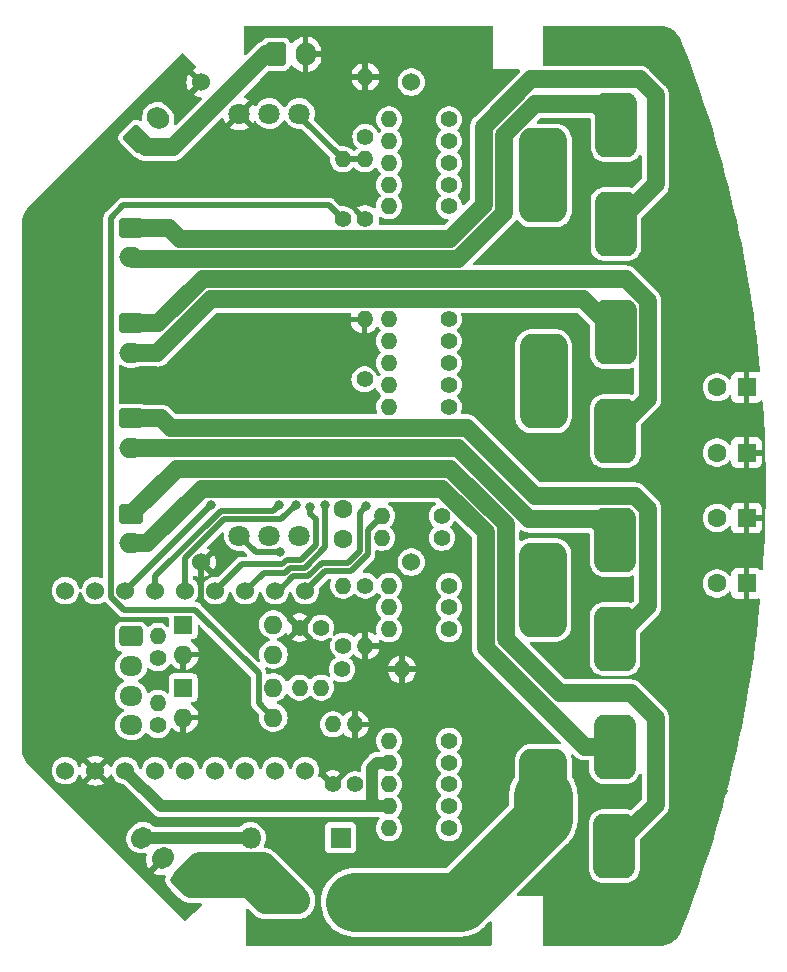
<source format=gbr>
%TF.GenerationSoftware,KiCad,Pcbnew,7.0.9*%
%TF.CreationDate,2024-06-22T14:47:38+09:00*%
%TF.ProjectId,Drive,44726976-652e-46b6-9963-61645f706362,rev?*%
%TF.SameCoordinates,Original*%
%TF.FileFunction,Copper,L2,Bot*%
%TF.FilePolarity,Positive*%
%FSLAX46Y46*%
G04 Gerber Fmt 4.6, Leading zero omitted, Abs format (unit mm)*
G04 Created by KiCad (PCBNEW 7.0.9) date 2024-06-22 14:47:38*
%MOMM*%
%LPD*%
G01*
G04 APERTURE LIST*
G04 Aperture macros list*
%AMRoundRect*
0 Rectangle with rounded corners*
0 $1 Rounding radius*
0 $2 $3 $4 $5 $6 $7 $8 $9 X,Y pos of 4 corners*
0 Add a 4 corners polygon primitive as box body*
4,1,4,$2,$3,$4,$5,$6,$7,$8,$9,$2,$3,0*
0 Add four circle primitives for the rounded corners*
1,1,$1+$1,$2,$3*
1,1,$1+$1,$4,$5*
1,1,$1+$1,$6,$7*
1,1,$1+$1,$8,$9*
0 Add four rect primitives between the rounded corners*
20,1,$1+$1,$2,$3,$4,$5,0*
20,1,$1+$1,$4,$5,$6,$7,0*
20,1,$1+$1,$6,$7,$8,$9,0*
20,1,$1+$1,$8,$9,$2,$3,0*%
%AMHorizOval*
0 Thick line with rounded ends*
0 $1 width*
0 $2 $3 position (X,Y) of the first rounded end (center of the circle)*
0 $4 $5 position (X,Y) of the second rounded end (center of the circle)*
0 Add line between two ends*
20,1,$1,$2,$3,$4,$5,0*
0 Add two circle primitives to create the rounded ends*
1,1,$1,$2,$3*
1,1,$1,$4,$5*%
%AMFreePoly0*
4,1,37,-2.000000,3.000000,-1.984315,3.176420,-1.928653,3.370950,-1.834972,3.550293,-1.707107,3.707107,-1.550293,3.834972,-1.370950,3.928653,-1.176420,3.984315,-1.000000,4.000000,1.000000,4.000000,1.176420,3.984315,1.370950,3.928653,1.550293,3.834972,1.707107,3.707107,1.834972,3.550293,1.928653,3.370950,1.984315,3.176420,2.000000,3.000000,2.000000,-3.000000,1.984315,-3.176420,
1.928653,-3.370950,1.834972,-3.550293,1.707107,-3.707107,1.550293,-3.834972,1.370950,-3.928653,1.176420,-3.984315,1.000000,-4.000000,-1.000000,-4.000000,-1.176420,-3.984315,-1.370950,-3.928653,-1.550293,-3.834972,-1.707107,-3.707107,-1.834972,-3.550293,-1.928653,-3.370950,-1.984315,-3.176420,-2.000000,-3.000000,-2.000000,3.000000,-2.000000,3.000000,$1*%
%AMFreePoly1*
4,1,37,-1.750000,1.875000,-1.741990,1.993125,-1.696327,2.176741,-1.612259,2.346247,-1.493718,2.493718,-1.346247,2.612259,-1.176741,2.696327,-0.993125,2.741990,-0.875000,2.750000,0.875000,2.750000,0.993125,2.741990,1.176741,2.696327,1.346247,2.612259,1.493718,2.493718,1.612259,2.346247,1.696327,2.176741,1.741990,1.993125,1.750000,1.875000,1.750000,-1.875000,1.741990,-1.993125,
1.696327,-2.176741,1.612259,-2.346247,1.493718,-2.493718,1.346247,-2.612259,1.176741,-2.696327,0.993125,-2.741990,0.875000,-2.750000,-0.875000,-2.750000,-0.993125,-2.741990,-1.176741,-2.696327,-1.346247,-2.612259,-1.493718,-2.493718,-1.612259,-2.346247,-1.696327,-2.176741,-1.741990,-1.993125,-1.750000,-1.875000,-1.750000,1.875000,-1.750000,1.875000,$1*%
G04 Aperture macros list end*
%TA.AperFunction,ComponentPad*%
%ADD10RoundRect,0.250000X0.936916X0.088388X0.088388X0.936916X-0.936916X-0.088388X-0.088388X-0.936916X0*%
%TD*%
%TA.AperFunction,ComponentPad*%
%ADD11HorizOval,1.700000X0.088388X0.088388X-0.088388X-0.088388X0*%
%TD*%
%TA.AperFunction,ComponentPad*%
%ADD12FreePoly0,0.000000*%
%TD*%
%TA.AperFunction,ComponentPad*%
%ADD13R,1.600000X1.600000*%
%TD*%
%TA.AperFunction,ComponentPad*%
%ADD14C,1.600000*%
%TD*%
%TA.AperFunction,ComponentPad*%
%ADD15C,1.400000*%
%TD*%
%TA.AperFunction,ComponentPad*%
%ADD16O,1.400000X1.400000*%
%TD*%
%TA.AperFunction,ComponentPad*%
%ADD17FreePoly1,0.000000*%
%TD*%
%TA.AperFunction,ComponentPad*%
%ADD18RoundRect,0.250000X-0.600000X-0.750000X0.600000X-0.750000X0.600000X0.750000X-0.600000X0.750000X0*%
%TD*%
%TA.AperFunction,ComponentPad*%
%ADD19O,1.700000X2.000000*%
%TD*%
%TA.AperFunction,ComponentPad*%
%ADD20C,1.800000*%
%TD*%
%TA.AperFunction,ComponentPad*%
%ADD21RoundRect,0.250000X0.106066X-0.954594X0.954594X-0.106066X-0.106066X0.954594X-0.954594X0.106066X0*%
%TD*%
%TA.AperFunction,ComponentPad*%
%ADD22HorizOval,1.700000X-0.106066X0.106066X0.106066X-0.106066X0*%
%TD*%
%TA.AperFunction,ComponentPad*%
%ADD23O,1.600000X1.600000*%
%TD*%
%TA.AperFunction,ComponentPad*%
%ADD24C,1.524000*%
%TD*%
%TA.AperFunction,ComponentPad*%
%ADD25R,1.800000X1.800000*%
%TD*%
%TA.AperFunction,ComponentPad*%
%ADD26O,1.800000X1.800000*%
%TD*%
%TA.AperFunction,ComponentPad*%
%ADD27RoundRect,0.250000X-0.750000X0.600000X-0.750000X-0.600000X0.750000X-0.600000X0.750000X0.600000X0*%
%TD*%
%TA.AperFunction,ComponentPad*%
%ADD28O,2.000000X1.700000*%
%TD*%
%TA.AperFunction,ComponentPad*%
%ADD29RoundRect,0.250000X-0.725000X0.600000X-0.725000X-0.600000X0.725000X-0.600000X0.725000X0.600000X0*%
%TD*%
%TA.AperFunction,ComponentPad*%
%ADD30O,1.950000X1.700000*%
%TD*%
%TA.AperFunction,ViaPad*%
%ADD31C,0.800000*%
%TD*%
%TA.AperFunction,Conductor*%
%ADD32C,0.500000*%
%TD*%
%TA.AperFunction,Conductor*%
%ADD33C,5.000000*%
%TD*%
%TA.AperFunction,Conductor*%
%ADD34C,1.500000*%
%TD*%
%TA.AperFunction,Conductor*%
%ADD35C,2.000000*%
%TD*%
%TA.AperFunction,Conductor*%
%ADD36C,1.000000*%
%TD*%
G04 APERTURE END LIST*
D10*
%TO.P,PWR,1,Pin_1*%
%TO.N,Net-(D1-A)*%
X124053600Y-120904000D03*
D11*
%TO.P,PWR,2,Pin_2*%
%TO.N,GND*%
X122285833Y-119136233D03*
%TO.P,PWR,3,Pin_3*%
%TO.N,Net-(D2-A)*%
X120518066Y-117368466D03*
%TD*%
D12*
%TO.P,,1*%
%TO.N,+12V*%
X154482800Y-113842800D03*
%TD*%
D13*
%TO.P,C4,1*%
%TO.N,GND*%
X171689913Y-90322400D03*
D14*
%TO.P,C4,2*%
%TO.N,+12V*%
X169189913Y-90322400D03*
%TD*%
D15*
%TO.P,R25,1*%
%TO.N,Net-(U8-PWM)*%
X146507200Y-112877600D03*
D16*
%TO.P,R25,2*%
%TO.N,/PWM_4*%
X141427200Y-112877600D03*
%TD*%
D15*
%TO.P,R23,1*%
%TO.N,Net-(U8-INA)*%
X146507200Y-109169200D03*
D16*
%TO.P,R23,2*%
%TO.N,/INA_4*%
X141427200Y-109169200D03*
%TD*%
D15*
%TO.P,R33,1*%
%TO.N,GND*%
X139395200Y-65024000D03*
D16*
%TO.P,R33,2*%
%TO.N,Net-(Q2-G)*%
X139395200Y-59944000D03*
%TD*%
D17*
%TO.P,,1*%
%TO.N,/OUTB_1*%
X160629600Y-65430400D03*
%TD*%
D15*
%TO.P,R5,1*%
%TO.N,Net-(U2-PWM)*%
X146507200Y-60274200D03*
D16*
%TO.P,R5,2*%
%TO.N,/PWM_1*%
X141427200Y-60274200D03*
%TD*%
D18*
%TO.P,Capasitor,1*%
%TO.N,/Solenoid+*%
X131851400Y-51054000D03*
D19*
%TO.P,Capasitor,2*%
%TO.N,GND*%
X134351400Y-51054000D03*
%TD*%
D17*
%TO.P,,1*%
%TO.N,/OUTB_2*%
X160578800Y-82956400D03*
%TD*%
D12*
%TO.P,,1*%
%TO.N,+12V*%
X154482800Y-61315600D03*
%TD*%
D20*
%TO.P,Q1,1,D*%
%TO.N,/Solenoid+*%
X131292600Y-91800800D03*
%TO.P,Q1,2,G*%
%TO.N,Net-(Q1-G)*%
X128752600Y-91800800D03*
%TO.P,Q1,3,S*%
%TO.N,+48V*%
X133832600Y-91800800D03*
%TD*%
D15*
%TO.P,R12,1*%
%TO.N,Net-(U3-EN{slash}DIAGB)*%
X146481800Y-79044800D03*
D16*
%TO.P,R12,2*%
%TO.N,+3.3V*%
X141401800Y-79044800D03*
%TD*%
D15*
%TO.P,R22,1*%
%TO.N,Net-(U8-EN{slash}DIAGA)*%
X146507200Y-111023400D03*
D16*
%TO.P,R22,2*%
%TO.N,+3.3V*%
X141427200Y-111023400D03*
%TD*%
D15*
%TO.P,R13,1*%
%TO.N,/PWM_3*%
X139420600Y-96037400D03*
D16*
%TO.P,R13,2*%
%TO.N,GND*%
X139420600Y-101117400D03*
%TD*%
D21*
%TO.P,Solenoid,1,Pin_1*%
%TO.N,/Solenoid+*%
X120116600Y-58216800D03*
D22*
%TO.P,Solenoid,2,Pin_2*%
%TO.N,/Solenoid-*%
X121884367Y-56449033D03*
%TD*%
D15*
%TO.P,R24,1*%
%TO.N,Net-(U8-INB)*%
X146507200Y-116586000D03*
D16*
%TO.P,R24,2*%
%TO.N,/INB_4*%
X141427200Y-116586000D03*
%TD*%
D15*
%TO.P,R6,1*%
%TO.N,Net-(U2-EN{slash}DIAGB)*%
X146507200Y-62128400D03*
D16*
%TO.P,R6,2*%
%TO.N,+3.3V*%
X141427200Y-62128400D03*
%TD*%
D12*
%TO.P,,1*%
%TO.N,+12V*%
X154508200Y-78740000D03*
%TD*%
D15*
%TO.P,R28,1*%
%TO.N,Net-(U8-EN{slash}DIAGB)*%
X146507200Y-114731800D03*
D16*
%TO.P,R28,2*%
%TO.N,+3.3V*%
X141427200Y-114731800D03*
%TD*%
D12*
%TO.P,,1*%
%TO.N,+12V*%
X154457400Y-96418400D03*
%TD*%
D17*
%TO.P,,1*%
%TO.N,/OUTA_3*%
X160578800Y-92151200D03*
%TD*%
D15*
%TO.P,R31,1*%
%TO.N,GND*%
X133841200Y-99593400D03*
D16*
%TO.P,R31,2*%
%TO.N,Net-(R30-Pad2)*%
X133841200Y-104673400D03*
%TD*%
D13*
%TO.P,U6,1*%
%TO.N,Net-(R19-Pad2)*%
X124012800Y-99334400D03*
D23*
%TO.P,U6,2*%
%TO.N,GND*%
X124012800Y-101874400D03*
%TO.P,U6,3*%
%TO.N,Net-(R29-Pad1)*%
X131632800Y-101874400D03*
%TO.P,U6,4*%
%TO.N,Net-(Q1-G)*%
X131632800Y-99334400D03*
%TD*%
D24*
%TO.P,U1,1,5v*%
%TO.N,+5V*%
X114019000Y-111709200D03*
%TO.P,U1,2,GND*%
%TO.N,GND*%
X116559000Y-111709200D03*
%TO.P,U1,3,3.3v*%
%TO.N,+3.3V*%
X119099000Y-111709200D03*
%TO.P,U1,4,GP29/ADC3*%
%TO.N,unconnected-(U1-GP29{slash}ADC3-Pad4)*%
X121639000Y-111709200D03*
%TO.P,U1,5,GP28/ADC2*%
%TO.N,/PWM_4*%
X124179000Y-111709200D03*
%TO.P,U1,6,GP27/ADC1/SCL*%
%TO.N,/INB_4*%
X126719000Y-111709200D03*
%TO.P,U1,7,GP26/ADC0/SDA*%
%TO.N,/INA_4*%
X129259000Y-111709200D03*
%TO.P,U1,8,GP15/SCL*%
%TO.N,/PWM_3*%
X131799000Y-111709200D03*
%TO.P,U1,9,GP14/SDA*%
%TO.N,/INB_3*%
X134339000Y-111709200D03*
%TO.P,U1,15,GP8/TX1/SDA*%
%TO.N,/INA_3*%
X134339000Y-96469200D03*
%TO.P,U1,16,GP7/SCL*%
%TO.N,/INB_2*%
X131799000Y-96469200D03*
%TO.P,U1,17,GP6/SDA*%
%TO.N,/PWM_2*%
X129259000Y-96469200D03*
%TO.P,U1,18,GP5/RX1/SCl*%
%TO.N,/INA_2*%
X126719000Y-96469200D03*
%TO.P,U1,19,GP4/TX1/SDA*%
%TO.N,/INB_1*%
X124179000Y-96469200D03*
%TO.P,U1,20,GP3/SCL*%
%TO.N,/PWM_1*%
X121639000Y-96469200D03*
%TO.P,U1,21,GP2/SDA*%
%TO.N,/INA_1*%
X119099000Y-96469200D03*
%TO.P,U1,22,GP1/RX0/SCL*%
%TO.N,/MD_TX*%
X116559000Y-96469200D03*
%TO.P,U1,23,GP0/TX0/SDA*%
%TO.N,/MD_RX*%
X114019000Y-96469200D03*
%TD*%
D15*
%TO.P,R7,1*%
%TO.N,/PWM_2*%
X139344400Y-78587600D03*
D16*
%TO.P,R7,2*%
%TO.N,GND*%
X139344400Y-73507600D03*
%TD*%
D17*
%TO.P,,1*%
%TO.N,/OUTB_4*%
X160502600Y-118084600D03*
%TD*%
D15*
%TO.P,R10,1*%
%TO.N,Net-(U3-INB)*%
X146481800Y-80899000D03*
D16*
%TO.P,R10,2*%
%TO.N,/INB_2*%
X141401800Y-80899000D03*
%TD*%
D15*
%TO.P,R18,1*%
%TO.N,Net-(U5-EN{slash}DIAGB)*%
X146507200Y-97891600D03*
D16*
%TO.P,R18,2*%
%TO.N,+3.3V*%
X141427200Y-97891600D03*
%TD*%
D25*
%TO.P,D1,1,K*%
%TO.N,+12V*%
X138557000Y-122859800D03*
D26*
%TO.P,D1,2,A*%
%TO.N,Net-(D1-A)*%
X130937000Y-122859800D03*
%TD*%
D20*
%TO.P,Q2,1,D*%
%TO.N,/Solenoid-*%
X131292600Y-56083200D03*
%TO.P,Q2,2,G*%
%TO.N,Net-(Q2-G)*%
X133832600Y-56083200D03*
%TO.P,Q2,3,S*%
%TO.N,GND*%
X128752600Y-56083200D03*
%TD*%
D15*
%TO.P,R17,1*%
%TO.N,Net-(U5-PWM)*%
X146507200Y-96037400D03*
D16*
%TO.P,R17,2*%
%TO.N,/PWM_3*%
X141427200Y-96037400D03*
%TD*%
D15*
%TO.P,R20,1*%
%TO.N,/FET2*%
X121843800Y-107848400D03*
D16*
%TO.P,R20,2*%
%TO.N,Net-(R20-Pad2)*%
X121843800Y-105948400D03*
%TD*%
D17*
%TO.P,,1*%
%TO.N,/OUTB_3*%
X160553400Y-100558600D03*
%TD*%
D15*
%TO.P,R9,1*%
%TO.N,Net-(U3-INA)*%
X146481800Y-73482200D03*
D16*
%TO.P,R9,2*%
%TO.N,/INA_2*%
X141401800Y-73482200D03*
%TD*%
D17*
%TO.P,,1*%
%TO.N,/OUTA_1*%
X160655000Y-57023000D03*
%TD*%
D13*
%TO.P,C1,1*%
%TO.N,GND*%
X171689913Y-79248000D03*
D14*
%TO.P,C1,2*%
%TO.N,+12V*%
X169189913Y-79248000D03*
%TD*%
D27*
%TO.P,M2,1,Pin_1*%
%TO.N,/OUTB_2*%
X119604200Y-73836000D03*
D28*
%TO.P,M2,2,Pin_2*%
%TO.N,/OUTA_2*%
X119604200Y-76336000D03*
%TD*%
D13*
%TO.P,U7,1*%
%TO.N,Net-(R20-Pad2)*%
X124007400Y-104668400D03*
D23*
%TO.P,U7,2*%
%TO.N,GND*%
X124007400Y-107208400D03*
%TO.P,U7,3*%
%TO.N,Net-(R27-Pad2)*%
X131627400Y-107208400D03*
%TO.P,U7,4*%
%TO.N,Net-(R30-Pad2)*%
X131627400Y-104668400D03*
%TD*%
D13*
%TO.P,C5,1*%
%TO.N,GND*%
X171689913Y-95859600D03*
D14*
%TO.P,C5,2*%
%TO.N,+12V*%
X169189913Y-95859600D03*
%TD*%
D27*
%TO.P,M1,1,Pin_1*%
%TO.N,/OUTB_1*%
X119604200Y-65755200D03*
D28*
%TO.P,M1,2,Pin_2*%
%TO.N,/OUTA_1*%
X119604200Y-68255200D03*
%TD*%
D27*
%TO.P,M3,1,Pin_1*%
%TO.N,/OUTB_3*%
X119604200Y-81887800D03*
D28*
%TO.P,M3,2,Pin_2*%
%TO.N,/OUTA_3*%
X119604200Y-84387800D03*
%TD*%
D15*
%TO.P,R15,1*%
%TO.N,Net-(U5-INA)*%
X145897600Y-90144600D03*
D16*
%TO.P,R15,2*%
%TO.N,/INA_3*%
X140817600Y-90144600D03*
%TD*%
D13*
%TO.P,C2,1*%
%TO.N,GND*%
X171689913Y-84785200D03*
D14*
%TO.P,C2,2*%
%TO.N,+12V*%
X169189913Y-84785200D03*
%TD*%
D15*
%TO.P,R1,1*%
%TO.N,/PWM_1*%
X139420600Y-58039000D03*
D16*
%TO.P,R1,2*%
%TO.N,GND*%
X139420600Y-52959000D03*
%TD*%
D15*
%TO.P,R19,1*%
%TO.N,/FET1*%
X121843800Y-102200200D03*
D16*
%TO.P,R19,2*%
%TO.N,Net-(R19-Pad2)*%
X121843800Y-100300200D03*
%TD*%
D25*
%TO.P,D2,1,K*%
%TO.N,+5V*%
X137312400Y-117373400D03*
D26*
%TO.P,D2,2,A*%
%TO.N,Net-(D2-A)*%
X129692400Y-117373400D03*
%TD*%
D15*
%TO.P,R32,1*%
%TO.N,Net-(R27-Pad2)*%
X137515600Y-65024000D03*
D16*
%TO.P,R32,2*%
%TO.N,Net-(Q2-G)*%
X137515600Y-59944000D03*
%TD*%
D15*
%TO.P,R2,1*%
%TO.N,Net-(U2-EN{slash}DIAGA)*%
X146507200Y-58420000D03*
D16*
%TO.P,R2,2*%
%TO.N,+3.3V*%
X141427200Y-58420000D03*
%TD*%
D15*
%TO.P,R14,1*%
%TO.N,Net-(U5-EN{slash}DIAGA)*%
X145897600Y-91998800D03*
D16*
%TO.P,R14,2*%
%TO.N,+3.3V*%
X140817600Y-91998800D03*
%TD*%
D17*
%TO.P,,1*%
%TO.N,/OUTA_2*%
X160604200Y-74549000D03*
%TD*%
D15*
%TO.P,R30,1*%
%TO.N,+48V*%
X135686800Y-99593400D03*
D16*
%TO.P,R30,2*%
%TO.N,Net-(R30-Pad2)*%
X135686800Y-104673400D03*
%TD*%
D27*
%TO.P,M4,1,Pin_1*%
%TO.N,/OUTB_4*%
X119604200Y-89965000D03*
D28*
%TO.P,M4,2,Pin_2*%
%TO.N,/OUTA_4*%
X119604200Y-92465000D03*
%TD*%
D14*
%TO.P,C3,1*%
%TO.N,+48V*%
X137515600Y-92075000D03*
%TO.P,C3,2*%
%TO.N,GND*%
X137515600Y-89575000D03*
%TD*%
D15*
%TO.P,R26,1*%
%TO.N,Net-(Q1-G)*%
X137541000Y-101117400D03*
D16*
%TO.P,R26,2*%
%TO.N,+48V*%
X137541000Y-96037400D03*
%TD*%
D17*
%TO.P,,1*%
%TO.N,/OUTA_4*%
X160528000Y-109677200D03*
%TD*%
D15*
%TO.P,R11,1*%
%TO.N,Net-(U3-PWM)*%
X146481800Y-77190600D03*
D16*
%TO.P,R11,2*%
%TO.N,/PWM_2*%
X141401800Y-77190600D03*
%TD*%
D29*
%TO.P,J2,1,Pin_1*%
%TO.N,/MD_TX*%
X119583200Y-100348200D03*
D30*
%TO.P,J2,2,Pin_2*%
%TO.N,/MD_RX*%
X119583200Y-102848200D03*
%TO.P,J2,3,Pin_3*%
%TO.N,/FET1*%
X119583200Y-105348200D03*
%TO.P,J2,4,Pin_4*%
%TO.N,/FET2*%
X119583200Y-107848200D03*
%TD*%
D15*
%TO.P,R4,1*%
%TO.N,Net-(U2-INB)*%
X146507200Y-63906400D03*
D16*
%TO.P,R4,2*%
%TO.N,/INB_1*%
X141427200Y-63906400D03*
%TD*%
D15*
%TO.P,R21,1*%
%TO.N,/PWM_4*%
X138531600Y-112877600D03*
D16*
%TO.P,R21,2*%
%TO.N,GND*%
X138531600Y-107797600D03*
%TD*%
D15*
%TO.P,R3,1*%
%TO.N,Net-(U2-INA)*%
X146507200Y-56565800D03*
D16*
%TO.P,R3,2*%
%TO.N,/INA_1*%
X141427200Y-56565800D03*
%TD*%
D15*
%TO.P,R8,1*%
%TO.N,Net-(U3-EN{slash}DIAGA)*%
X146481800Y-75336400D03*
D16*
%TO.P,R8,2*%
%TO.N,+3.3V*%
X141401800Y-75336400D03*
%TD*%
D24*
%TO.P,U4,1,IN+*%
%TO.N,+12V*%
X143306800Y-53416200D03*
%TO.P,U4,2,IN-*%
%TO.N,GND*%
X125526800Y-53416200D03*
%TO.P,U4,3,OUT+*%
%TO.N,+48V*%
X143306800Y-94056200D03*
%TO.P,U4,4,OUT-*%
%TO.N,GND*%
X125526800Y-94056200D03*
%TD*%
D15*
%TO.P,R27,1*%
%TO.N,GND*%
X136652000Y-112877600D03*
D16*
%TO.P,R27,2*%
%TO.N,Net-(R27-Pad2)*%
X136652000Y-107797600D03*
%TD*%
D15*
%TO.P,R29,1*%
%TO.N,Net-(R29-Pad1)*%
X137439400Y-103124000D03*
D16*
%TO.P,R29,2*%
%TO.N,GND*%
X142519400Y-103124000D03*
%TD*%
D15*
%TO.P,R16,1*%
%TO.N,Net-(U5-INB)*%
X146507200Y-99745800D03*
D16*
%TO.P,R16,2*%
%TO.N,/INB_3*%
X141427200Y-99745800D03*
%TD*%
D31*
%TO.N,GND*%
X171323000Y-100965000D03*
X139446000Y-54864000D03*
X170434000Y-65278000D03*
X168148000Y-66421000D03*
X112268000Y-111760000D03*
X130937000Y-77470000D03*
X124079000Y-52070000D03*
X168148000Y-63373000D03*
X135382000Y-121285000D03*
X135255000Y-117602000D03*
X164592000Y-117221000D03*
X133096000Y-125349000D03*
X114808000Y-87122000D03*
X144399000Y-50292000D03*
X117856000Y-109982000D03*
X144272000Y-116586000D03*
X134747000Y-98171000D03*
X168021000Y-73787000D03*
X171704000Y-86614000D03*
X127127000Y-73660000D03*
X166751000Y-52959000D03*
X134366000Y-73660000D03*
X163322000Y-69469000D03*
X119634000Y-114300000D03*
X117602000Y-58039000D03*
X124206000Y-123698000D03*
X168148000Y-108585000D03*
X125857000Y-107188000D03*
X136017000Y-49403000D03*
X139446000Y-50292000D03*
X131445000Y-53086000D03*
X165608000Y-70104000D03*
X132842000Y-57785000D03*
X139192000Y-118110000D03*
X126873000Y-62738000D03*
X117729000Y-117221000D03*
X111125000Y-101600000D03*
X164592000Y-99822000D03*
X171323000Y-73787000D03*
X117475000Y-104394000D03*
X146431000Y-104394000D03*
X171704000Y-88519000D03*
X124079000Y-109601000D03*
X164973000Y-90551000D03*
X138049000Y-63500000D03*
X154940000Y-125984000D03*
X149479000Y-125857000D03*
X168148000Y-57023000D03*
X168275000Y-117475000D03*
X160528000Y-124587000D03*
X120142000Y-60579000D03*
X168021000Y-69977000D03*
X118237000Y-62992000D03*
X146431000Y-101473000D03*
X164592000Y-101854000D03*
X131826000Y-117475000D03*
X138557000Y-105918000D03*
X146558000Y-54864000D03*
X156972000Y-120015000D03*
X165481000Y-105156000D03*
X171704000Y-80899000D03*
X117856000Y-113157000D03*
X115316000Y-94869000D03*
X168148000Y-97536000D03*
X114681000Y-78994000D03*
X137287000Y-52959000D03*
X134366000Y-62611000D03*
X123698000Y-55880000D03*
X168275000Y-114935000D03*
X129794000Y-125984000D03*
X164592000Y-64389000D03*
X124460000Y-60071000D03*
X144145000Y-112649000D03*
X164846000Y-125730000D03*
X121539000Y-54229000D03*
X153543000Y-121793000D03*
X142240000Y-54991000D03*
X149225000Y-50292000D03*
X111379000Y-65024000D03*
X125730000Y-101854000D03*
X146431000Y-107442000D03*
X134366000Y-53213000D03*
X169418000Y-61468000D03*
X134239000Y-106426000D03*
X129032000Y-104013000D03*
X114300000Y-109474000D03*
X164719000Y-122047000D03*
X134493000Y-58801000D03*
X164592000Y-66675000D03*
X164592000Y-84455000D03*
X164592000Y-82169000D03*
X129921000Y-100965000D03*
X150368000Y-105029000D03*
X130429000Y-97917000D03*
X168529000Y-59309000D03*
X123698000Y-80899000D03*
X139954000Y-63246000D03*
X120904000Y-120523000D03*
X124587000Y-54991000D03*
X164973000Y-75438000D03*
X139319000Y-102997000D03*
X119888000Y-55880000D03*
X168021000Y-105156000D03*
X129794000Y-124460000D03*
X127000000Y-98298000D03*
X170815000Y-105537000D03*
X111125000Y-75057000D03*
X140335000Y-80010000D03*
X125857000Y-77470000D03*
X132588000Y-109093000D03*
X172593000Y-82042000D03*
X136271000Y-56896000D03*
X165227000Y-53213000D03*
X135255000Y-124079000D03*
X145796000Y-119126000D03*
X155194000Y-120015000D03*
X144653000Y-64897000D03*
X170307000Y-110744000D03*
X114554000Y-70104000D03*
X168148000Y-111760000D03*
X129921000Y-54610000D03*
X144780000Y-54864000D03*
X160528000Y-122174000D03*
X168148000Y-77724000D03*
X134366000Y-80899000D03*
X144907000Y-110744000D03*
X168021000Y-101346000D03*
X111125000Y-83185000D03*
X164719000Y-119253000D03*
X142113000Y-105029000D03*
X144526000Y-60071000D03*
X136906000Y-125984000D03*
X171704000Y-97663000D03*
X171577000Y-77470000D03*
X164973000Y-73025000D03*
X113665000Y-105918000D03*
X110998000Y-109474000D03*
X111125000Y-91186000D03*
X143129000Y-56896000D03*
X169672000Y-113411000D03*
X163576000Y-104394000D03*
X129286000Y-107188000D03*
X164973000Y-93091000D03*
X164338000Y-50419000D03*
X170815000Y-69342000D03*
X171704000Y-83058000D03*
X160020000Y-50292000D03*
X114427000Y-61595000D03*
X155829000Y-50292000D03*
X120015000Y-79121000D03*
X172720000Y-87630000D03*
X130048000Y-60071000D03*
%TO.N,Net-(D1-A)*%
X130175000Y-121056400D03*
X127406400Y-119989600D03*
X129565400Y-119786400D03*
X133400800Y-122758200D03*
X131470400Y-120396000D03*
X128549400Y-121335800D03*
X125476000Y-119710200D03*
X132486400Y-121615200D03*
X126136400Y-121335800D03*
%TO.N,Net-(Q1-G)*%
X132205182Y-93193820D03*
%TO.N,/PWM_1*%
X132080000Y-89174500D03*
%TO.N,/INA_1*%
X126339600Y-89230200D03*
%TO.N,/INB_1*%
X133511445Y-89177931D03*
%TO.N,/PWM_2*%
X136038374Y-89249376D03*
%TO.N,/INA_2*%
X134747000Y-89408000D03*
%TO.N,/INB_2*%
X139496800Y-89331800D03*
%TD*%
D32*
%TO.N,GND*%
X125526800Y-94056200D02*
X125476000Y-94107000D01*
X126492000Y-98298000D02*
X127000000Y-98298000D01*
X125476000Y-97282000D02*
X126492000Y-98298000D01*
X125476000Y-94107000D02*
X125476000Y-97282000D01*
D33*
%TO.N,+12V*%
X147421600Y-122859800D02*
X154482800Y-115798600D01*
X138557000Y-122859800D02*
X147421600Y-122859800D01*
X154482800Y-115798600D02*
X154482800Y-113842800D01*
D34*
%TO.N,/Solenoid+*%
X131001400Y-51054000D02*
X123131493Y-58923907D01*
X123131493Y-58923907D02*
X120823707Y-58923907D01*
X131851400Y-51054000D02*
X131001400Y-51054000D01*
X120823707Y-58923907D02*
X120116600Y-58216800D01*
D35*
%TO.N,Net-(D1-A)*%
X130937000Y-122859800D02*
X130937000Y-119761000D01*
X130937000Y-122859800D02*
X133731000Y-122859800D01*
X133731000Y-122859800D02*
X133731000Y-122555000D01*
X133731000Y-122555000D02*
X130810000Y-119634000D01*
X130937000Y-119761000D02*
X130810000Y-119634000D01*
X124663200Y-121513600D02*
X129590800Y-121513600D01*
X124053600Y-120904000D02*
X124663200Y-121513600D01*
X129590800Y-121513600D02*
X130937000Y-122859800D01*
X130810000Y-119634000D02*
X125323600Y-119634000D01*
X125323600Y-119634000D02*
X124053600Y-120904000D01*
D36*
%TO.N,Net-(D2-A)*%
X129687466Y-117368466D02*
X129692400Y-117373400D01*
X120518066Y-117368466D02*
X129687466Y-117368466D01*
D34*
%TO.N,/OUTA_1*%
X151153600Y-64508964D02*
X151153600Y-57887082D01*
X119604200Y-68255200D02*
X119729400Y-68380400D01*
X151153600Y-57887082D02*
X153767682Y-55273000D01*
X158905000Y-55273000D02*
X160655000Y-57023000D01*
X119729400Y-68380400D02*
X147282164Y-68380400D01*
X147282164Y-68380400D02*
X151153600Y-64508964D01*
X153767682Y-55273000D02*
X158905000Y-55273000D01*
%TO.N,/OUTB_1*%
X163982400Y-54533800D02*
X163982400Y-62077600D01*
X163982400Y-62077600D02*
X160629600Y-65430400D01*
X149453600Y-57182918D02*
X153448918Y-53187600D01*
X146578000Y-66680400D02*
X149453600Y-63804800D01*
X123696200Y-66680400D02*
X146578000Y-66680400D01*
X149453600Y-63804800D02*
X149453600Y-57182918D01*
X162636200Y-53187600D02*
X163982400Y-54533800D01*
X119604200Y-65755200D02*
X122771000Y-65755200D01*
X153448918Y-53187600D02*
X162636200Y-53187600D01*
X122771000Y-65755200D02*
X123696200Y-66680400D01*
%TO.N,/OUTA_2*%
X119604200Y-76336000D02*
X121804200Y-76336000D01*
X121804200Y-76336000D02*
X126359800Y-71780400D01*
X157835600Y-71780400D02*
X160604200Y-74549000D01*
X126359800Y-71780400D02*
X157835600Y-71780400D01*
%TO.N,/OUTB_2*%
X163322000Y-80213200D02*
X160578800Y-82956400D01*
X163322000Y-71935860D02*
X163322000Y-80213200D01*
X125655637Y-70080400D02*
X161466540Y-70080400D01*
X121900036Y-73836000D02*
X125655637Y-70080400D01*
X161466540Y-70080400D02*
X163322000Y-71935860D01*
X119604200Y-73836000D02*
X121900036Y-73836000D01*
%TO.N,/OUTA_3*%
X153293380Y-90398600D02*
X158826200Y-90398600D01*
X147282580Y-84387800D02*
X153293380Y-90398600D01*
X158826200Y-90398600D02*
X160578800Y-92151200D01*
X119604200Y-84387800D02*
X147282580Y-84387800D01*
%TO.N,/OUTB_3*%
X119604200Y-81887800D02*
X122136000Y-81887800D01*
X147986744Y-82687800D02*
X153750144Y-88451200D01*
X153750144Y-88451200D02*
X162209740Y-88451200D01*
X162209740Y-88451200D02*
X163322000Y-89563460D01*
X163322000Y-97790000D02*
X160553400Y-100558600D01*
X122936000Y-82687800D02*
X147986744Y-82687800D01*
X163322000Y-89563460D02*
X163322000Y-97790000D01*
X122136000Y-81887800D02*
X122936000Y-82687800D01*
%TO.N,/OUTA_4*%
X149607800Y-91521347D02*
X149607800Y-101288163D01*
X145911453Y-87825000D02*
X149607800Y-91521347D01*
X125611200Y-87825000D02*
X145911453Y-87825000D01*
X149607800Y-101288163D02*
X157996836Y-109677200D01*
X157996836Y-109677200D02*
X160528000Y-109677200D01*
X120971200Y-92465000D02*
X125611200Y-87825000D01*
X119604200Y-92465000D02*
X120971200Y-92465000D01*
%TO.N,/OUTB_4*%
X151307800Y-100584000D02*
X151307800Y-90817183D01*
X161874200Y-105130600D02*
X155854400Y-105130600D01*
X160502600Y-118084600D02*
X163982400Y-114604800D01*
X146615617Y-86125000D02*
X123444200Y-86125000D01*
X155854400Y-105130600D02*
X151307800Y-100584000D01*
X151307800Y-90817183D02*
X146615617Y-86125000D01*
X123444200Y-86125000D02*
X119604200Y-89965000D01*
X163982400Y-114604800D02*
X163982400Y-107238800D01*
X163982400Y-107238800D02*
X161874200Y-105130600D01*
D32*
%TO.N,Net-(Q1-G)*%
X128752600Y-91800800D02*
X130145620Y-93193820D01*
X130145620Y-93193820D02*
X132205182Y-93193820D01*
%TO.N,Net-(Q2-G)*%
X139395200Y-59944000D02*
X137515600Y-59944000D01*
X133832600Y-56261000D02*
X133832600Y-56083200D01*
X137515600Y-59944000D02*
X133832600Y-56261000D01*
%TO.N,/PWM_1*%
X121639000Y-95240023D02*
X121639000Y-96469200D01*
X132080000Y-89174500D02*
X131555900Y-89698600D01*
X127180424Y-89698600D02*
X121639000Y-95240023D01*
X131555900Y-89698600D02*
X127180424Y-89698600D01*
D36*
%TO.N,+3.3V*%
X141427200Y-114731800D02*
X140437251Y-114731800D01*
X140437251Y-114731800D02*
X139979400Y-114273949D01*
X139979400Y-114273949D02*
X139979400Y-111481251D01*
X119099000Y-111709200D02*
X122121600Y-114731800D01*
X140437251Y-111023400D02*
X141427200Y-111023400D01*
X139979400Y-111481251D02*
X140437251Y-111023400D01*
X122121600Y-114731800D02*
X141427200Y-114731800D01*
D32*
%TO.N,/INA_1*%
X119099000Y-96469200D02*
X126338000Y-89230200D01*
X126338000Y-89230200D02*
X126339600Y-89230200D01*
%TO.N,/INB_1*%
X124179000Y-93689973D02*
X124179000Y-96469200D01*
X127470373Y-90398600D02*
X124179000Y-93689973D01*
X132290776Y-90398600D02*
X127470373Y-90398600D01*
X133511445Y-89177931D02*
X132290776Y-90398600D01*
%TO.N,/PWM_2*%
X136038374Y-92789926D02*
X134278300Y-94550000D01*
X133034650Y-94550000D02*
X132650649Y-94934000D01*
X136038374Y-89249376D02*
X136038374Y-92789926D01*
X132650649Y-94934000D02*
X130794200Y-94934000D01*
X134278300Y-94550000D02*
X133034650Y-94550000D01*
X130794200Y-94934000D02*
X129259000Y-96469200D01*
%TO.N,/INA_2*%
X135220697Y-90426679D02*
X135220697Y-92617654D01*
X128954200Y-94234000D02*
X126719000Y-96469200D01*
X135220697Y-92617654D02*
X133988351Y-93850000D01*
X134747000Y-89408000D02*
X134747000Y-89952982D01*
X134747000Y-89952982D02*
X135220697Y-90426679D01*
X132744700Y-93850000D02*
X132360700Y-94234000D01*
X133988351Y-93850000D02*
X132744700Y-93850000D01*
X132360700Y-94234000D02*
X128954200Y-94234000D01*
%TO.N,/INB_2*%
X138923800Y-89904800D02*
X139496800Y-89331800D01*
X135725451Y-94092800D02*
X137936850Y-94092800D01*
X131799000Y-96469200D02*
X132105400Y-96469200D01*
X132105400Y-96469200D02*
X133324600Y-95250000D01*
X134568251Y-95250000D02*
X135725451Y-94092800D01*
X137936850Y-94092800D02*
X138923800Y-93105850D01*
X133324600Y-95250000D02*
X134568251Y-95250000D01*
X138923800Y-93105850D02*
X138923800Y-89904800D01*
%TO.N,/INA_3*%
X139623800Y-93395800D02*
X139623800Y-91338400D01*
X134339000Y-96469200D02*
X136015400Y-94792800D01*
X138226800Y-94792800D02*
X139623800Y-93395800D01*
X139623800Y-91338400D02*
X140817600Y-90144600D01*
X136015400Y-94792800D02*
X138226800Y-94792800D01*
%TO.N,Net-(R27-Pad2)*%
X117887000Y-96971227D02*
X119000173Y-98084400D01*
X118922800Y-63855600D02*
X117887000Y-64891400D01*
X136347200Y-63855600D02*
X118922800Y-63855600D01*
X119000173Y-98084400D02*
X125008400Y-98084400D01*
X117887000Y-64891400D02*
X117887000Y-96971227D01*
X130377400Y-105958400D02*
X131627400Y-107208400D01*
X125008400Y-98084400D02*
X130377400Y-103453400D01*
X137515600Y-65024000D02*
X136347200Y-63855600D01*
X130377400Y-103453400D02*
X130377400Y-105958400D01*
%TD*%
%TA.AperFunction,Conductor*%
%TO.N,GND*%
G36*
X123995215Y-50986061D02*
G01*
X124039562Y-51014562D01*
X125075546Y-52050546D01*
X125109031Y-52111869D01*
X125104047Y-52181561D01*
X125062175Y-52237494D01*
X125040270Y-52250609D01*
X124893386Y-52319102D01*
X124828612Y-52364457D01*
X124828611Y-52364458D01*
X125499353Y-53035200D01*
X125495231Y-53035200D01*
X125401379Y-53050861D01*
X125289549Y-53111380D01*
X125203429Y-53204931D01*
X125152352Y-53321377D01*
X125146694Y-53389647D01*
X124475058Y-52718011D01*
X124475057Y-52718012D01*
X124429703Y-52782786D01*
X124336379Y-52982920D01*
X124336375Y-52982929D01*
X124279226Y-53196213D01*
X124279224Y-53196223D01*
X124259979Y-53416199D01*
X124259979Y-53416200D01*
X124279224Y-53636176D01*
X124279226Y-53636186D01*
X124336375Y-53849470D01*
X124336380Y-53849484D01*
X124429699Y-54049607D01*
X124429700Y-54049609D01*
X124475058Y-54114387D01*
X125141896Y-53447549D01*
X125141851Y-53448098D01*
X125173066Y-53571362D01*
X125242613Y-53677812D01*
X125342957Y-53755913D01*
X125463222Y-53797200D01*
X125499353Y-53797200D01*
X124828611Y-54467941D01*
X124893382Y-54513294D01*
X124893392Y-54513300D01*
X125093515Y-54606619D01*
X125093529Y-54606624D01*
X125306813Y-54663773D01*
X125306823Y-54663775D01*
X125462838Y-54677425D01*
X125527906Y-54702878D01*
X125568885Y-54759468D01*
X125572763Y-54829230D01*
X125539711Y-54888634D01*
X123396379Y-57031966D01*
X123335056Y-57065451D01*
X123265364Y-57060467D01*
X123209431Y-57018595D01*
X123185014Y-56953131D01*
X123189936Y-56908629D01*
X123220469Y-56806950D01*
X123245671Y-56583272D01*
X123245270Y-56577329D01*
X123236226Y-56443185D01*
X123230529Y-56358687D01*
X123228734Y-56351565D01*
X123175530Y-56140420D01*
X123175529Y-56140417D01*
X123149540Y-56083201D01*
X123082440Y-55935473D01*
X122954253Y-55750445D01*
X122622830Y-55419022D01*
X122493320Y-55310899D01*
X122493314Y-55310895D01*
X122297546Y-55199814D01*
X122085087Y-55125469D01*
X122085084Y-55125468D01*
X121862761Y-55090256D01*
X121637722Y-55095307D01*
X121417212Y-55140457D01*
X121417199Y-55140461D01*
X121208292Y-55224259D01*
X121017696Y-55344018D01*
X120851555Y-55495878D01*
X120715190Y-55674976D01*
X120613002Y-55875530D01*
X120548264Y-56091117D01*
X120523063Y-56314787D01*
X120523062Y-56314798D01*
X120538204Y-56539374D01*
X120538204Y-56539375D01*
X120547767Y-56577329D01*
X120545058Y-56647146D01*
X120505034Y-56704415D01*
X120440401Y-56730955D01*
X120371680Y-56718338D01*
X120367788Y-56716287D01*
X120251905Y-56652580D01*
X120251895Y-56652577D01*
X120092714Y-56611706D01*
X120092711Y-56611706D01*
X119928357Y-56611706D01*
X119928353Y-56611706D01*
X119769172Y-56652577D01*
X119769162Y-56652580D01*
X119625142Y-56731755D01*
X119625142Y-56731756D01*
X119597017Y-56755777D01*
X119597014Y-56755780D01*
X118655580Y-57697214D01*
X118655577Y-57697217D01*
X118631556Y-57725342D01*
X118631555Y-57725342D01*
X118552380Y-57869362D01*
X118552377Y-57869372D01*
X118511506Y-58028553D01*
X118511506Y-58192914D01*
X118552377Y-58352095D01*
X118552380Y-58352105D01*
X118631556Y-58496125D01*
X118631558Y-58496128D01*
X118655580Y-58524254D01*
X119809146Y-59677820D01*
X119809149Y-59677822D01*
X119809149Y-59677823D01*
X119819892Y-59686998D01*
X119837272Y-59701842D01*
X119837274Y-59701843D01*
X119837274Y-59701844D01*
X119894459Y-59733281D01*
X119981298Y-59781021D01*
X120060714Y-59801411D01*
X120104613Y-59822571D01*
X120108021Y-59825145D01*
X120110259Y-59826918D01*
X120149117Y-59859184D01*
X120170732Y-59877133D01*
X120190339Y-59888053D01*
X120197539Y-59892745D01*
X120200096Y-59894676D01*
X120215446Y-59906269D01*
X120215449Y-59906271D01*
X120215452Y-59906273D01*
X120285807Y-59941305D01*
X120285823Y-59941313D01*
X120288309Y-59942623D01*
X120331118Y-59966467D01*
X120356998Y-59980883D01*
X120357002Y-59980884D01*
X120357005Y-59980886D01*
X120378272Y-59988014D01*
X120378284Y-59988018D01*
X120386226Y-59991307D01*
X120406318Y-60001312D01*
X120406321Y-60001312D01*
X120406324Y-60001314D01*
X120418692Y-60004832D01*
X120481965Y-60022835D01*
X120484572Y-60023642D01*
X120559170Y-60048646D01*
X120581401Y-60051746D01*
X120589811Y-60053520D01*
X120611397Y-60059663D01*
X120689681Y-60066916D01*
X120692503Y-60067243D01*
X120770345Y-60078102D01*
X120844570Y-60074670D01*
X120848851Y-60074473D01*
X120851714Y-60074407D01*
X123103471Y-60074407D01*
X123106334Y-60074473D01*
X123116688Y-60074951D01*
X123184855Y-60078103D01*
X123262744Y-60067237D01*
X123265501Y-60066918D01*
X123343803Y-60059663D01*
X123365388Y-60053520D01*
X123373797Y-60051746D01*
X123396029Y-60048646D01*
X123470575Y-60023659D01*
X123473280Y-60022822D01*
X123473298Y-60022817D01*
X123548882Y-60001312D01*
X123568978Y-59991304D01*
X123576895Y-59988024D01*
X123598195Y-59980886D01*
X123666888Y-59942623D01*
X123669350Y-59941325D01*
X123739748Y-59906273D01*
X123757665Y-59892741D01*
X123764848Y-59888061D01*
X123784468Y-59877134D01*
X123844965Y-59826896D01*
X123847197Y-59825130D01*
X123870425Y-59807589D01*
X123909900Y-59777779D01*
X123962864Y-59719678D01*
X123964812Y-59717639D01*
X127212868Y-56469584D01*
X127274186Y-56436102D01*
X127343878Y-56441086D01*
X127399811Y-56482958D01*
X127420749Y-56526826D01*
X127423915Y-56539329D01*
X127423917Y-56539334D01*
X127517116Y-56751809D01*
X127601411Y-56880833D01*
X128269522Y-56212722D01*
X128293107Y-56293044D01*
X128370839Y-56413998D01*
X128479500Y-56508152D01*
X128610285Y-56567880D01*
X128620066Y-56569286D01*
X127953799Y-57235551D01*
X127984250Y-57259250D01*
X128188297Y-57369676D01*
X128188306Y-57369679D01*
X128407739Y-57445011D01*
X128636593Y-57483200D01*
X128868607Y-57483200D01*
X129097460Y-57445011D01*
X129316893Y-57369679D01*
X129316902Y-57369676D01*
X129520950Y-57259250D01*
X129551398Y-57235551D01*
X128885133Y-56569286D01*
X128894915Y-56567880D01*
X129025700Y-56508152D01*
X129134361Y-56413998D01*
X129212093Y-56293044D01*
X129235676Y-56212724D01*
X129903786Y-56880834D01*
X129977159Y-56768529D01*
X130030305Y-56723172D01*
X130099537Y-56713748D01*
X130162872Y-56743250D01*
X130182543Y-56765227D01*
X130292554Y-56922341D01*
X130453458Y-57083245D01*
X130453461Y-57083247D01*
X130639866Y-57213768D01*
X130846104Y-57309939D01*
X130846109Y-57309940D01*
X130846111Y-57309941D01*
X130890049Y-57321714D01*
X131065908Y-57368835D01*
X131227830Y-57383001D01*
X131292598Y-57388668D01*
X131292600Y-57388668D01*
X131292602Y-57388668D01*
X131349273Y-57383709D01*
X131519292Y-57368835D01*
X131739096Y-57309939D01*
X131945334Y-57213768D01*
X132131739Y-57083247D01*
X132292647Y-56922339D01*
X132423168Y-56735934D01*
X132450218Y-56677924D01*
X132496390Y-56625485D01*
X132563583Y-56606333D01*
X132630465Y-56626548D01*
X132674982Y-56677925D01*
X132702029Y-56735928D01*
X132702032Y-56735934D01*
X132832554Y-56922341D01*
X132993458Y-57083245D01*
X132993461Y-57083247D01*
X133179866Y-57213768D01*
X133386104Y-57309939D01*
X133386109Y-57309940D01*
X133386111Y-57309941D01*
X133430049Y-57321714D01*
X133605908Y-57368835D01*
X133767830Y-57383001D01*
X133832598Y-57388668D01*
X133832599Y-57388668D01*
X133832599Y-57388667D01*
X133832600Y-57388668D01*
X133966009Y-57376995D01*
X134034507Y-57390761D01*
X134064496Y-57412842D01*
X136384935Y-59733281D01*
X136418420Y-59794604D01*
X136420725Y-59832402D01*
X136410385Y-59943998D01*
X136410385Y-59944000D01*
X136429202Y-60147082D01*
X136485017Y-60343247D01*
X136485022Y-60343260D01*
X136575927Y-60525821D01*
X136698837Y-60688581D01*
X136849558Y-60825980D01*
X136849560Y-60825982D01*
X136898075Y-60856021D01*
X137022963Y-60933348D01*
X137213144Y-61007024D01*
X137413624Y-61044500D01*
X137413626Y-61044500D01*
X137617574Y-61044500D01*
X137617576Y-61044500D01*
X137818056Y-61007024D01*
X138008237Y-60933348D01*
X138181641Y-60825981D01*
X138309722Y-60709219D01*
X138332362Y-60688581D01*
X138356446Y-60656689D01*
X138412555Y-60615053D01*
X138482267Y-60610362D01*
X138543449Y-60644104D01*
X138554354Y-60656689D01*
X138578437Y-60688581D01*
X138729158Y-60825980D01*
X138729160Y-60825982D01*
X138777675Y-60856021D01*
X138902563Y-60933348D01*
X139092744Y-61007024D01*
X139293224Y-61044500D01*
X139293226Y-61044500D01*
X139497174Y-61044500D01*
X139497176Y-61044500D01*
X139697656Y-61007024D01*
X139887837Y-60933348D01*
X140061241Y-60825981D01*
X140183779Y-60714273D01*
X140211961Y-60688582D01*
X140214300Y-60686016D01*
X140215728Y-60685148D01*
X140216201Y-60684717D01*
X140216285Y-60684809D01*
X140274007Y-60649729D01*
X140343855Y-60651482D01*
X140401667Y-60690720D01*
X140416945Y-60714273D01*
X140487527Y-60856021D01*
X140610437Y-61018781D01*
X140710130Y-61109663D01*
X140746412Y-61169374D01*
X140744651Y-61239222D01*
X140710130Y-61292937D01*
X140610437Y-61383818D01*
X140487527Y-61546578D01*
X140396622Y-61729139D01*
X140396617Y-61729152D01*
X140340802Y-61925317D01*
X140321985Y-62128399D01*
X140321985Y-62128400D01*
X140340802Y-62331482D01*
X140396617Y-62527647D01*
X140396622Y-62527660D01*
X140487527Y-62710221D01*
X140610435Y-62872978D01*
X140668337Y-62925763D01*
X140704618Y-62985475D01*
X140702857Y-63055322D01*
X140668337Y-63109037D01*
X140610435Y-63161821D01*
X140487527Y-63324578D01*
X140396622Y-63507139D01*
X140396617Y-63507152D01*
X140340802Y-63703317D01*
X140321985Y-63906399D01*
X140321985Y-63906402D01*
X140326730Y-63957614D01*
X140313315Y-64026183D01*
X140264957Y-64076615D01*
X140197011Y-64092896D01*
X140131049Y-64069859D01*
X140124742Y-64064755D01*
X140121462Y-64062278D01*
X139932379Y-63945202D01*
X139932377Y-63945201D01*
X139725004Y-63864865D01*
X139506393Y-63824000D01*
X139284007Y-63824000D01*
X139065395Y-63864865D01*
X138858024Y-63945200D01*
X138858023Y-63945201D01*
X138741871Y-64017119D01*
X139398752Y-64674000D01*
X139366195Y-64674000D01*
X139279984Y-64688386D01*
X139177253Y-64743981D01*
X139098140Y-64829921D01*
X139051218Y-64936892D01*
X139043819Y-65026173D01*
X138444277Y-64426631D01*
X138438634Y-64420146D01*
X138431680Y-64410938D01*
X138332364Y-64279421D01*
X138332362Y-64279418D01*
X138181641Y-64142019D01*
X138181639Y-64142017D01*
X138008242Y-64034655D01*
X138008235Y-64034651D01*
X137913146Y-63997814D01*
X137818056Y-63960976D01*
X137617576Y-63923500D01*
X137413624Y-63923500D01*
X137413620Y-63923500D01*
X137411653Y-63923868D01*
X137410698Y-63923771D01*
X137407918Y-63924029D01*
X137407867Y-63923484D01*
X137342139Y-63916828D01*
X137301203Y-63889657D01*
X136867634Y-63456088D01*
X136857561Y-63443514D01*
X136857374Y-63443670D01*
X136852401Y-63437659D01*
X136799956Y-63388410D01*
X136778235Y-63366689D01*
X136772440Y-63362194D01*
X136767998Y-63358399D01*
X136732596Y-63325154D01*
X136732588Y-63325148D01*
X136713992Y-63314925D01*
X136697731Y-63304244D01*
X136680963Y-63291237D01*
X136647794Y-63276884D01*
X136636378Y-63271943D01*
X136631156Y-63269386D01*
X136588568Y-63245973D01*
X136588565Y-63245972D01*
X136568001Y-63240692D01*
X136549596Y-63234390D01*
X136530127Y-63225965D01*
X136530121Y-63225963D01*
X136482151Y-63218366D01*
X136476436Y-63217182D01*
X136459972Y-63212955D01*
X136429380Y-63205100D01*
X136429377Y-63205100D01*
X136408155Y-63205100D01*
X136388755Y-63203573D01*
X136367796Y-63200253D01*
X136367795Y-63200253D01*
X136343986Y-63202503D01*
X136319430Y-63204825D01*
X136313592Y-63205100D01*
X119008304Y-63205100D01*
X118992293Y-63203332D01*
X118992271Y-63203574D01*
X118984504Y-63202840D01*
X118984503Y-63202840D01*
X118912596Y-63205100D01*
X118881875Y-63205100D01*
X118881871Y-63205100D01*
X118881861Y-63205101D01*
X118874593Y-63206019D01*
X118868776Y-63206476D01*
X118820235Y-63208002D01*
X118820224Y-63208004D01*
X118799848Y-63213923D01*
X118780808Y-63217866D01*
X118759747Y-63220527D01*
X118759739Y-63220529D01*
X118714575Y-63238411D01*
X118709047Y-63240303D01*
X118662402Y-63253855D01*
X118644132Y-63264660D01*
X118626663Y-63273218D01*
X118606928Y-63281032D01*
X118606926Y-63281033D01*
X118567639Y-63309577D01*
X118562756Y-63312784D01*
X118520932Y-63337519D01*
X118505926Y-63352526D01*
X118491136Y-63365158D01*
X118473967Y-63377632D01*
X118473965Y-63377634D01*
X118442994Y-63415070D01*
X118439062Y-63419391D01*
X117487483Y-64370969D01*
X117474910Y-64381043D01*
X117475065Y-64381230D01*
X117469059Y-64386198D01*
X117445827Y-64410938D01*
X117419809Y-64438644D01*
X117408949Y-64449504D01*
X117398088Y-64460365D01*
X117398078Y-64460377D01*
X117393587Y-64466165D01*
X117389801Y-64470597D01*
X117356552Y-64506006D01*
X117346322Y-64524613D01*
X117335646Y-64540864D01*
X117322640Y-64557632D01*
X117322636Y-64557638D01*
X117303348Y-64602211D01*
X117300777Y-64607458D01*
X117277372Y-64650030D01*
X117277372Y-64650031D01*
X117272091Y-64670599D01*
X117265791Y-64689001D01*
X117257364Y-64708473D01*
X117249766Y-64756447D01*
X117248581Y-64762170D01*
X117236500Y-64809218D01*
X117236500Y-64830444D01*
X117234973Y-64849843D01*
X117231653Y-64870805D01*
X117234841Y-64904527D01*
X117236225Y-64919167D01*
X117236500Y-64925006D01*
X117236500Y-95303961D01*
X117216815Y-95371000D01*
X117164011Y-95416755D01*
X117094853Y-95426699D01*
X117067706Y-95419588D01*
X116912672Y-95359528D01*
X116878496Y-95346288D01*
X116666721Y-95306700D01*
X116451279Y-95306700D01*
X116239504Y-95346288D01*
X116239501Y-95346288D01*
X116239501Y-95346289D01*
X116038611Y-95424113D01*
X116038605Y-95424116D01*
X115855437Y-95537529D01*
X115855435Y-95537531D01*
X115696223Y-95682671D01*
X115566386Y-95854602D01*
X115470360Y-96047449D01*
X115470356Y-96047459D01*
X115411397Y-96254682D01*
X115410888Y-96257410D01*
X115410284Y-96258597D01*
X115409831Y-96260190D01*
X115409519Y-96260101D01*
X115379218Y-96319690D01*
X115318904Y-96354961D01*
X115249096Y-96352025D01*
X115191957Y-96311814D01*
X115168357Y-96260136D01*
X115168169Y-96260190D01*
X115167817Y-96258955D01*
X115167112Y-96257410D01*
X115166602Y-96254682D01*
X115166601Y-96254679D01*
X115166601Y-96254676D01*
X115107643Y-96047458D01*
X115102635Y-96037400D01*
X115011613Y-95854602D01*
X114881776Y-95682671D01*
X114722564Y-95537531D01*
X114722562Y-95537529D01*
X114539394Y-95424116D01*
X114539388Y-95424113D01*
X114372672Y-95359528D01*
X114338496Y-95346288D01*
X114126721Y-95306700D01*
X113911279Y-95306700D01*
X113699504Y-95346288D01*
X113699501Y-95346288D01*
X113699501Y-95346289D01*
X113498611Y-95424113D01*
X113498605Y-95424116D01*
X113315437Y-95537529D01*
X113315435Y-95537531D01*
X113156223Y-95682671D01*
X113026386Y-95854602D01*
X112930360Y-96047449D01*
X112930356Y-96047459D01*
X112890586Y-96187241D01*
X112875438Y-96240482D01*
X112871398Y-96254680D01*
X112851520Y-96469200D01*
X112871398Y-96683719D01*
X112871398Y-96683721D01*
X112871399Y-96683724D01*
X112878148Y-96707444D01*
X112930356Y-96890940D01*
X112930360Y-96890950D01*
X113026386Y-97083797D01*
X113156223Y-97255728D01*
X113315435Y-97400868D01*
X113315437Y-97400870D01*
X113498605Y-97514283D01*
X113498611Y-97514286D01*
X113513459Y-97520038D01*
X113699504Y-97592112D01*
X113911279Y-97631700D01*
X113911281Y-97631700D01*
X114126719Y-97631700D01*
X114126721Y-97631700D01*
X114338496Y-97592112D01*
X114539391Y-97514285D01*
X114722564Y-97400869D01*
X114881778Y-97255726D01*
X115011612Y-97083799D01*
X115107643Y-96890942D01*
X115166601Y-96683724D01*
X115166602Y-96683714D01*
X115167112Y-96680991D01*
X115167715Y-96679804D01*
X115168169Y-96678210D01*
X115168480Y-96678298D01*
X115198780Y-96618711D01*
X115259093Y-96583439D01*
X115328901Y-96586373D01*
X115386041Y-96626583D01*
X115409642Y-96678263D01*
X115409831Y-96678210D01*
X115410183Y-96679447D01*
X115410888Y-96680991D01*
X115411397Y-96683714D01*
X115411398Y-96683719D01*
X115411399Y-96683724D01*
X115435085Y-96766972D01*
X115470356Y-96890940D01*
X115470360Y-96890950D01*
X115566386Y-97083797D01*
X115696223Y-97255728D01*
X115855435Y-97400868D01*
X115855437Y-97400870D01*
X116038605Y-97514283D01*
X116038611Y-97514286D01*
X116053459Y-97520038D01*
X116239504Y-97592112D01*
X116451279Y-97631700D01*
X116451281Y-97631700D01*
X116666719Y-97631700D01*
X116666721Y-97631700D01*
X116878496Y-97592112D01*
X117079391Y-97514285D01*
X117257550Y-97403973D01*
X117324909Y-97385418D01*
X117391608Y-97406226D01*
X117402636Y-97415560D01*
X117403025Y-97415091D01*
X117409037Y-97420064D01*
X117446476Y-97451036D01*
X117450776Y-97454949D01*
X117998130Y-98002303D01*
X118479737Y-98483910D01*
X118489808Y-98496480D01*
X118489995Y-98496326D01*
X118494969Y-98502337D01*
X118494971Y-98502340D01*
X118523518Y-98529148D01*
X118547416Y-98551590D01*
X118569140Y-98573313D01*
X118574930Y-98577805D01*
X118579370Y-98581597D01*
X118608671Y-98609111D01*
X118614780Y-98614848D01*
X118626647Y-98621372D01*
X118633378Y-98625072D01*
X118649643Y-98635757D01*
X118666405Y-98648760D01*
X118666408Y-98648761D01*
X118666409Y-98648762D01*
X118710996Y-98668056D01*
X118716232Y-98670621D01*
X118758805Y-98694027D01*
X118774513Y-98698059D01*
X118779359Y-98699304D01*
X118797771Y-98705607D01*
X118817246Y-98714035D01*
X118865244Y-98721637D01*
X118870913Y-98722811D01*
X118917996Y-98734900D01*
X118939224Y-98734900D01*
X118958621Y-98736426D01*
X118979576Y-98739745D01*
X118979577Y-98739746D01*
X118979577Y-98739745D01*
X118979578Y-98739746D01*
X119027934Y-98735175D01*
X119033772Y-98734900D01*
X122688300Y-98734900D01*
X122755339Y-98754585D01*
X122801094Y-98807389D01*
X122812300Y-98858900D01*
X122812300Y-99413113D01*
X122792615Y-99480152D01*
X122739811Y-99525907D01*
X122670653Y-99535851D01*
X122607097Y-99506826D01*
X122604762Y-99504750D01*
X122509841Y-99418219D01*
X122509839Y-99418217D01*
X122336442Y-99310855D01*
X122336435Y-99310851D01*
X122162322Y-99243400D01*
X122146256Y-99237176D01*
X121945776Y-99199700D01*
X121741824Y-99199700D01*
X121541344Y-99237176D01*
X121541341Y-99237176D01*
X121541341Y-99237177D01*
X121351164Y-99310851D01*
X121351157Y-99310855D01*
X121177760Y-99418217D01*
X121177758Y-99418219D01*
X121089681Y-99498511D01*
X121026877Y-99529127D01*
X120957490Y-99520929D01*
X120903550Y-99476519D01*
X120899412Y-99469994D01*
X120888097Y-99450862D01*
X120826281Y-99346335D01*
X120826279Y-99346333D01*
X120826276Y-99346329D01*
X120710070Y-99230123D01*
X120710062Y-99230117D01*
X120568596Y-99146455D01*
X120568593Y-99146454D01*
X120410773Y-99100602D01*
X120410767Y-99100601D01*
X120373896Y-99097700D01*
X120373894Y-99097700D01*
X118792506Y-99097700D01*
X118792504Y-99097700D01*
X118755632Y-99100601D01*
X118755626Y-99100602D01*
X118597806Y-99146454D01*
X118597803Y-99146455D01*
X118456337Y-99230117D01*
X118456329Y-99230123D01*
X118340123Y-99346329D01*
X118340117Y-99346337D01*
X118256455Y-99487803D01*
X118256454Y-99487806D01*
X118210602Y-99645626D01*
X118210601Y-99645632D01*
X118207700Y-99682504D01*
X118207700Y-101013896D01*
X118210601Y-101050767D01*
X118210602Y-101050773D01*
X118256454Y-101208593D01*
X118256455Y-101208596D01*
X118256456Y-101208598D01*
X118264333Y-101221917D01*
X118340117Y-101350062D01*
X118340123Y-101350070D01*
X118456329Y-101466276D01*
X118456333Y-101466279D01*
X118456335Y-101466281D01*
X118597802Y-101549944D01*
X118607278Y-101552697D01*
X118726067Y-101587209D01*
X118784953Y-101624815D01*
X118814159Y-101688287D01*
X118804413Y-101757474D01*
X118764357Y-101806603D01*
X118632127Y-101902672D01*
X118632125Y-101902674D01*
X118476566Y-102065376D01*
X118352563Y-102253233D01*
X118264099Y-102460204D01*
X118264095Y-102460217D01*
X118214010Y-102679657D01*
X118214008Y-102679668D01*
X118203910Y-102904525D01*
X118203910Y-102904530D01*
X118234125Y-103127587D01*
X118234126Y-103127590D01*
X118303683Y-103341665D01*
X118410346Y-103539878D01*
X118410348Y-103539881D01*
X118550689Y-103715863D01*
X118550691Y-103715864D01*
X118550692Y-103715866D01*
X118720204Y-103863965D01*
X118913436Y-103979415D01*
X118925620Y-103983987D01*
X118981467Y-104025971D01*
X119005751Y-104091485D01*
X118990760Y-104159728D01*
X118941255Y-104209033D01*
X118935851Y-104211800D01*
X118814229Y-104270369D01*
X118814225Y-104270371D01*
X118632127Y-104402673D01*
X118632125Y-104402674D01*
X118476566Y-104565376D01*
X118352563Y-104753233D01*
X118264099Y-104960204D01*
X118264095Y-104960217D01*
X118214010Y-105179657D01*
X118214008Y-105179668D01*
X118203910Y-105404525D01*
X118203910Y-105404530D01*
X118234125Y-105627587D01*
X118234126Y-105627590D01*
X118303683Y-105841665D01*
X118410346Y-106039878D01*
X118410348Y-106039881D01*
X118550689Y-106215863D01*
X118550691Y-106215864D01*
X118550692Y-106215866D01*
X118720204Y-106363965D01*
X118913436Y-106479415D01*
X118925620Y-106483987D01*
X118981467Y-106525971D01*
X119005751Y-106591485D01*
X118990760Y-106659728D01*
X118941255Y-106709033D01*
X118935851Y-106711800D01*
X118814229Y-106770369D01*
X118814225Y-106770371D01*
X118632127Y-106902673D01*
X118632125Y-106902674D01*
X118476566Y-107065376D01*
X118352563Y-107253233D01*
X118264099Y-107460204D01*
X118264095Y-107460217D01*
X118214010Y-107679657D01*
X118214008Y-107679668D01*
X118205870Y-107860882D01*
X118203910Y-107904530D01*
X118234125Y-108127587D01*
X118234126Y-108127590D01*
X118303683Y-108341665D01*
X118410346Y-108539878D01*
X118410348Y-108539881D01*
X118550689Y-108715863D01*
X118550691Y-108715864D01*
X118550692Y-108715866D01*
X118720204Y-108863965D01*
X118913436Y-108979415D01*
X119124176Y-109058507D01*
X119345650Y-109098700D01*
X119345653Y-109098700D01*
X119764348Y-109098700D01*
X119764355Y-109098700D01*
X119932388Y-109083577D01*
X119932392Y-109083576D01*
X120149360Y-109023696D01*
X120149362Y-109023695D01*
X120149370Y-109023693D01*
X120352173Y-108926029D01*
X120534278Y-108793722D01*
X120689832Y-108631025D01*
X120763829Y-108518922D01*
X120817186Y-108473820D01*
X120886461Y-108464723D01*
X120949657Y-108494523D01*
X120966268Y-108512509D01*
X121027037Y-108592981D01*
X121177758Y-108730380D01*
X121177760Y-108730382D01*
X121241647Y-108769939D01*
X121351163Y-108837748D01*
X121541344Y-108911424D01*
X121741824Y-108948900D01*
X121741826Y-108948900D01*
X121945774Y-108948900D01*
X121945776Y-108948900D01*
X122146256Y-108911424D01*
X122336437Y-108837748D01*
X122509841Y-108730381D01*
X122660564Y-108592979D01*
X122783473Y-108430221D01*
X122874382Y-108247650D01*
X122890574Y-108190740D01*
X122927850Y-108131652D01*
X122991159Y-108102094D01*
X123060399Y-108111455D01*
X123097519Y-108136997D01*
X123168582Y-108208060D01*
X123354917Y-108338534D01*
X123561073Y-108434665D01*
X123561082Y-108434669D01*
X123757399Y-108487272D01*
X123757400Y-108487271D01*
X123757400Y-107524086D01*
X123769355Y-107536041D01*
X123882252Y-107593565D01*
X123975919Y-107608400D01*
X124038881Y-107608400D01*
X124132548Y-107593565D01*
X124245445Y-107536041D01*
X124257400Y-107524086D01*
X124257400Y-108487272D01*
X124453717Y-108434669D01*
X124453726Y-108434665D01*
X124659882Y-108338534D01*
X124846220Y-108208057D01*
X125007057Y-108047220D01*
X125137534Y-107860882D01*
X125233665Y-107654726D01*
X125233669Y-107654717D01*
X125286272Y-107458400D01*
X124323086Y-107458400D01*
X124335041Y-107446445D01*
X124392565Y-107333548D01*
X124412386Y-107208400D01*
X124392565Y-107083252D01*
X124335041Y-106970355D01*
X124323086Y-106958400D01*
X125286272Y-106958400D01*
X125286272Y-106958399D01*
X125233669Y-106762082D01*
X125233665Y-106762073D01*
X125137534Y-106555917D01*
X125007057Y-106369579D01*
X124846220Y-106208742D01*
X124683029Y-106094474D01*
X124639405Y-106039897D01*
X124632212Y-105970398D01*
X124663734Y-105908044D01*
X124723964Y-105872630D01*
X124754152Y-105868899D01*
X124838918Y-105868899D01*
X124932704Y-105854046D01*
X125045742Y-105796450D01*
X125135450Y-105706742D01*
X125193046Y-105593704D01*
X125193046Y-105593702D01*
X125193047Y-105593701D01*
X125207899Y-105499924D01*
X125207900Y-105499919D01*
X125207899Y-103836882D01*
X125193046Y-103743096D01*
X125135450Y-103630058D01*
X125135446Y-103630054D01*
X125135445Y-103630052D01*
X125045747Y-103540354D01*
X125045744Y-103540352D01*
X125045742Y-103540350D01*
X124968917Y-103501205D01*
X124932701Y-103482752D01*
X124838924Y-103467900D01*
X123175882Y-103467900D01*
X123094919Y-103480723D01*
X123082096Y-103482754D01*
X122969058Y-103540350D01*
X122969057Y-103540351D01*
X122969052Y-103540354D01*
X122879354Y-103630052D01*
X122879351Y-103630057D01*
X122879350Y-103630058D01*
X122874427Y-103639720D01*
X122821752Y-103743098D01*
X122806900Y-103836875D01*
X122806900Y-105056390D01*
X122787215Y-105123429D01*
X122734411Y-105169184D01*
X122665253Y-105179128D01*
X122601697Y-105150103D01*
X122599362Y-105148027D01*
X122509842Y-105066419D01*
X122509839Y-105066417D01*
X122336442Y-104959055D01*
X122336435Y-104959051D01*
X122241346Y-104922214D01*
X122146256Y-104885376D01*
X121945776Y-104847900D01*
X121741824Y-104847900D01*
X121541344Y-104885376D01*
X121541341Y-104885376D01*
X121541341Y-104885377D01*
X121351164Y-104959051D01*
X121351157Y-104959055D01*
X121177760Y-105066417D01*
X121177758Y-105066419D01*
X121129835Y-105110106D01*
X121067031Y-105140722D01*
X120997644Y-105132524D01*
X120943704Y-105088113D01*
X120928367Y-105056786D01*
X120862717Y-104854736D01*
X120756052Y-104656519D01*
X120615708Y-104480534D01*
X120446196Y-104332435D01*
X120252964Y-104216985D01*
X120252963Y-104216984D01*
X120252962Y-104216984D01*
X120240777Y-104212411D01*
X120184930Y-104170425D01*
X120160648Y-104104910D01*
X120175641Y-104036668D01*
X120225148Y-103987365D01*
X120230514Y-103984616D01*
X120352173Y-103926029D01*
X120534278Y-103793722D01*
X120689832Y-103631025D01*
X120813835Y-103443168D01*
X120818527Y-103432192D01*
X120902300Y-103236195D01*
X120902299Y-103236195D01*
X120902303Y-103236188D01*
X120931533Y-103108122D01*
X120965640Y-103047145D01*
X121027301Y-103014286D01*
X121096938Y-103019981D01*
X121135960Y-103044076D01*
X121177759Y-103082181D01*
X121351163Y-103189548D01*
X121541344Y-103263224D01*
X121741824Y-103300700D01*
X121741826Y-103300700D01*
X121945774Y-103300700D01*
X121945776Y-103300700D01*
X122146256Y-103263224D01*
X122336437Y-103189548D01*
X122509841Y-103082181D01*
X122650836Y-102953647D01*
X122660562Y-102944781D01*
X122678584Y-102920917D01*
X122783473Y-102782021D01*
X122806156Y-102736466D01*
X122853656Y-102685231D01*
X122921318Y-102667809D01*
X122987659Y-102689733D01*
X123009276Y-102709419D01*
X123009309Y-102709387D01*
X123010011Y-102710089D01*
X123012139Y-102712027D01*
X123013130Y-102713208D01*
X123173983Y-102874060D01*
X123360317Y-103004534D01*
X123566473Y-103100665D01*
X123566482Y-103100669D01*
X123762799Y-103153272D01*
X123762800Y-103153271D01*
X123762800Y-102190086D01*
X123774755Y-102202041D01*
X123887652Y-102259565D01*
X123981319Y-102274400D01*
X124044281Y-102274400D01*
X124137948Y-102259565D01*
X124250845Y-102202041D01*
X124262800Y-102190086D01*
X124262800Y-103153272D01*
X124459117Y-103100669D01*
X124459126Y-103100665D01*
X124665282Y-103004534D01*
X124851620Y-102874057D01*
X125012457Y-102713220D01*
X125142934Y-102526882D01*
X125239065Y-102320726D01*
X125239069Y-102320717D01*
X125291672Y-102124400D01*
X124328486Y-102124400D01*
X124340441Y-102112445D01*
X124397965Y-101999548D01*
X124417786Y-101874400D01*
X124397965Y-101749252D01*
X124340441Y-101636355D01*
X124328486Y-101624400D01*
X125291672Y-101624400D01*
X125291672Y-101624399D01*
X125239069Y-101428082D01*
X125239065Y-101428073D01*
X125142934Y-101221917D01*
X125012457Y-101035579D01*
X124851620Y-100874742D01*
X124688429Y-100760474D01*
X124644805Y-100705897D01*
X124637612Y-100636398D01*
X124669134Y-100574044D01*
X124729364Y-100538630D01*
X124759552Y-100534899D01*
X124844318Y-100534899D01*
X124938104Y-100520046D01*
X125051142Y-100462450D01*
X125140850Y-100372742D01*
X125198446Y-100259704D01*
X125198446Y-100259702D01*
X125198447Y-100259701D01*
X125213299Y-100165924D01*
X125213300Y-100165919D01*
X125213299Y-99508605D01*
X125232983Y-99441568D01*
X125285787Y-99395813D01*
X125354946Y-99385869D01*
X125418502Y-99414894D01*
X125424980Y-99420926D01*
X129690581Y-103686527D01*
X129724066Y-103747850D01*
X129726900Y-103774208D01*
X129726900Y-105872894D01*
X129725132Y-105888905D01*
X129725374Y-105888928D01*
X129724640Y-105896694D01*
X129726900Y-105968603D01*
X129726900Y-105999320D01*
X129726901Y-105999340D01*
X129727818Y-106006606D01*
X129728276Y-106012424D01*
X129729802Y-106060967D01*
X129729803Y-106060970D01*
X129735723Y-106081348D01*
X129739668Y-106100396D01*
X129742328Y-106121454D01*
X129742331Y-106121464D01*
X129760213Y-106166630D01*
X129762105Y-106172158D01*
X129775654Y-106218795D01*
X129775655Y-106218797D01*
X129775656Y-106218798D01*
X129784930Y-106234480D01*
X129786460Y-106237066D01*
X129795017Y-106254534D01*
X129798361Y-106262978D01*
X129802832Y-106274272D01*
X129831383Y-106313570D01*
X129834591Y-106318453D01*
X129851856Y-106347647D01*
X129859319Y-106360265D01*
X129859323Y-106360269D01*
X129874325Y-106375271D01*
X129886963Y-106390069D01*
X129899433Y-106407233D01*
X129899436Y-106407236D01*
X129899437Y-106407237D01*
X129936876Y-106438209D01*
X129941176Y-106442122D01*
X130187413Y-106688359D01*
X130404824Y-106905770D01*
X130438309Y-106967093D01*
X130440614Y-107004892D01*
X130421757Y-107208398D01*
X130421757Y-107208400D01*
X130442284Y-107429935D01*
X130442285Y-107429937D01*
X130503169Y-107643923D01*
X130503175Y-107643938D01*
X130602338Y-107843083D01*
X130602343Y-107843091D01*
X130736420Y-108020638D01*
X130900837Y-108170523D01*
X130900839Y-108170525D01*
X131089995Y-108287645D01*
X131089996Y-108287645D01*
X131089999Y-108287647D01*
X131297460Y-108368018D01*
X131516157Y-108408900D01*
X131516159Y-108408900D01*
X131738641Y-108408900D01*
X131738643Y-108408900D01*
X131957340Y-108368018D01*
X132164801Y-108287647D01*
X132353962Y-108170524D01*
X132518381Y-108020636D01*
X132652458Y-107843089D01*
X132675109Y-107797600D01*
X135546785Y-107797600D01*
X135565602Y-108000682D01*
X135621417Y-108196847D01*
X135621422Y-108196860D01*
X135712327Y-108379421D01*
X135835237Y-108542181D01*
X135985958Y-108679580D01*
X135985960Y-108679582D01*
X136085141Y-108740992D01*
X136159363Y-108786948D01*
X136349544Y-108860624D01*
X136550024Y-108898100D01*
X136550026Y-108898100D01*
X136753974Y-108898100D01*
X136753976Y-108898100D01*
X136954456Y-108860624D01*
X137144637Y-108786948D01*
X137318041Y-108679581D01*
X137440138Y-108568274D01*
X137502942Y-108537658D01*
X137572329Y-108545855D01*
X137622630Y-108585186D01*
X137640988Y-108609496D01*
X137640990Y-108609499D01*
X137805338Y-108759321D01*
X137994420Y-108876397D01*
X137994422Y-108876398D01*
X138201795Y-108956735D01*
X138281600Y-108971652D01*
X138281600Y-108046538D01*
X138362715Y-108109672D01*
X138473195Y-108147600D01*
X138560605Y-108147600D01*
X138646816Y-108133214D01*
X138749547Y-108077619D01*
X138777181Y-108047600D01*
X138781600Y-108047600D01*
X138781600Y-108971652D01*
X138861404Y-108956735D01*
X139068777Y-108876398D01*
X139068779Y-108876397D01*
X139257861Y-108759321D01*
X139422208Y-108609500D01*
X139556231Y-108432025D01*
X139655360Y-108232949D01*
X139708095Y-108047600D01*
X138781600Y-108047600D01*
X138777181Y-108047600D01*
X138828660Y-107991679D01*
X138875582Y-107884708D01*
X138885228Y-107768298D01*
X138856553Y-107655062D01*
X138792664Y-107557273D01*
X138700485Y-107485528D01*
X138590005Y-107447600D01*
X138502595Y-107447600D01*
X138416384Y-107461986D01*
X138313653Y-107517581D01*
X138281600Y-107552399D01*
X138281600Y-106623546D01*
X138781600Y-106623546D01*
X138781600Y-107547600D01*
X139708095Y-107547600D01*
X139655360Y-107362250D01*
X139556231Y-107163174D01*
X139422208Y-106985699D01*
X139257861Y-106835878D01*
X139068779Y-106718802D01*
X139068777Y-106718801D01*
X138861399Y-106638464D01*
X138781600Y-106623546D01*
X138281600Y-106623546D01*
X138201800Y-106638464D01*
X137994422Y-106718801D01*
X137994420Y-106718802D01*
X137805338Y-106835878D01*
X137640991Y-106985699D01*
X137622627Y-107010017D01*
X137566516Y-107051651D01*
X137496804Y-107056341D01*
X137440137Y-107026924D01*
X137318041Y-106915619D01*
X137318039Y-106915617D01*
X137144642Y-106808255D01*
X137144635Y-106808251D01*
X137025434Y-106762073D01*
X136954456Y-106734576D01*
X136753976Y-106697100D01*
X136550024Y-106697100D01*
X136349544Y-106734576D01*
X136349541Y-106734576D01*
X136349541Y-106734577D01*
X136159364Y-106808251D01*
X136159357Y-106808255D01*
X135985960Y-106915617D01*
X135985958Y-106915619D01*
X135835237Y-107053018D01*
X135712327Y-107215778D01*
X135621422Y-107398339D01*
X135621417Y-107398352D01*
X135565602Y-107594517D01*
X135546785Y-107797599D01*
X135546785Y-107797600D01*
X132675109Y-107797600D01*
X132751629Y-107643928D01*
X132812515Y-107429936D01*
X132833043Y-107208400D01*
X132823352Y-107103821D01*
X132812515Y-106986864D01*
X132812514Y-106986862D01*
X132812183Y-106985699D01*
X132751629Y-106772872D01*
X132751624Y-106772861D01*
X132652461Y-106573716D01*
X132652456Y-106573708D01*
X132518379Y-106396161D01*
X132353962Y-106246276D01*
X132353960Y-106246274D01*
X132164804Y-106129154D01*
X132164795Y-106129150D01*
X132041402Y-106081348D01*
X131970875Y-106054025D01*
X131915475Y-106011454D01*
X131891884Y-105945688D01*
X131907595Y-105877607D01*
X131957619Y-105828828D01*
X131970866Y-105822777D01*
X132164801Y-105747647D01*
X132353962Y-105630524D01*
X132518381Y-105480636D01*
X132652458Y-105303089D01*
X132677909Y-105251975D01*
X132725412Y-105200738D01*
X132793074Y-105183316D01*
X132859415Y-105205241D01*
X132898505Y-105250351D01*
X132898510Y-105250349D01*
X132898528Y-105250378D01*
X132899909Y-105251972D01*
X132901526Y-105255221D01*
X133024437Y-105417981D01*
X133175158Y-105555380D01*
X133175160Y-105555382D01*
X133237048Y-105593701D01*
X133348563Y-105662748D01*
X133538744Y-105736424D01*
X133739224Y-105773900D01*
X133739226Y-105773900D01*
X133943174Y-105773900D01*
X133943176Y-105773900D01*
X134143656Y-105736424D01*
X134333837Y-105662748D01*
X134507241Y-105555381D01*
X134657964Y-105417979D01*
X134665046Y-105408600D01*
X134721152Y-105366964D01*
X134790864Y-105362271D01*
X134852046Y-105396011D01*
X134862947Y-105408591D01*
X134870036Y-105417979D01*
X134870039Y-105417982D01*
X134870041Y-105417984D01*
X135020758Y-105555380D01*
X135020760Y-105555382D01*
X135082648Y-105593701D01*
X135194163Y-105662748D01*
X135384344Y-105736424D01*
X135584824Y-105773900D01*
X135584826Y-105773900D01*
X135788774Y-105773900D01*
X135788776Y-105773900D01*
X135989256Y-105736424D01*
X136179437Y-105662748D01*
X136352841Y-105555381D01*
X136503564Y-105417979D01*
X136626473Y-105255221D01*
X136717382Y-105072650D01*
X136773197Y-104876483D01*
X136792015Y-104673400D01*
X136773197Y-104470317D01*
X136717382Y-104274150D01*
X136715500Y-104270371D01*
X136693638Y-104226465D01*
X136681377Y-104157680D01*
X136708250Y-104093185D01*
X136765726Y-104053457D01*
X136835556Y-104051109D01*
X136869915Y-104065766D01*
X136891181Y-104078933D01*
X136946763Y-104113348D01*
X137136944Y-104187024D01*
X137337424Y-104224500D01*
X137337426Y-104224500D01*
X137541374Y-104224500D01*
X137541376Y-104224500D01*
X137741856Y-104187024D01*
X137932037Y-104113348D01*
X138105441Y-104005981D01*
X138256164Y-103868579D01*
X138379073Y-103705821D01*
X138469982Y-103523250D01*
X138512448Y-103374000D01*
X141342905Y-103374000D01*
X141395639Y-103559349D01*
X141494768Y-103758425D01*
X141628791Y-103935900D01*
X141793138Y-104085721D01*
X141982220Y-104202797D01*
X141982222Y-104202798D01*
X142189595Y-104283135D01*
X142269400Y-104298052D01*
X142269400Y-103374000D01*
X141342905Y-103374000D01*
X138512448Y-103374000D01*
X138525797Y-103327083D01*
X138541900Y-103153302D01*
X142165772Y-103153302D01*
X142194447Y-103266538D01*
X142258336Y-103364327D01*
X142350515Y-103436072D01*
X142460995Y-103474000D01*
X142548405Y-103474000D01*
X142634616Y-103459614D01*
X142737347Y-103404019D01*
X142764981Y-103374000D01*
X142769400Y-103374000D01*
X142769400Y-104298052D01*
X142849204Y-104283135D01*
X143056577Y-104202798D01*
X143056579Y-104202797D01*
X143245661Y-104085721D01*
X143410008Y-103935900D01*
X143544031Y-103758425D01*
X143643160Y-103559349D01*
X143695895Y-103374000D01*
X142769400Y-103374000D01*
X142764981Y-103374000D01*
X142816460Y-103318079D01*
X142863382Y-103211108D01*
X142873028Y-103094698D01*
X142844353Y-102981462D01*
X142780464Y-102883673D01*
X142688285Y-102811928D01*
X142577805Y-102774000D01*
X142490395Y-102774000D01*
X142404184Y-102788386D01*
X142301453Y-102843981D01*
X142222340Y-102929921D01*
X142175418Y-103036892D01*
X142165772Y-103153302D01*
X138541900Y-103153302D01*
X138544615Y-103124000D01*
X138539204Y-103065610D01*
X138525797Y-102920917D01*
X138512448Y-102874000D01*
X141342905Y-102874000D01*
X142269400Y-102874000D01*
X142269400Y-101949946D01*
X142769400Y-101949946D01*
X142769400Y-102874000D01*
X143695895Y-102874000D01*
X143643160Y-102688650D01*
X143544031Y-102489574D01*
X143410008Y-102312099D01*
X143245661Y-102162278D01*
X143056579Y-102045202D01*
X143056577Y-102045201D01*
X142849199Y-101964864D01*
X142769400Y-101949946D01*
X142269400Y-101949946D01*
X142189600Y-101964864D01*
X141982222Y-102045201D01*
X141982220Y-102045202D01*
X141793138Y-102162278D01*
X141628791Y-102312099D01*
X141494768Y-102489574D01*
X141395639Y-102688650D01*
X141342905Y-102874000D01*
X138512448Y-102874000D01*
X138507490Y-102856576D01*
X138469982Y-102724750D01*
X138462348Y-102709419D01*
X138407590Y-102599450D01*
X138379073Y-102542179D01*
X138256164Y-102379421D01*
X138256162Y-102379418D01*
X138109378Y-102245608D01*
X138073096Y-102185897D01*
X138074857Y-102116050D01*
X138114100Y-102058242D01*
X138127623Y-102048554D01*
X138207041Y-101999381D01*
X138329138Y-101888074D01*
X138391942Y-101857458D01*
X138461329Y-101865655D01*
X138511630Y-101904986D01*
X138529988Y-101929296D01*
X138529990Y-101929299D01*
X138694338Y-102079121D01*
X138883420Y-102196197D01*
X138883422Y-102196198D01*
X139090795Y-102276535D01*
X139170600Y-102291452D01*
X139170600Y-101366338D01*
X139251715Y-101429472D01*
X139362195Y-101467400D01*
X139449605Y-101467400D01*
X139535816Y-101453014D01*
X139638547Y-101397419D01*
X139666181Y-101367400D01*
X139670600Y-101367400D01*
X139670600Y-102291452D01*
X139750404Y-102276535D01*
X139957777Y-102196198D01*
X139957779Y-102196197D01*
X140146861Y-102079121D01*
X140311208Y-101929300D01*
X140445231Y-101751825D01*
X140544360Y-101552749D01*
X140597095Y-101367400D01*
X139670600Y-101367400D01*
X139666181Y-101367400D01*
X139717660Y-101311479D01*
X139764582Y-101204508D01*
X139774228Y-101088098D01*
X139745553Y-100974862D01*
X139681664Y-100877073D01*
X139589485Y-100805328D01*
X139479005Y-100767400D01*
X139391595Y-100767400D01*
X139305384Y-100781786D01*
X139202653Y-100837381D01*
X139170600Y-100872199D01*
X139170600Y-99943346D01*
X139090800Y-99958264D01*
X138883422Y-100038601D01*
X138883420Y-100038602D01*
X138694338Y-100155678D01*
X138529991Y-100305499D01*
X138511627Y-100329817D01*
X138455516Y-100371451D01*
X138385804Y-100376141D01*
X138329137Y-100346724D01*
X138207041Y-100235419D01*
X138207039Y-100235417D01*
X138033642Y-100128055D01*
X138033635Y-100128051D01*
X137926414Y-100086514D01*
X137843456Y-100054376D01*
X137642976Y-100016900D01*
X137439024Y-100016900D01*
X137238544Y-100054376D01*
X137238541Y-100054376D01*
X137238541Y-100054377D01*
X137048364Y-100128051D01*
X137048357Y-100128055D01*
X136874960Y-100235417D01*
X136874958Y-100235419D01*
X136855231Y-100253402D01*
X136792426Y-100284017D01*
X136723040Y-100275817D01*
X136669101Y-100231406D01*
X136647735Y-100164883D01*
X136660695Y-100106492D01*
X136717382Y-99992650D01*
X136773197Y-99796483D01*
X136792015Y-99593400D01*
X136789596Y-99567299D01*
X136773197Y-99390317D01*
X136757287Y-99334399D01*
X136717382Y-99194150D01*
X136702358Y-99163978D01*
X136644306Y-99047393D01*
X136626473Y-99011579D01*
X136541361Y-98898872D01*
X136503562Y-98848818D01*
X136352841Y-98711419D01*
X136352839Y-98711417D01*
X136179442Y-98604055D01*
X136179435Y-98604051D01*
X136044016Y-98551590D01*
X135989256Y-98530376D01*
X135788776Y-98492900D01*
X135584824Y-98492900D01*
X135384344Y-98530376D01*
X135384341Y-98530376D01*
X135384341Y-98530377D01*
X135194164Y-98604051D01*
X135194157Y-98604055D01*
X135020760Y-98711417D01*
X135020758Y-98711419D01*
X134870037Y-98848818D01*
X134747128Y-99011577D01*
X134726934Y-99052129D01*
X134703617Y-99084534D01*
X134194753Y-99593399D01*
X134194753Y-99593400D01*
X134703617Y-100102264D01*
X134726936Y-100134673D01*
X134747123Y-100175215D01*
X134747128Y-100175223D01*
X134870037Y-100337981D01*
X135020758Y-100475380D01*
X135020760Y-100475382D01*
X135092897Y-100520047D01*
X135194163Y-100582748D01*
X135384344Y-100656424D01*
X135584824Y-100693900D01*
X135584826Y-100693900D01*
X135788774Y-100693900D01*
X135788776Y-100693900D01*
X135989256Y-100656424D01*
X136179437Y-100582748D01*
X136352841Y-100475381D01*
X136372564Y-100457400D01*
X136435367Y-100426783D01*
X136504755Y-100434980D01*
X136558695Y-100479389D01*
X136580064Y-100545911D01*
X136567103Y-100604308D01*
X136510424Y-100718134D01*
X136510417Y-100718152D01*
X136454602Y-100914317D01*
X136435785Y-101117399D01*
X136435785Y-101117400D01*
X136454602Y-101320482D01*
X136510417Y-101516647D01*
X136510422Y-101516660D01*
X136597872Y-101692282D01*
X136601327Y-101699221D01*
X136701925Y-101832435D01*
X136724237Y-101861980D01*
X136871021Y-101995791D01*
X136907303Y-102055502D01*
X136905542Y-102125349D01*
X136866299Y-102183157D01*
X136852761Y-102192855D01*
X136773357Y-102242020D01*
X136622637Y-102379418D01*
X136499727Y-102542178D01*
X136408822Y-102724739D01*
X136408817Y-102724752D01*
X136353002Y-102920917D01*
X136334185Y-103123999D01*
X136334185Y-103124000D01*
X136353002Y-103327082D01*
X136408817Y-103523247D01*
X136408824Y-103523265D01*
X136432561Y-103570935D01*
X136444822Y-103639720D01*
X136417949Y-103704215D01*
X136360473Y-103743943D01*
X136290642Y-103746289D01*
X136256284Y-103731633D01*
X136179442Y-103684055D01*
X136179435Y-103684051D01*
X136065002Y-103639720D01*
X135989256Y-103610376D01*
X135788776Y-103572900D01*
X135584824Y-103572900D01*
X135384344Y-103610376D01*
X135384341Y-103610376D01*
X135384341Y-103610377D01*
X135194164Y-103684051D01*
X135194157Y-103684055D01*
X135020760Y-103791417D01*
X135020758Y-103791419D01*
X134870039Y-103928816D01*
X134866339Y-103933715D01*
X134862952Y-103938201D01*
X134806844Y-103979835D01*
X134737132Y-103984526D01*
X134675951Y-103950783D01*
X134665051Y-103938206D01*
X134657964Y-103928821D01*
X134657963Y-103928820D01*
X134657960Y-103928816D01*
X134507241Y-103791419D01*
X134507239Y-103791417D01*
X134333842Y-103684055D01*
X134333835Y-103684051D01*
X134219402Y-103639720D01*
X134143656Y-103610376D01*
X133943176Y-103572900D01*
X133739224Y-103572900D01*
X133538744Y-103610376D01*
X133538741Y-103610376D01*
X133538741Y-103610377D01*
X133348564Y-103684051D01*
X133348557Y-103684055D01*
X133175160Y-103791417D01*
X133175158Y-103791419D01*
X133024437Y-103928818D01*
X132901524Y-104091582D01*
X132898510Y-104096451D01*
X132897081Y-104095566D01*
X132854886Y-104141068D01*
X132787221Y-104158483D01*
X132720883Y-104136550D01*
X132680400Y-104089825D01*
X132652461Y-104033716D01*
X132652456Y-104033708D01*
X132518379Y-103856161D01*
X132353962Y-103706276D01*
X132353960Y-103706274D01*
X132164804Y-103589154D01*
X132164798Y-103589152D01*
X131957340Y-103508782D01*
X131738643Y-103467900D01*
X131516157Y-103467900D01*
X131297460Y-103508782D01*
X131297457Y-103508782D01*
X131297457Y-103508783D01*
X131196693Y-103547819D01*
X131127070Y-103553680D01*
X131065330Y-103520970D01*
X131031075Y-103460074D01*
X131027900Y-103432192D01*
X131027900Y-103412478D01*
X131027900Y-103412475D01*
X131026979Y-103405192D01*
X131026523Y-103399387D01*
X131024998Y-103350831D01*
X131019076Y-103330450D01*
X131015131Y-103311395D01*
X131012472Y-103290349D01*
X131012471Y-103290348D01*
X131012471Y-103290342D01*
X130994589Y-103245179D01*
X130992700Y-103239659D01*
X130984405Y-103211108D01*
X130979145Y-103193002D01*
X130977100Y-103189544D01*
X130968336Y-103174724D01*
X130959778Y-103157255D01*
X130951968Y-103137529D01*
X130951963Y-103137522D01*
X130948731Y-103131643D01*
X130933683Y-103063413D01*
X130957911Y-102997879D01*
X131013724Y-102955846D01*
X131083401Y-102950661D01*
X131102182Y-102956274D01*
X131302860Y-103034018D01*
X131521557Y-103074900D01*
X131521559Y-103074900D01*
X131744041Y-103074900D01*
X131744043Y-103074900D01*
X131962740Y-103034018D01*
X132170201Y-102953647D01*
X132359362Y-102836524D01*
X132523781Y-102686636D01*
X132657858Y-102509089D01*
X132662825Y-102499115D01*
X132757024Y-102309938D01*
X132757026Y-102309934D01*
X132757029Y-102309928D01*
X132817915Y-102095936D01*
X132838443Y-101874400D01*
X132834554Y-101832435D01*
X132817915Y-101652864D01*
X132817914Y-101652862D01*
X132813217Y-101636355D01*
X132757029Y-101438872D01*
X132753455Y-101431694D01*
X132657861Y-101239716D01*
X132657856Y-101239708D01*
X132523779Y-101062161D01*
X132359362Y-100912276D01*
X132359360Y-100912274D01*
X132170204Y-100795154D01*
X132170195Y-100795150D01*
X132060186Y-100752533D01*
X131976275Y-100720025D01*
X131920875Y-100677454D01*
X131897284Y-100611688D01*
X131899917Y-100600280D01*
X133187872Y-100600280D01*
X133304021Y-100672197D01*
X133304022Y-100672198D01*
X133511395Y-100752534D01*
X133730007Y-100793400D01*
X133952393Y-100793400D01*
X134171009Y-100752533D01*
X134378368Y-100672201D01*
X134378381Y-100672195D01*
X134494526Y-100600279D01*
X133841201Y-99946953D01*
X133841200Y-99946953D01*
X133187872Y-100600279D01*
X133187872Y-100600280D01*
X131899917Y-100600280D01*
X131912995Y-100543607D01*
X131963019Y-100494828D01*
X131976266Y-100488777D01*
X132170201Y-100413647D01*
X132359362Y-100296524D01*
X132523781Y-100146636D01*
X132555175Y-100105062D01*
X132611279Y-100063429D01*
X132680991Y-100058736D01*
X132742174Y-100092477D01*
X132765127Y-100124519D01*
X132816569Y-100227828D01*
X132832337Y-100248708D01*
X132832338Y-100248708D01*
X133458345Y-99622702D01*
X133487572Y-99622702D01*
X133516247Y-99735938D01*
X133580136Y-99833727D01*
X133672315Y-99905472D01*
X133782795Y-99943400D01*
X133870205Y-99943400D01*
X133956416Y-99929014D01*
X134059147Y-99873419D01*
X134138260Y-99787479D01*
X134185182Y-99680508D01*
X134194828Y-99564098D01*
X134166153Y-99450862D01*
X134102264Y-99353073D01*
X134010085Y-99281328D01*
X133899605Y-99243400D01*
X133812195Y-99243400D01*
X133725984Y-99257786D01*
X133623253Y-99313381D01*
X133544140Y-99399321D01*
X133497218Y-99506292D01*
X133487572Y-99622702D01*
X133458345Y-99622702D01*
X133487647Y-99593400D01*
X132821687Y-98927440D01*
X132792833Y-98921099D01*
X132743532Y-98871589D01*
X132741490Y-98867665D01*
X132657861Y-98699716D01*
X132657856Y-98699708D01*
X132572380Y-98586519D01*
X133187871Y-98586519D01*
X133841200Y-99239847D01*
X133841201Y-99239847D01*
X134494527Y-98586519D01*
X134378378Y-98514602D01*
X134378377Y-98514601D01*
X134171004Y-98434265D01*
X133952393Y-98393400D01*
X133730007Y-98393400D01*
X133511395Y-98434265D01*
X133304024Y-98514600D01*
X133304023Y-98514601D01*
X133187871Y-98586519D01*
X132572380Y-98586519D01*
X132523779Y-98522161D01*
X132359362Y-98372276D01*
X132359360Y-98372274D01*
X132170204Y-98255154D01*
X132170198Y-98255152D01*
X131962740Y-98174782D01*
X131744043Y-98133900D01*
X131521557Y-98133900D01*
X131302860Y-98174782D01*
X131171664Y-98225607D01*
X131095401Y-98255152D01*
X131095395Y-98255154D01*
X130906239Y-98372274D01*
X130906237Y-98372276D01*
X130741820Y-98522161D01*
X130607743Y-98699708D01*
X130607738Y-98699716D01*
X130508575Y-98898861D01*
X130508569Y-98898876D01*
X130447685Y-99112862D01*
X130447684Y-99112864D01*
X130427157Y-99334399D01*
X130427157Y-99334400D01*
X130447684Y-99555935D01*
X130447685Y-99555937D01*
X130508569Y-99769923D01*
X130508575Y-99769938D01*
X130607738Y-99969083D01*
X130607743Y-99969091D01*
X130741820Y-100146638D01*
X130906237Y-100296523D01*
X130906239Y-100296525D01*
X131095395Y-100413645D01*
X131095396Y-100413645D01*
X131095399Y-100413647D01*
X131289324Y-100488774D01*
X131344724Y-100531346D01*
X131368315Y-100597113D01*
X131352604Y-100665193D01*
X131302580Y-100713972D01*
X131289333Y-100720022D01*
X131184916Y-100760474D01*
X131095401Y-100795152D01*
X131095395Y-100795154D01*
X130906239Y-100912274D01*
X130906237Y-100912276D01*
X130741820Y-101062161D01*
X130607743Y-101239708D01*
X130607738Y-101239716D01*
X130508575Y-101438861D01*
X130508569Y-101438876D01*
X130447685Y-101652862D01*
X130447684Y-101652864D01*
X130427157Y-101874399D01*
X130427157Y-101874400D01*
X130447684Y-102095935D01*
X130447685Y-102095937D01*
X130508569Y-102309923D01*
X130508574Y-102309934D01*
X130521526Y-102335946D01*
X130533786Y-102404732D01*
X130506912Y-102469227D01*
X130449436Y-102508954D01*
X130379606Y-102511300D01*
X130322844Y-102478898D01*
X125528834Y-97684888D01*
X125518761Y-97672314D01*
X125518574Y-97672470D01*
X125513601Y-97666459D01*
X125461156Y-97617210D01*
X125439435Y-97595489D01*
X125433635Y-97590989D01*
X125429198Y-97587199D01*
X125393796Y-97553954D01*
X125393788Y-97553948D01*
X125375192Y-97543725D01*
X125358931Y-97533044D01*
X125342163Y-97520037D01*
X125318695Y-97509882D01*
X125297578Y-97500743D01*
X125292356Y-97498186D01*
X125249768Y-97474773D01*
X125249765Y-97474772D01*
X125229201Y-97469492D01*
X125210796Y-97463190D01*
X125191327Y-97454765D01*
X125191321Y-97454763D01*
X125143350Y-97447166D01*
X125137648Y-97445985D01*
X125117287Y-97440758D01*
X125057252Y-97405019D01*
X125026068Y-97342494D01*
X125033638Y-97273036D01*
X125049172Y-97245934D01*
X125171612Y-97083799D01*
X125267643Y-96890942D01*
X125326601Y-96683724D01*
X125326602Y-96683714D01*
X125327112Y-96680991D01*
X125327715Y-96679804D01*
X125328169Y-96678210D01*
X125328480Y-96678298D01*
X125358780Y-96618711D01*
X125419093Y-96583439D01*
X125488901Y-96586373D01*
X125546041Y-96626583D01*
X125569642Y-96678263D01*
X125569831Y-96678210D01*
X125570183Y-96679447D01*
X125570888Y-96680991D01*
X125571397Y-96683714D01*
X125571398Y-96683719D01*
X125571399Y-96683724D01*
X125595085Y-96766972D01*
X125630356Y-96890940D01*
X125630360Y-96890950D01*
X125726386Y-97083797D01*
X125856223Y-97255728D01*
X126015435Y-97400868D01*
X126015437Y-97400870D01*
X126198605Y-97514283D01*
X126198611Y-97514286D01*
X126213459Y-97520038D01*
X126399504Y-97592112D01*
X126611279Y-97631700D01*
X126611281Y-97631700D01*
X126826719Y-97631700D01*
X126826721Y-97631700D01*
X127038496Y-97592112D01*
X127239391Y-97514285D01*
X127422564Y-97400869D01*
X127581778Y-97255726D01*
X127711612Y-97083799D01*
X127807643Y-96890942D01*
X127866601Y-96683724D01*
X127866602Y-96683714D01*
X127867112Y-96680991D01*
X127867715Y-96679804D01*
X127868169Y-96678210D01*
X127868480Y-96678298D01*
X127898780Y-96618711D01*
X127959093Y-96583439D01*
X128028901Y-96586373D01*
X128086041Y-96626583D01*
X128109642Y-96678263D01*
X128109831Y-96678210D01*
X128110183Y-96679447D01*
X128110888Y-96680991D01*
X128111397Y-96683714D01*
X128111398Y-96683719D01*
X128111399Y-96683724D01*
X128135085Y-96766972D01*
X128170356Y-96890940D01*
X128170360Y-96890950D01*
X128266386Y-97083797D01*
X128396223Y-97255728D01*
X128555435Y-97400868D01*
X128555437Y-97400870D01*
X128738605Y-97514283D01*
X128738611Y-97514286D01*
X128753459Y-97520038D01*
X128939504Y-97592112D01*
X129151279Y-97631700D01*
X129151281Y-97631700D01*
X129366719Y-97631700D01*
X129366721Y-97631700D01*
X129578496Y-97592112D01*
X129779391Y-97514285D01*
X129962564Y-97400869D01*
X130121778Y-97255726D01*
X130251612Y-97083799D01*
X130347643Y-96890942D01*
X130406601Y-96683724D01*
X130406602Y-96683714D01*
X130407112Y-96680991D01*
X130407715Y-96679804D01*
X130408169Y-96678210D01*
X130408480Y-96678298D01*
X130438780Y-96618711D01*
X130499093Y-96583439D01*
X130568901Y-96586373D01*
X130626041Y-96626583D01*
X130649642Y-96678263D01*
X130649831Y-96678210D01*
X130650183Y-96679447D01*
X130650888Y-96680991D01*
X130651397Y-96683714D01*
X130651398Y-96683719D01*
X130651399Y-96683724D01*
X130675085Y-96766972D01*
X130710356Y-96890940D01*
X130710360Y-96890950D01*
X130806386Y-97083797D01*
X130936223Y-97255728D01*
X131095435Y-97400868D01*
X131095437Y-97400870D01*
X131278605Y-97514283D01*
X131278611Y-97514286D01*
X131293459Y-97520038D01*
X131479504Y-97592112D01*
X131691279Y-97631700D01*
X131691281Y-97631700D01*
X131906719Y-97631700D01*
X131906721Y-97631700D01*
X132118496Y-97592112D01*
X132319391Y-97514285D01*
X132502564Y-97400869D01*
X132661778Y-97255726D01*
X132791612Y-97083799D01*
X132887643Y-96890942D01*
X132946601Y-96683724D01*
X132946602Y-96683714D01*
X132947112Y-96680991D01*
X132947715Y-96679804D01*
X132948169Y-96678210D01*
X132948480Y-96678298D01*
X132978780Y-96618711D01*
X133039093Y-96583439D01*
X133108901Y-96586373D01*
X133166041Y-96626583D01*
X133189642Y-96678263D01*
X133189831Y-96678210D01*
X133190183Y-96679447D01*
X133190888Y-96680991D01*
X133191397Y-96683714D01*
X133191398Y-96683719D01*
X133191399Y-96683724D01*
X133215085Y-96766972D01*
X133250356Y-96890940D01*
X133250360Y-96890950D01*
X133346386Y-97083797D01*
X133476223Y-97255728D01*
X133635435Y-97400868D01*
X133635437Y-97400870D01*
X133818605Y-97514283D01*
X133818611Y-97514286D01*
X133833459Y-97520038D01*
X134019504Y-97592112D01*
X134231279Y-97631700D01*
X134231281Y-97631700D01*
X134446719Y-97631700D01*
X134446721Y-97631700D01*
X134658496Y-97592112D01*
X134859391Y-97514285D01*
X135042564Y-97400869D01*
X135201778Y-97255726D01*
X135331612Y-97083799D01*
X135427643Y-96890942D01*
X135486601Y-96683724D01*
X135506480Y-96469200D01*
X135490858Y-96300617D01*
X135504273Y-96232049D01*
X135526645Y-96201499D01*
X136248527Y-95479619D01*
X136309850Y-95446134D01*
X136336208Y-95443300D01*
X136407174Y-95443300D01*
X136474213Y-95462985D01*
X136519968Y-95515789D01*
X136529912Y-95584947D01*
X136518175Y-95622570D01*
X136510423Y-95638138D01*
X136510417Y-95638152D01*
X136454602Y-95834317D01*
X136435785Y-96037399D01*
X136435785Y-96037400D01*
X136454602Y-96240482D01*
X136510417Y-96436647D01*
X136510422Y-96436660D01*
X136601327Y-96619221D01*
X136724237Y-96781981D01*
X136874958Y-96919380D01*
X136874960Y-96919382D01*
X136947829Y-96964500D01*
X137048363Y-97026748D01*
X137238544Y-97100424D01*
X137439024Y-97137900D01*
X137439026Y-97137900D01*
X137642974Y-97137900D01*
X137642976Y-97137900D01*
X137843456Y-97100424D01*
X138033637Y-97026748D01*
X138207041Y-96919381D01*
X138357764Y-96781979D01*
X138381846Y-96750088D01*
X138437955Y-96708453D01*
X138507667Y-96703762D01*
X138568849Y-96737504D01*
X138579754Y-96750089D01*
X138603837Y-96781981D01*
X138754558Y-96919380D01*
X138754560Y-96919382D01*
X138827429Y-96964500D01*
X138927963Y-97026748D01*
X139118144Y-97100424D01*
X139318624Y-97137900D01*
X139318626Y-97137900D01*
X139522574Y-97137900D01*
X139522576Y-97137900D01*
X139723056Y-97100424D01*
X139913237Y-97026748D01*
X140086641Y-96919381D01*
X140237364Y-96781979D01*
X140311563Y-96683724D01*
X140324946Y-96666002D01*
X140381055Y-96624365D01*
X140450767Y-96619674D01*
X140511949Y-96653416D01*
X140522854Y-96666002D01*
X140610434Y-96781977D01*
X140610436Y-96781980D01*
X140710130Y-96872863D01*
X140746412Y-96932574D01*
X140744651Y-97002422D01*
X140710130Y-97056137D01*
X140610437Y-97147018D01*
X140487527Y-97309778D01*
X140396622Y-97492339D01*
X140396617Y-97492352D01*
X140340802Y-97688517D01*
X140321985Y-97891599D01*
X140321985Y-97891600D01*
X140340802Y-98094682D01*
X140396617Y-98290847D01*
X140396622Y-98290860D01*
X140487527Y-98473421D01*
X140610437Y-98636181D01*
X140710130Y-98727063D01*
X140746412Y-98786774D01*
X140744651Y-98856622D01*
X140710130Y-98910337D01*
X140610437Y-99001218D01*
X140487527Y-99163978D01*
X140396622Y-99346539D01*
X140396617Y-99346552D01*
X140340802Y-99542717D01*
X140321985Y-99745799D01*
X140321985Y-99745800D01*
X140340802Y-99948882D01*
X140340803Y-99948884D01*
X140368903Y-100047644D01*
X140368317Y-100117511D01*
X140330050Y-100175970D01*
X140266253Y-100204460D01*
X140197180Y-100193936D01*
X140166099Y-100173216D01*
X140146858Y-100155676D01*
X139957779Y-100038602D01*
X139957777Y-100038601D01*
X139750399Y-99958264D01*
X139670600Y-99943346D01*
X139670600Y-100867400D01*
X140597096Y-100867400D01*
X140566609Y-100760249D01*
X140567196Y-100690382D01*
X140605463Y-100631923D01*
X140669260Y-100603433D01*
X140738332Y-100613957D01*
X140760595Y-100627356D01*
X140761156Y-100627779D01*
X140761158Y-100627780D01*
X140761159Y-100627781D01*
X140934563Y-100735148D01*
X141124744Y-100808824D01*
X141325224Y-100846300D01*
X141325226Y-100846300D01*
X141529174Y-100846300D01*
X141529176Y-100846300D01*
X141729656Y-100808824D01*
X141919837Y-100735148D01*
X142093241Y-100627781D01*
X142243964Y-100490379D01*
X142366873Y-100327621D01*
X142457782Y-100145050D01*
X142513597Y-99948883D01*
X142532415Y-99745800D01*
X145401985Y-99745800D01*
X145420802Y-99948882D01*
X145476617Y-100145047D01*
X145476622Y-100145060D01*
X145567527Y-100327621D01*
X145690437Y-100490381D01*
X145841158Y-100627780D01*
X145841160Y-100627782D01*
X145912890Y-100672195D01*
X146014563Y-100735148D01*
X146204744Y-100808824D01*
X146405224Y-100846300D01*
X146405226Y-100846300D01*
X146609174Y-100846300D01*
X146609176Y-100846300D01*
X146809656Y-100808824D01*
X146999837Y-100735148D01*
X147173241Y-100627781D01*
X147323964Y-100490379D01*
X147446873Y-100327621D01*
X147537782Y-100145050D01*
X147593597Y-99948883D01*
X147612415Y-99745800D01*
X147593597Y-99542717D01*
X147537782Y-99346550D01*
X147446873Y-99163979D01*
X147323964Y-99001221D01*
X147224269Y-98910337D01*
X147187987Y-98850626D01*
X147189748Y-98780779D01*
X147224269Y-98727063D01*
X147238561Y-98714034D01*
X147323964Y-98636179D01*
X147446873Y-98473421D01*
X147537782Y-98290850D01*
X147593597Y-98094683D01*
X147612415Y-97891600D01*
X147609751Y-97862855D01*
X147593597Y-97688517D01*
X147566167Y-97592112D01*
X147537782Y-97492350D01*
X147537684Y-97492154D01*
X147489308Y-97395000D01*
X147446873Y-97309779D01*
X147323964Y-97147021D01*
X147322101Y-97145323D01*
X147224269Y-97056137D01*
X147187987Y-96996426D01*
X147189748Y-96926579D01*
X147224269Y-96872863D01*
X147236121Y-96862058D01*
X147323964Y-96781979D01*
X147446873Y-96619221D01*
X147537782Y-96436650D01*
X147593597Y-96240483D01*
X147612415Y-96037400D01*
X147593597Y-95834317D01*
X147537782Y-95638150D01*
X147537776Y-95638138D01*
X147471320Y-95504675D01*
X147446873Y-95455579D01*
X147343089Y-95318147D01*
X147323962Y-95292818D01*
X147173241Y-95155419D01*
X147173239Y-95155417D01*
X146999842Y-95048055D01*
X146999835Y-95048051D01*
X146844488Y-94987870D01*
X146809656Y-94974376D01*
X146609176Y-94936900D01*
X146405224Y-94936900D01*
X146204744Y-94974376D01*
X146204741Y-94974376D01*
X146204741Y-94974377D01*
X146014564Y-95048051D01*
X146014557Y-95048055D01*
X145841160Y-95155417D01*
X145841158Y-95155419D01*
X145690437Y-95292818D01*
X145567527Y-95455578D01*
X145476622Y-95638139D01*
X145476617Y-95638152D01*
X145420802Y-95834317D01*
X145401985Y-96037399D01*
X145401985Y-96037400D01*
X145420802Y-96240482D01*
X145476617Y-96436647D01*
X145476622Y-96436660D01*
X145567527Y-96619221D01*
X145690437Y-96781981D01*
X145790130Y-96872863D01*
X145826412Y-96932574D01*
X145824651Y-97002422D01*
X145790130Y-97056137D01*
X145690437Y-97147018D01*
X145567527Y-97309778D01*
X145476622Y-97492339D01*
X145476617Y-97492352D01*
X145420802Y-97688517D01*
X145401985Y-97891599D01*
X145401985Y-97891600D01*
X145420802Y-98094682D01*
X145476617Y-98290847D01*
X145476622Y-98290860D01*
X145567527Y-98473421D01*
X145690437Y-98636181D01*
X145790130Y-98727063D01*
X145826412Y-98786774D01*
X145824651Y-98856622D01*
X145790130Y-98910337D01*
X145690437Y-99001218D01*
X145567527Y-99163978D01*
X145476622Y-99346539D01*
X145476617Y-99346552D01*
X145420802Y-99542717D01*
X145401985Y-99745799D01*
X145401985Y-99745800D01*
X142532415Y-99745800D01*
X142513597Y-99542717D01*
X142457782Y-99346550D01*
X142366873Y-99163979D01*
X142243964Y-99001221D01*
X142144269Y-98910337D01*
X142107987Y-98850626D01*
X142109748Y-98780779D01*
X142144269Y-98727063D01*
X142158561Y-98714034D01*
X142243964Y-98636179D01*
X142366873Y-98473421D01*
X142457782Y-98290850D01*
X142513597Y-98094683D01*
X142532415Y-97891600D01*
X142529751Y-97862855D01*
X142513597Y-97688517D01*
X142486167Y-97592112D01*
X142457782Y-97492350D01*
X142457684Y-97492154D01*
X142409308Y-97395000D01*
X142366873Y-97309779D01*
X142243964Y-97147021D01*
X142242101Y-97145323D01*
X142144269Y-97056137D01*
X142107987Y-96996426D01*
X142109748Y-96926579D01*
X142144269Y-96872863D01*
X142156121Y-96862058D01*
X142243964Y-96781979D01*
X142366873Y-96619221D01*
X142457782Y-96436650D01*
X142513597Y-96240483D01*
X142532415Y-96037400D01*
X142513597Y-95834317D01*
X142457782Y-95638150D01*
X142457776Y-95638138D01*
X142391320Y-95504675D01*
X142366873Y-95455579D01*
X142263089Y-95318147D01*
X142243962Y-95292818D01*
X142093241Y-95155419D01*
X142093239Y-95155417D01*
X141919842Y-95048055D01*
X141919835Y-95048051D01*
X141764488Y-94987870D01*
X141729656Y-94974376D01*
X141529176Y-94936900D01*
X141325224Y-94936900D01*
X141124744Y-94974376D01*
X141124741Y-94974376D01*
X141124741Y-94974377D01*
X140934564Y-95048051D01*
X140934557Y-95048055D01*
X140761160Y-95155417D01*
X140761158Y-95155419D01*
X140610437Y-95292818D01*
X140522854Y-95408798D01*
X140466745Y-95450434D01*
X140397033Y-95455125D01*
X140335851Y-95421383D01*
X140324946Y-95408798D01*
X140237362Y-95292818D01*
X140086641Y-95155419D01*
X140086639Y-95155417D01*
X139913242Y-95048055D01*
X139913235Y-95048051D01*
X139757888Y-94987870D01*
X139723056Y-94974376D01*
X139522576Y-94936900D01*
X139318624Y-94936900D01*
X139312916Y-94937429D01*
X139312680Y-94934887D01*
X139253968Y-94928883D01*
X139199338Y-94885323D01*
X139176932Y-94819144D01*
X139193861Y-94751356D01*
X139213143Y-94726401D01*
X139883344Y-94056200D01*
X142139320Y-94056200D01*
X142159198Y-94270719D01*
X142159198Y-94270721D01*
X142159199Y-94270724D01*
X142160753Y-94276186D01*
X142218156Y-94477940D01*
X142218160Y-94477950D01*
X142314186Y-94670797D01*
X142444023Y-94842728D01*
X142603235Y-94987868D01*
X142603237Y-94987870D01*
X142786405Y-95101283D01*
X142786411Y-95101286D01*
X142828969Y-95117773D01*
X142987304Y-95179112D01*
X143199079Y-95218700D01*
X143199081Y-95218700D01*
X143414519Y-95218700D01*
X143414521Y-95218700D01*
X143626296Y-95179112D01*
X143827191Y-95101285D01*
X144010364Y-94987869D01*
X144164951Y-94846944D01*
X144169576Y-94842728D01*
X144216680Y-94780353D01*
X144299412Y-94670799D01*
X144395443Y-94477942D01*
X144454401Y-94270724D01*
X144474280Y-94056200D01*
X144454401Y-93841676D01*
X144395443Y-93634458D01*
X144394347Y-93632256D01*
X144299413Y-93441602D01*
X144169576Y-93269671D01*
X144010364Y-93124531D01*
X144010362Y-93124529D01*
X143827194Y-93011116D01*
X143827188Y-93011113D01*
X143668856Y-92949776D01*
X143626296Y-92933288D01*
X143414521Y-92893700D01*
X143199079Y-92893700D01*
X142987304Y-92933288D01*
X142987301Y-92933288D01*
X142987301Y-92933289D01*
X142786411Y-93011113D01*
X142786405Y-93011116D01*
X142603237Y-93124529D01*
X142603235Y-93124531D01*
X142444023Y-93269671D01*
X142314186Y-93441602D01*
X142218160Y-93634449D01*
X142218156Y-93634459D01*
X142172275Y-93795717D01*
X142160751Y-93836223D01*
X142159198Y-93841680D01*
X142139320Y-94056200D01*
X139883344Y-94056200D01*
X140023313Y-93916231D01*
X140035879Y-93906165D01*
X140035725Y-93905978D01*
X140041737Y-93901004D01*
X140041737Y-93901003D01*
X140041740Y-93901002D01*
X140090990Y-93848555D01*
X140112711Y-93826835D01*
X140117201Y-93821045D01*
X140120983Y-93816615D01*
X140154248Y-93781193D01*
X140164474Y-93762590D01*
X140175153Y-93746333D01*
X140188162Y-93729564D01*
X140207456Y-93684975D01*
X140210012Y-93679756D01*
X140233427Y-93637168D01*
X140238705Y-93616606D01*
X140245007Y-93598199D01*
X140253435Y-93578727D01*
X140261033Y-93530753D01*
X140262214Y-93525047D01*
X140274300Y-93477977D01*
X140274300Y-93456749D01*
X140275827Y-93437349D01*
X140277328Y-93427872D01*
X140279146Y-93416395D01*
X140274575Y-93368038D01*
X140274300Y-93362200D01*
X140274300Y-93149538D01*
X140293985Y-93082499D01*
X140346789Y-93036744D01*
X140415947Y-93026800D01*
X140443092Y-93033911D01*
X140475326Y-93046398D01*
X140515138Y-93061822D01*
X140515139Y-93061822D01*
X140515144Y-93061824D01*
X140715624Y-93099300D01*
X140715626Y-93099300D01*
X140919574Y-93099300D01*
X140919576Y-93099300D01*
X141120056Y-93061824D01*
X141310237Y-92988148D01*
X141483641Y-92880781D01*
X141611722Y-92764019D01*
X141634362Y-92743381D01*
X141634364Y-92743379D01*
X141757273Y-92580621D01*
X141848182Y-92398050D01*
X141903997Y-92201883D01*
X141922815Y-91998800D01*
X141903997Y-91795717D01*
X141848182Y-91599550D01*
X141835513Y-91574108D01*
X141776492Y-91455577D01*
X141757273Y-91416979D01*
X141634364Y-91254221D01*
X141632445Y-91252472D01*
X141534669Y-91163337D01*
X141498387Y-91103626D01*
X141500148Y-91033779D01*
X141534669Y-90980063D01*
X141565154Y-90952272D01*
X141634364Y-90889179D01*
X141757273Y-90726421D01*
X141848182Y-90543850D01*
X141903997Y-90347683D01*
X141922815Y-90144600D01*
X141920821Y-90123086D01*
X141903997Y-89941517D01*
X141892936Y-89902641D01*
X141848182Y-89745350D01*
X141836492Y-89721874D01*
X141775258Y-89598898D01*
X141757273Y-89562779D01*
X141634364Y-89400021D01*
X141634362Y-89400018D01*
X141483642Y-89262620D01*
X141483641Y-89262619D01*
X141390464Y-89204926D01*
X141343830Y-89152899D01*
X141332726Y-89083917D01*
X141360679Y-89019883D01*
X141418814Y-88981127D01*
X141455743Y-88975500D01*
X145259457Y-88975500D01*
X145326496Y-88995185D01*
X145372251Y-89047989D01*
X145382195Y-89117147D01*
X145353170Y-89180703D01*
X145324735Y-89204927D01*
X145231557Y-89262620D01*
X145080837Y-89400018D01*
X144957927Y-89562778D01*
X144867022Y-89745339D01*
X144867017Y-89745352D01*
X144811202Y-89941517D01*
X144792385Y-90144599D01*
X144792385Y-90144600D01*
X144811202Y-90347682D01*
X144867017Y-90543847D01*
X144867022Y-90543860D01*
X144957927Y-90726421D01*
X145080837Y-90889181D01*
X145180530Y-90980063D01*
X145216812Y-91039774D01*
X145215051Y-91109622D01*
X145180530Y-91163337D01*
X145080837Y-91254218D01*
X144957927Y-91416978D01*
X144867022Y-91599539D01*
X144867017Y-91599552D01*
X144811202Y-91795717D01*
X144792385Y-91998799D01*
X144792385Y-91998800D01*
X144811202Y-92201882D01*
X144867017Y-92398047D01*
X144867022Y-92398060D01*
X144957927Y-92580621D01*
X145080837Y-92743381D01*
X145231558Y-92880780D01*
X145231560Y-92880782D01*
X145316361Y-92933288D01*
X145404963Y-92988148D01*
X145595144Y-93061824D01*
X145795624Y-93099300D01*
X145795626Y-93099300D01*
X145999574Y-93099300D01*
X145999576Y-93099300D01*
X146200056Y-93061824D01*
X146390237Y-92988148D01*
X146563641Y-92880781D01*
X146691722Y-92764019D01*
X146714362Y-92743381D01*
X146714364Y-92743379D01*
X146837273Y-92580621D01*
X146928182Y-92398050D01*
X146983997Y-92201883D01*
X147002815Y-91998800D01*
X146983997Y-91795717D01*
X146928182Y-91599550D01*
X146915513Y-91574108D01*
X146856492Y-91455577D01*
X146837273Y-91416979D01*
X146714364Y-91254221D01*
X146712445Y-91252472D01*
X146614669Y-91163337D01*
X146578387Y-91103626D01*
X146580148Y-91033779D01*
X146614669Y-90980063D01*
X146645154Y-90952272D01*
X146714364Y-90889179D01*
X146837273Y-90726421D01*
X146876318Y-90648005D01*
X146923818Y-90596771D01*
X146991481Y-90579349D01*
X147057822Y-90601274D01*
X147074998Y-90615598D01*
X148420981Y-91961581D01*
X148454466Y-92022904D01*
X148457300Y-92049262D01*
X148457300Y-101260140D01*
X148457234Y-101263003D01*
X148454682Y-101318219D01*
X148453604Y-101341528D01*
X148464461Y-101419360D01*
X148464790Y-101422198D01*
X148471003Y-101489235D01*
X148472044Y-101500473D01*
X148478185Y-101522058D01*
X148479959Y-101530466D01*
X148483060Y-101552696D01*
X148483060Y-101552697D01*
X148508041Y-101627228D01*
X148508888Y-101629964D01*
X148530395Y-101705554D01*
X148540399Y-101725643D01*
X148543687Y-101733583D01*
X148550819Y-101754861D01*
X148550821Y-101754866D01*
X148589067Y-101823533D01*
X148590402Y-101826066D01*
X148625430Y-101896412D01*
X148625436Y-101896421D01*
X148638956Y-101914324D01*
X148643650Y-101921527D01*
X148654573Y-101941138D01*
X148704792Y-102001614D01*
X148706570Y-102003860D01*
X148745570Y-102055502D01*
X148753026Y-102065376D01*
X148753929Y-102066571D01*
X148812027Y-102119535D01*
X148814076Y-102121491D01*
X152399326Y-105706742D01*
X155972751Y-109280168D01*
X156006236Y-109341491D01*
X156001252Y-109411183D01*
X155959380Y-109467116D01*
X155893916Y-109491533D01*
X155861525Y-109489593D01*
X155631703Y-109445145D01*
X155578142Y-109442300D01*
X155578138Y-109442300D01*
X153387462Y-109442300D01*
X153387458Y-109442300D01*
X153333898Y-109445145D01*
X153333897Y-109445145D01*
X153099842Y-109490412D01*
X153099840Y-109490412D01*
X153099838Y-109490413D01*
X153024552Y-109518824D01*
X152876792Y-109574586D01*
X152671179Y-109695244D01*
X152671172Y-109695249D01*
X152488916Y-109848914D01*
X152488914Y-109848916D01*
X152335249Y-110031172D01*
X152335244Y-110031179D01*
X152214586Y-110236792D01*
X152164756Y-110368835D01*
X152130413Y-110459838D01*
X152130412Y-110459840D01*
X152130412Y-110459842D01*
X152085145Y-110693897D01*
X152085145Y-110693898D01*
X152082300Y-110747458D01*
X152082300Y-112176872D01*
X152062615Y-112243911D01*
X152061146Y-112246144D01*
X151980951Y-112365205D01*
X151980949Y-112365209D01*
X151823749Y-112671485D01*
X151703879Y-112994194D01*
X151623016Y-113328830D01*
X151607462Y-113459421D01*
X151582300Y-113670670D01*
X151582300Y-113670675D01*
X151582300Y-114545811D01*
X151562615Y-114612850D01*
X151545981Y-114633492D01*
X146256493Y-119922981D01*
X146195170Y-119956466D01*
X146168812Y-119959300D01*
X138471010Y-119959300D01*
X138213345Y-119974591D01*
X138213342Y-119974591D01*
X137874514Y-120035487D01*
X137545260Y-120136032D01*
X137230221Y-120274808D01*
X137230219Y-120274808D01*
X137230217Y-120274810D01*
X137190967Y-120297991D01*
X136933790Y-120449878D01*
X136933785Y-120449882D01*
X136660156Y-120658774D01*
X136660147Y-120658782D01*
X136413149Y-120898566D01*
X136196233Y-121165897D01*
X136196228Y-121165903D01*
X136012464Y-121456994D01*
X136012459Y-121457004D01*
X135864409Y-121767790D01*
X135864405Y-121767801D01*
X135754151Y-122093918D01*
X135683241Y-122430799D01*
X135683241Y-122430804D01*
X135652673Y-122773684D01*
X135652673Y-122773693D01*
X135652673Y-122773697D01*
X135657419Y-122933785D01*
X135662875Y-123117808D01*
X135713703Y-123458291D01*
X135713704Y-123458296D01*
X135803911Y-123788421D01*
X135804446Y-123790377D01*
X135846200Y-123893331D01*
X135933829Y-124109402D01*
X135933830Y-124109404D01*
X136100031Y-124410875D01*
X136100032Y-124410877D01*
X136200382Y-124550732D01*
X136300730Y-124690585D01*
X136533099Y-124944591D01*
X136793880Y-125169331D01*
X136793885Y-125169334D01*
X136793887Y-125169336D01*
X136793891Y-125169339D01*
X137079405Y-125361648D01*
X137079407Y-125361649D01*
X137079410Y-125361651D01*
X137385683Y-125518850D01*
X137708399Y-125638722D01*
X138043027Y-125719583D01*
X138384870Y-125760300D01*
X147357119Y-125760300D01*
X147464649Y-125765084D01*
X147464651Y-125765083D01*
X147464656Y-125765084D01*
X147614854Y-125753934D01*
X147765255Y-125745009D01*
X147783327Y-125741760D01*
X147789680Y-125740956D01*
X147807971Y-125739599D01*
X147955797Y-125710764D01*
X148104086Y-125684113D01*
X148121619Y-125678758D01*
X148127852Y-125677202D01*
X148145862Y-125673690D01*
X148289279Y-125627559D01*
X148433336Y-125583569D01*
X148450131Y-125576170D01*
X148456108Y-125573899D01*
X148473586Y-125568278D01*
X148610547Y-125505507D01*
X148748383Y-125444790D01*
X148764179Y-125435460D01*
X148769868Y-125432488D01*
X148786543Y-125424846D01*
X148915100Y-125346327D01*
X149033846Y-125276197D01*
X149044803Y-125269726D01*
X149044803Y-125269725D01*
X149044806Y-125269724D01*
X149059400Y-125258581D01*
X149064684Y-125254965D01*
X149080338Y-125245406D01*
X149198697Y-125152241D01*
X149318442Y-125060827D01*
X149331606Y-125048046D01*
X149336425Y-125043830D01*
X149350849Y-125032478D01*
X149457369Y-124925957D01*
X149565451Y-124821033D01*
X149577012Y-124806783D01*
X149581303Y-124802022D01*
X149902319Y-124481007D01*
X149963642Y-124447522D01*
X150033334Y-124452506D01*
X150089267Y-124494378D01*
X150113684Y-124559842D01*
X150114000Y-124568688D01*
X150114000Y-126419688D01*
X150094315Y-126486727D01*
X150041511Y-126532482D01*
X149990000Y-126543688D01*
X129410000Y-126543688D01*
X129342961Y-126524003D01*
X129297206Y-126471199D01*
X129286000Y-126419688D01*
X129286000Y-123488768D01*
X129305685Y-123421729D01*
X129358489Y-123375974D01*
X129427647Y-123366030D01*
X129491203Y-123395055D01*
X129497673Y-123401079D01*
X129714189Y-123617596D01*
X129913761Y-123817168D01*
X129916458Y-123820041D01*
X129964436Y-123874555D01*
X129969733Y-123878832D01*
X129984610Y-123890846D01*
X129990425Y-123896187D01*
X130000658Y-123906862D01*
X130008379Y-123914918D01*
X130060384Y-123953380D01*
X130066770Y-123958103D01*
X130069832Y-123960521D01*
X130104641Y-123989869D01*
X130125371Y-124007348D01*
X130125374Y-124007350D01*
X130125379Y-124007354D01*
X130130321Y-124010254D01*
X130145453Y-124020717D01*
X130149911Y-124024316D01*
X130149920Y-124024323D01*
X130172567Y-124036974D01*
X130179185Y-124041245D01*
X130200053Y-124056679D01*
X130264911Y-124089379D01*
X130268343Y-124091249D01*
X130308584Y-124114864D01*
X130330992Y-124128014D01*
X130336341Y-124130032D01*
X130353050Y-124137799D01*
X130358041Y-124140588D01*
X130358044Y-124140589D01*
X130358046Y-124140590D01*
X130365773Y-124143320D01*
X130382509Y-124149234D01*
X130389773Y-124152334D01*
X130412925Y-124164007D01*
X130482361Y-124185272D01*
X130486093Y-124186545D01*
X130554037Y-124212186D01*
X130556739Y-124212708D01*
X130559657Y-124213273D01*
X130577411Y-124218096D01*
X130582829Y-124220011D01*
X130608401Y-124224394D01*
X130616082Y-124226222D01*
X130640877Y-124233816D01*
X130712912Y-124243040D01*
X130716811Y-124243666D01*
X130724464Y-124245146D01*
X130788100Y-124257454D01*
X130793824Y-124257575D01*
X130812149Y-124259331D01*
X130813555Y-124259572D01*
X130817800Y-124260300D01*
X130843727Y-124260300D01*
X130851610Y-124260803D01*
X130861880Y-124262117D01*
X130877346Y-124264098D01*
X130949937Y-124261013D01*
X130953826Y-124260972D01*
X131026447Y-124262515D01*
X131026447Y-124262514D01*
X131026450Y-124262515D01*
X131026451Y-124262514D01*
X131027865Y-124262302D01*
X131032117Y-124261667D01*
X131050476Y-124260300D01*
X133637727Y-124260300D01*
X133645610Y-124260803D01*
X133654648Y-124261959D01*
X133671346Y-124264098D01*
X133760754Y-124260300D01*
X133790497Y-124260300D01*
X133808277Y-124258786D01*
X133820133Y-124257777D01*
X133833885Y-124257192D01*
X133909532Y-124253980D01*
X133934888Y-124248514D01*
X133942692Y-124247345D01*
X133968541Y-124245146D01*
X134045669Y-124225063D01*
X134055110Y-124222605D01*
X134103455Y-124212186D01*
X134142581Y-124203754D01*
X134166655Y-124194079D01*
X134174131Y-124191614D01*
X134199249Y-124185075D01*
X134280778Y-124148221D01*
X134363790Y-124114864D01*
X134385877Y-124101263D01*
X134392843Y-124097563D01*
X134416486Y-124086877D01*
X134490611Y-124036777D01*
X134566795Y-123989869D01*
X134586272Y-123972726D01*
X134592505Y-123967908D01*
X134614003Y-123953379D01*
X134678601Y-123891466D01*
X134745755Y-123832364D01*
X134762045Y-123812189D01*
X134767382Y-123806376D01*
X134786118Y-123788421D01*
X134839328Y-123716475D01*
X134895523Y-123646880D01*
X134908176Y-123624226D01*
X134912450Y-123617606D01*
X134927879Y-123596747D01*
X134968157Y-123516859D01*
X135011790Y-123438754D01*
X135020437Y-123414278D01*
X135023526Y-123407040D01*
X135035207Y-123383874D01*
X135061400Y-123298341D01*
X135091211Y-123213971D01*
X135095596Y-123188386D01*
X135097418Y-123180729D01*
X135105016Y-123155923D01*
X135116380Y-123067179D01*
X135131500Y-122979000D01*
X135131500Y-122953072D01*
X135132003Y-122945189D01*
X135135298Y-122919451D01*
X135131500Y-122830045D01*
X135131500Y-122601590D01*
X135131626Y-122597643D01*
X135133238Y-122572342D01*
X135136247Y-122525167D01*
X135125195Y-122421427D01*
X135116346Y-122317459D01*
X135116344Y-122317450D01*
X135114904Y-122311919D01*
X135111598Y-122293799D01*
X135110992Y-122288109D01*
X135082564Y-122187715D01*
X135058630Y-122095797D01*
X135056275Y-122086751D01*
X135053913Y-122081525D01*
X135047601Y-122064244D01*
X135046039Y-122058729D01*
X135046037Y-122058723D01*
X135001042Y-121964563D01*
X134958077Y-121869514D01*
X134954875Y-121864777D01*
X134945723Y-121848797D01*
X134943251Y-121843622D01*
X134943249Y-121843619D01*
X134943248Y-121843617D01*
X134917262Y-121806877D01*
X134882995Y-121758426D01*
X134824579Y-121671997D01*
X134820612Y-121667858D01*
X134808898Y-121653661D01*
X134805590Y-121648984D01*
X134731831Y-121575225D01*
X134659621Y-121499882D01*
X134659620Y-121499881D01*
X134659619Y-121499880D01*
X134655008Y-121496470D01*
X134641062Y-121484456D01*
X131937831Y-118781225D01*
X131865620Y-118705881D01*
X131865619Y-118705880D01*
X131861008Y-118702470D01*
X131847062Y-118690456D01*
X131833244Y-118676638D01*
X131830542Y-118673759D01*
X131782564Y-118619245D01*
X131701400Y-118553709D01*
X131621621Y-118486446D01*
X131616671Y-118483541D01*
X131601541Y-118473078D01*
X131597085Y-118469480D01*
X131597079Y-118469476D01*
X131506000Y-118418596D01*
X131416009Y-118365787D01*
X131416002Y-118365784D01*
X131410646Y-118363763D01*
X131393948Y-118356000D01*
X131388953Y-118353209D01*
X131350313Y-118339557D01*
X131290561Y-118318445D01*
X131254713Y-118304917D01*
X136011900Y-118304917D01*
X136017687Y-118341455D01*
X136026754Y-118398704D01*
X136084350Y-118511742D01*
X136084352Y-118511744D01*
X136084354Y-118511747D01*
X136174052Y-118601445D01*
X136174054Y-118601446D01*
X136174058Y-118601450D01*
X136287094Y-118659045D01*
X136287098Y-118659047D01*
X136380875Y-118673899D01*
X136380881Y-118673900D01*
X138243918Y-118673899D01*
X138337704Y-118659046D01*
X138450742Y-118601450D01*
X138540450Y-118511742D01*
X138598046Y-118398704D01*
X138598046Y-118398702D01*
X138598047Y-118398701D01*
X138610676Y-118318963D01*
X138612900Y-118304919D01*
X138612899Y-116441882D01*
X138598046Y-116348096D01*
X138540450Y-116235058D01*
X138540446Y-116235054D01*
X138540445Y-116235052D01*
X138450747Y-116145354D01*
X138450744Y-116145352D01*
X138450742Y-116145350D01*
X138337728Y-116087766D01*
X138337701Y-116087752D01*
X138243924Y-116072900D01*
X136380882Y-116072900D01*
X136299919Y-116085723D01*
X136287096Y-116087754D01*
X136174058Y-116145350D01*
X136174057Y-116145351D01*
X136174052Y-116145354D01*
X136084354Y-116235052D01*
X136084351Y-116235057D01*
X136084350Y-116235058D01*
X136080389Y-116242832D01*
X136026752Y-116348098D01*
X136011900Y-116441875D01*
X136011900Y-118304917D01*
X131254713Y-118304917D01*
X131192963Y-118281614D01*
X131187337Y-118280525D01*
X131169590Y-118275703D01*
X131164171Y-118273789D01*
X131164166Y-118273788D01*
X131061330Y-118256155D01*
X130958900Y-118236345D01*
X130953163Y-118236223D01*
X130934848Y-118234468D01*
X130929207Y-118233500D01*
X130929200Y-118233500D01*
X130915970Y-118233500D01*
X130848931Y-118213815D01*
X130803176Y-118161011D01*
X130793232Y-118091853D01*
X130814395Y-118038377D01*
X130822968Y-118026134D01*
X130919139Y-117819896D01*
X130978035Y-117600092D01*
X130997868Y-117373400D01*
X130978035Y-117146708D01*
X130919139Y-116926904D01*
X130822968Y-116720666D01*
X130692447Y-116534261D01*
X130692445Y-116534258D01*
X130531541Y-116373354D01*
X130345134Y-116242832D01*
X130345132Y-116242831D01*
X130138897Y-116146661D01*
X130138888Y-116146658D01*
X129919097Y-116087766D01*
X129919093Y-116087765D01*
X129919092Y-116087765D01*
X129919091Y-116087764D01*
X129919086Y-116087764D01*
X129692402Y-116067932D01*
X129692398Y-116067932D01*
X129465713Y-116087764D01*
X129465702Y-116087766D01*
X129245911Y-116146658D01*
X129245902Y-116146661D01*
X129039667Y-116242831D01*
X129039665Y-116242832D01*
X128853262Y-116373351D01*
X128824115Y-116402499D01*
X128794965Y-116431648D01*
X128733645Y-116465132D01*
X128707286Y-116467966D01*
X121612976Y-116467966D01*
X121545937Y-116448281D01*
X121521449Y-116427625D01*
X121453542Y-116353332D01*
X121453541Y-116353331D01*
X121453540Y-116353330D01*
X121274449Y-116216970D01*
X121274445Y-116216968D01*
X121274444Y-116216967D01*
X121073890Y-116114779D01*
X120858303Y-116050041D01*
X120634633Y-116024840D01*
X120634622Y-116024839D01*
X120410046Y-116039981D01*
X120410041Y-116039981D01*
X120191775Y-116094980D01*
X120191772Y-116094981D01*
X119986831Y-116188069D01*
X119986821Y-116188075D01*
X119801799Y-116316258D01*
X119505737Y-116612320D01*
X119397610Y-116741834D01*
X119397606Y-116741840D01*
X119286525Y-116937608D01*
X119212180Y-117150067D01*
X119212179Y-117150070D01*
X119176967Y-117372390D01*
X119182018Y-117597432D01*
X119227168Y-117817942D01*
X119227172Y-117817955D01*
X119310970Y-118026862D01*
X119430729Y-118217458D01*
X119566308Y-118365787D01*
X119582592Y-118383602D01*
X119761683Y-118519962D01*
X119962243Y-118622153D01*
X120177827Y-118686890D01*
X120401505Y-118712092D01*
X120401507Y-118712091D01*
X120401509Y-118712092D01*
X120501320Y-118705362D01*
X120626090Y-118696950D01*
X120759032Y-118663451D01*
X120828849Y-118666158D01*
X120886120Y-118706181D01*
X120912660Y-118770814D01*
X120905853Y-118826102D01*
X120888464Y-118873878D01*
X120847445Y-119106509D01*
X120847445Y-119342732D01*
X120888463Y-119575360D01*
X120969255Y-119797332D01*
X120969257Y-119797336D01*
X121079766Y-119988745D01*
X121822896Y-119245614D01*
X121849314Y-119335584D01*
X121923160Y-119450491D01*
X122026388Y-119539938D01*
X122150634Y-119596679D01*
X122175380Y-119600236D01*
X121433319Y-120342298D01*
X121624726Y-120452807D01*
X121624733Y-120452810D01*
X121846704Y-120533602D01*
X122079333Y-120574620D01*
X122079338Y-120574621D01*
X122315552Y-120574621D01*
X122315551Y-120574620D01*
X122380121Y-120563235D01*
X122449561Y-120570979D01*
X122503790Y-120615035D01*
X122525593Y-120681415D01*
X122510322Y-120745080D01*
X122507059Y-120751016D01*
X122507055Y-120751024D01*
X122466183Y-120910208D01*
X122466183Y-121074567D01*
X122507057Y-121233758D01*
X122586233Y-121377779D01*
X122586235Y-121377782D01*
X122610256Y-121405907D01*
X122610255Y-121405907D01*
X122688805Y-121484456D01*
X122876986Y-121672637D01*
X122882198Y-121678559D01*
X122927348Y-121736971D01*
X122979008Y-121810014D01*
X122979009Y-121810015D01*
X122979010Y-121810016D01*
X122997350Y-121828356D01*
X123002563Y-121834280D01*
X123018423Y-121854800D01*
X123018428Y-121854805D01*
X123018430Y-121854807D01*
X123020953Y-121857124D01*
X123084334Y-121915341D01*
X123639954Y-122470960D01*
X123642656Y-122473839D01*
X123690636Y-122528355D01*
X123690640Y-122528358D01*
X123771797Y-122593888D01*
X123851575Y-122661152D01*
X123856521Y-122664054D01*
X123871668Y-122674528D01*
X123876120Y-122678123D01*
X123967193Y-122729000D01*
X124028014Y-122764691D01*
X124043360Y-122773697D01*
X124057182Y-122781808D01*
X124057181Y-122781808D01*
X124057185Y-122781809D01*
X124057191Y-122781813D01*
X124062561Y-122783839D01*
X124079242Y-122791595D01*
X124084246Y-122794390D01*
X124182624Y-122829149D01*
X124280238Y-122865987D01*
X124285856Y-122867074D01*
X124303622Y-122871901D01*
X124306826Y-122873032D01*
X124309029Y-122873811D01*
X124411858Y-122891442D01*
X124514301Y-122911255D01*
X124520017Y-122911376D01*
X124538360Y-122913132D01*
X124544000Y-122914100D01*
X124648285Y-122914100D01*
X124752645Y-122916316D01*
X124752646Y-122916316D01*
X124752646Y-122916315D01*
X124752647Y-122916316D01*
X124754856Y-122915985D01*
X124758327Y-122915466D01*
X124776680Y-122914100D01*
X125452538Y-122914100D01*
X125519577Y-122933785D01*
X125565332Y-122986589D01*
X125575276Y-123055747D01*
X125546251Y-123119303D01*
X125540220Y-123125779D01*
X124877579Y-123788420D01*
X124272968Y-124393031D01*
X124211645Y-124426516D01*
X124141953Y-124421532D01*
X124097606Y-124393031D01*
X117510482Y-117805907D01*
X111413775Y-111709200D01*
X112851520Y-111709200D01*
X112871398Y-111923719D01*
X112871398Y-111923721D01*
X112871399Y-111923724D01*
X112881426Y-111958965D01*
X112930356Y-112130940D01*
X112930360Y-112130950D01*
X113026386Y-112323797D01*
X113156223Y-112495728D01*
X113315435Y-112640868D01*
X113315437Y-112640870D01*
X113498605Y-112754283D01*
X113498611Y-112754286D01*
X113541169Y-112770773D01*
X113699504Y-112832112D01*
X113911279Y-112871700D01*
X113911281Y-112871700D01*
X114126719Y-112871700D01*
X114126721Y-112871700D01*
X114338496Y-112832112D01*
X114539391Y-112754285D01*
X114722564Y-112640869D01*
X114881778Y-112495726D01*
X115011612Y-112323799D01*
X115107643Y-112130942D01*
X115117579Y-112096017D01*
X115154856Y-112036925D01*
X115218165Y-112007365D01*
X115287405Y-112016726D01*
X115340593Y-112062034D01*
X115356621Y-112097855D01*
X115368577Y-112142475D01*
X115368580Y-112142484D01*
X115461899Y-112342607D01*
X115461900Y-112342609D01*
X115507258Y-112407387D01*
X116174096Y-111740549D01*
X116174051Y-111741098D01*
X116205266Y-111864362D01*
X116274813Y-111970812D01*
X116375157Y-112048913D01*
X116495422Y-112090200D01*
X116531553Y-112090200D01*
X115860811Y-112760941D01*
X115925582Y-112806294D01*
X115925592Y-112806300D01*
X116125715Y-112899619D01*
X116125729Y-112899624D01*
X116339013Y-112956773D01*
X116339023Y-112956775D01*
X116558999Y-112976021D01*
X116559001Y-112976021D01*
X116778976Y-112956775D01*
X116778986Y-112956773D01*
X116992270Y-112899624D01*
X116992284Y-112899619D01*
X117192408Y-112806300D01*
X117192420Y-112806293D01*
X117257186Y-112760942D01*
X117257187Y-112760940D01*
X116586448Y-112090200D01*
X116590569Y-112090200D01*
X116684421Y-112074539D01*
X116796251Y-112014020D01*
X116882371Y-111920469D01*
X116933448Y-111804023D01*
X116939105Y-111735752D01*
X117610740Y-112407387D01*
X117610742Y-112407386D01*
X117656093Y-112342620D01*
X117656100Y-112342608D01*
X117749419Y-112142484D01*
X117749425Y-112142468D01*
X117761378Y-112097858D01*
X117797742Y-112038197D01*
X117860589Y-112007667D01*
X117929964Y-112015961D01*
X117983843Y-112060446D01*
X118000419Y-112096014D01*
X118000943Y-112097855D01*
X118010356Y-112130940D01*
X118010360Y-112130950D01*
X118106386Y-112323797D01*
X118236223Y-112495728D01*
X118395435Y-112640868D01*
X118395437Y-112640870D01*
X118578605Y-112754283D01*
X118578611Y-112754286D01*
X118621169Y-112770773D01*
X118779504Y-112832112D01*
X118949504Y-112863890D01*
X119011784Y-112895558D01*
X119014399Y-112898098D01*
X121427836Y-115311536D01*
X121440471Y-115326329D01*
X121448710Y-115337669D01*
X121448712Y-115337671D01*
X121500330Y-115384148D01*
X121502668Y-115386368D01*
X121518220Y-115401920D01*
X121535316Y-115415764D01*
X121537768Y-115417858D01*
X121558097Y-115436162D01*
X121589384Y-115464333D01*
X121597233Y-115468865D01*
X121601520Y-115471340D01*
X121617552Y-115482357D01*
X121628451Y-115491183D01*
X121690314Y-115522703D01*
X121693169Y-115524253D01*
X121753307Y-115558974D01*
X121753312Y-115558977D01*
X121753313Y-115558977D01*
X121753316Y-115558979D01*
X121766650Y-115563311D01*
X121784622Y-115570756D01*
X121797112Y-115577120D01*
X121797114Y-115577120D01*
X121797115Y-115577121D01*
X121798862Y-115577589D01*
X121864201Y-115595096D01*
X121867282Y-115596009D01*
X121933344Y-115617474D01*
X121947288Y-115618939D01*
X121966414Y-115622485D01*
X121976041Y-115625064D01*
X121979955Y-115626113D01*
X122049320Y-115629747D01*
X122052535Y-115630000D01*
X122074408Y-115632300D01*
X122096398Y-115632300D01*
X122099641Y-115632384D01*
X122168988Y-115636019D01*
X122182828Y-115633827D01*
X122202227Y-115632300D01*
X140390059Y-115632300D01*
X140412048Y-115632300D01*
X140415291Y-115632384D01*
X140484639Y-115636019D01*
X140498479Y-115633827D01*
X140517878Y-115632300D01*
X140520242Y-115632300D01*
X140587281Y-115651985D01*
X140633036Y-115704789D01*
X140642980Y-115773947D01*
X140613955Y-115837503D01*
X140611877Y-115839841D01*
X140610433Y-115841423D01*
X140487527Y-116004178D01*
X140396622Y-116186739D01*
X140396617Y-116186752D01*
X140340802Y-116382917D01*
X140321985Y-116585999D01*
X140321985Y-116586000D01*
X140340802Y-116789082D01*
X140396617Y-116985247D01*
X140396622Y-116985260D01*
X140487527Y-117167821D01*
X140610437Y-117330581D01*
X140761158Y-117467980D01*
X140761160Y-117467982D01*
X140852978Y-117524833D01*
X140934563Y-117575348D01*
X141124744Y-117649024D01*
X141325224Y-117686500D01*
X141325226Y-117686500D01*
X141529174Y-117686500D01*
X141529176Y-117686500D01*
X141729656Y-117649024D01*
X141919837Y-117575348D01*
X142093241Y-117467981D01*
X142243964Y-117330579D01*
X142366873Y-117167821D01*
X142457782Y-116985250D01*
X142513597Y-116789083D01*
X142532415Y-116586000D01*
X145401985Y-116586000D01*
X145420802Y-116789082D01*
X145476617Y-116985247D01*
X145476622Y-116985260D01*
X145567527Y-117167821D01*
X145690437Y-117330581D01*
X145841158Y-117467980D01*
X145841160Y-117467982D01*
X145932978Y-117524833D01*
X146014563Y-117575348D01*
X146204744Y-117649024D01*
X146405224Y-117686500D01*
X146405226Y-117686500D01*
X146609174Y-117686500D01*
X146609176Y-117686500D01*
X146809656Y-117649024D01*
X146999837Y-117575348D01*
X147173241Y-117467981D01*
X147323964Y-117330579D01*
X147446873Y-117167821D01*
X147537782Y-116985250D01*
X147593597Y-116789083D01*
X147612415Y-116586000D01*
X147593597Y-116382917D01*
X147537782Y-116186750D01*
X147525970Y-116163029D01*
X147469709Y-116050041D01*
X147446873Y-116004179D01*
X147323964Y-115841421D01*
X147300603Y-115820125D01*
X147224269Y-115750537D01*
X147187987Y-115690826D01*
X147189748Y-115620979D01*
X147224269Y-115567263D01*
X147236121Y-115556458D01*
X147323964Y-115476379D01*
X147446873Y-115313621D01*
X147537782Y-115131050D01*
X147593597Y-114934883D01*
X147612415Y-114731800D01*
X147593597Y-114528717D01*
X147537782Y-114332550D01*
X147446873Y-114149979D01*
X147323964Y-113987221D01*
X147224269Y-113896337D01*
X147187987Y-113836626D01*
X147189748Y-113766779D01*
X147224269Y-113713063D01*
X147270766Y-113670675D01*
X147323964Y-113622179D01*
X147446873Y-113459421D01*
X147537782Y-113276850D01*
X147593597Y-113080683D01*
X147612415Y-112877600D01*
X147611798Y-112870946D01*
X147593597Y-112674517D01*
X147583000Y-112637273D01*
X147537782Y-112478350D01*
X147446873Y-112295779D01*
X147323964Y-112133021D01*
X147321683Y-112130942D01*
X147224269Y-112042137D01*
X147187987Y-111982426D01*
X147189748Y-111912579D01*
X147224269Y-111858863D01*
X147272849Y-111814576D01*
X147323964Y-111767979D01*
X147446873Y-111605221D01*
X147537782Y-111422650D01*
X147593597Y-111226483D01*
X147612415Y-111023400D01*
X147593597Y-110820317D01*
X147537782Y-110624150D01*
X147531783Y-110612103D01*
X147485312Y-110518775D01*
X147446873Y-110441579D01*
X147323964Y-110278821D01*
X147273132Y-110232482D01*
X147224269Y-110187937D01*
X147187987Y-110128226D01*
X147189748Y-110058379D01*
X147224269Y-110004663D01*
X147253338Y-109978163D01*
X147323964Y-109913779D01*
X147446873Y-109751021D01*
X147537782Y-109568450D01*
X147593597Y-109372283D01*
X147612415Y-109169200D01*
X147593597Y-108966117D01*
X147537782Y-108769950D01*
X147532489Y-108759321D01*
X147468605Y-108631024D01*
X147446873Y-108587379D01*
X147387904Y-108509291D01*
X147323962Y-108424618D01*
X147173241Y-108287219D01*
X147173239Y-108287217D01*
X146999842Y-108179855D01*
X146999835Y-108179851D01*
X146889215Y-108136997D01*
X146809656Y-108106176D01*
X146609176Y-108068700D01*
X146405224Y-108068700D01*
X146204744Y-108106176D01*
X146204741Y-108106176D01*
X146204741Y-108106177D01*
X146014564Y-108179851D01*
X146014557Y-108179855D01*
X145841160Y-108287217D01*
X145841158Y-108287219D01*
X145690437Y-108424618D01*
X145567527Y-108587378D01*
X145476622Y-108769939D01*
X145476617Y-108769952D01*
X145420802Y-108966117D01*
X145401985Y-109169199D01*
X145401985Y-109169200D01*
X145420802Y-109372282D01*
X145476617Y-109568447D01*
X145476622Y-109568460D01*
X145567527Y-109751021D01*
X145690437Y-109913781D01*
X145790130Y-110004663D01*
X145826412Y-110064374D01*
X145824651Y-110134222D01*
X145790130Y-110187937D01*
X145690437Y-110278818D01*
X145567527Y-110441578D01*
X145476622Y-110624139D01*
X145476617Y-110624152D01*
X145420802Y-110820317D01*
X145401985Y-111023399D01*
X145401985Y-111023400D01*
X145420802Y-111226482D01*
X145476617Y-111422647D01*
X145476622Y-111422660D01*
X145567527Y-111605221D01*
X145690437Y-111767981D01*
X145790130Y-111858863D01*
X145826412Y-111918574D01*
X145824651Y-111988422D01*
X145790130Y-112042137D01*
X145690437Y-112133018D01*
X145567527Y-112295778D01*
X145476622Y-112478339D01*
X145476617Y-112478352D01*
X145420802Y-112674517D01*
X145401985Y-112877599D01*
X145401985Y-112877600D01*
X145420802Y-113080682D01*
X145476617Y-113276847D01*
X145476622Y-113276860D01*
X145567527Y-113459421D01*
X145690437Y-113622181D01*
X145790130Y-113713063D01*
X145826412Y-113772774D01*
X145824651Y-113842622D01*
X145790130Y-113896337D01*
X145690437Y-113987218D01*
X145567527Y-114149978D01*
X145476622Y-114332539D01*
X145476617Y-114332552D01*
X145420802Y-114528717D01*
X145401985Y-114731799D01*
X145401985Y-114731800D01*
X145420802Y-114934882D01*
X145476617Y-115131047D01*
X145476622Y-115131060D01*
X145567527Y-115313621D01*
X145690437Y-115476381D01*
X145790130Y-115567263D01*
X145826412Y-115626974D01*
X145824651Y-115696822D01*
X145790130Y-115750537D01*
X145690437Y-115841418D01*
X145567527Y-116004178D01*
X145476622Y-116186739D01*
X145476617Y-116186752D01*
X145420802Y-116382917D01*
X145401985Y-116585999D01*
X145401985Y-116586000D01*
X142532415Y-116586000D01*
X142513597Y-116382917D01*
X142457782Y-116186750D01*
X142445970Y-116163029D01*
X142389709Y-116050041D01*
X142366873Y-116004179D01*
X142243964Y-115841421D01*
X142220603Y-115820125D01*
X142144269Y-115750537D01*
X142107987Y-115690826D01*
X142109748Y-115620979D01*
X142144269Y-115567263D01*
X142156121Y-115556458D01*
X142243964Y-115476379D01*
X142366873Y-115313621D01*
X142457782Y-115131050D01*
X142513597Y-114934883D01*
X142532415Y-114731800D01*
X142513597Y-114528717D01*
X142457782Y-114332550D01*
X142366873Y-114149979D01*
X142243964Y-113987221D01*
X142144269Y-113896337D01*
X142107987Y-113836626D01*
X142109748Y-113766779D01*
X142144269Y-113713063D01*
X142190766Y-113670675D01*
X142243964Y-113622179D01*
X142366873Y-113459421D01*
X142457782Y-113276850D01*
X142513597Y-113080683D01*
X142532415Y-112877600D01*
X142531798Y-112870946D01*
X142513597Y-112674517D01*
X142503000Y-112637273D01*
X142457782Y-112478350D01*
X142366873Y-112295779D01*
X142243964Y-112133021D01*
X142241683Y-112130942D01*
X142144269Y-112042137D01*
X142107987Y-111982426D01*
X142109748Y-111912579D01*
X142144269Y-111858863D01*
X142192849Y-111814576D01*
X142243964Y-111767979D01*
X142366873Y-111605221D01*
X142457782Y-111422650D01*
X142513597Y-111226483D01*
X142532415Y-111023400D01*
X142513597Y-110820317D01*
X142457782Y-110624150D01*
X142451783Y-110612103D01*
X142405312Y-110518775D01*
X142366873Y-110441579D01*
X142243964Y-110278821D01*
X142193132Y-110232482D01*
X142144269Y-110187937D01*
X142107987Y-110128226D01*
X142109748Y-110058379D01*
X142144269Y-110004663D01*
X142173338Y-109978163D01*
X142243964Y-109913779D01*
X142366873Y-109751021D01*
X142457782Y-109568450D01*
X142513597Y-109372283D01*
X142532415Y-109169200D01*
X142513597Y-108966117D01*
X142457782Y-108769950D01*
X142452489Y-108759321D01*
X142388605Y-108631024D01*
X142366873Y-108587379D01*
X142307904Y-108509291D01*
X142243962Y-108424618D01*
X142093241Y-108287219D01*
X142093239Y-108287217D01*
X141919842Y-108179855D01*
X141919835Y-108179851D01*
X141809215Y-108136997D01*
X141729656Y-108106176D01*
X141529176Y-108068700D01*
X141325224Y-108068700D01*
X141124744Y-108106176D01*
X141124741Y-108106176D01*
X141124741Y-108106177D01*
X140934564Y-108179851D01*
X140934557Y-108179855D01*
X140761160Y-108287217D01*
X140761158Y-108287219D01*
X140610437Y-108424618D01*
X140487527Y-108587378D01*
X140396622Y-108769939D01*
X140396617Y-108769952D01*
X140340802Y-108966117D01*
X140321985Y-109169199D01*
X140321985Y-109169200D01*
X140340802Y-109372282D01*
X140396617Y-109568447D01*
X140396622Y-109568460D01*
X140487527Y-109751021D01*
X140610433Y-109913776D01*
X140611877Y-109915359D01*
X140612328Y-109916284D01*
X140613891Y-109918354D01*
X140613486Y-109918659D01*
X140642496Y-109978163D01*
X140634300Y-110047550D01*
X140589891Y-110101491D01*
X140523370Y-110122861D01*
X140520242Y-110122900D01*
X140517878Y-110122900D01*
X140498479Y-110121373D01*
X140484639Y-110119181D01*
X140415291Y-110122815D01*
X140412048Y-110122900D01*
X140390059Y-110122900D01*
X140383810Y-110123556D01*
X140368192Y-110125197D01*
X140364961Y-110125451D01*
X140295603Y-110129086D01*
X140282063Y-110132715D01*
X140262937Y-110136260D01*
X140248996Y-110137725D01*
X140248993Y-110137726D01*
X140182943Y-110159185D01*
X140179835Y-110160106D01*
X140112763Y-110178080D01*
X140100271Y-110184445D01*
X140082304Y-110191887D01*
X140068964Y-110196221D01*
X140008843Y-110230933D01*
X140005991Y-110232482D01*
X139944104Y-110264016D01*
X139944088Y-110264026D01*
X139933199Y-110272844D01*
X139917174Y-110283858D01*
X139905036Y-110290866D01*
X139905032Y-110290869D01*
X139853423Y-110337336D01*
X139850961Y-110339439D01*
X139833878Y-110353275D01*
X139833861Y-110353290D01*
X139818316Y-110368835D01*
X139815964Y-110371066D01*
X139764365Y-110417526D01*
X139756120Y-110428874D01*
X139743487Y-110443663D01*
X139399663Y-110787487D01*
X139384874Y-110800120D01*
X139373526Y-110808365D01*
X139327066Y-110859964D01*
X139324835Y-110862316D01*
X139309290Y-110877861D01*
X139309275Y-110877878D01*
X139295439Y-110894961D01*
X139293336Y-110897423D01*
X139246869Y-110949032D01*
X139246866Y-110949036D01*
X139239858Y-110961174D01*
X139228844Y-110977199D01*
X139220026Y-110988088D01*
X139220016Y-110988104D01*
X139188482Y-111049991D01*
X139186933Y-111052843D01*
X139152221Y-111112964D01*
X139147887Y-111126304D01*
X139140445Y-111144271D01*
X139134080Y-111156763D01*
X139116106Y-111223835D01*
X139115185Y-111226943D01*
X139093726Y-111292993D01*
X139093725Y-111292996D01*
X139092260Y-111306937D01*
X139088715Y-111326063D01*
X139085086Y-111339603D01*
X139081451Y-111408961D01*
X139081197Y-111412192D01*
X139078900Y-111434061D01*
X139078900Y-111456048D01*
X139078815Y-111459293D01*
X139075181Y-111528638D01*
X139077373Y-111542476D01*
X139078900Y-111561877D01*
X139078900Y-111728410D01*
X139059215Y-111795449D01*
X139006411Y-111841204D01*
X138937253Y-111851148D01*
X138910107Y-111844037D01*
X138834061Y-111814577D01*
X138834056Y-111814576D01*
X138633576Y-111777100D01*
X138429624Y-111777100D01*
X138229144Y-111814576D01*
X138229141Y-111814576D01*
X138229141Y-111814577D01*
X138038964Y-111888251D01*
X138038957Y-111888255D01*
X137865560Y-111995617D01*
X137865558Y-111995619D01*
X137714837Y-112133019D01*
X137608563Y-112273746D01*
X137602920Y-112280231D01*
X137002987Y-112880163D01*
X137005628Y-112848298D01*
X136976953Y-112735062D01*
X136913064Y-112637273D01*
X136820885Y-112565528D01*
X136710405Y-112527600D01*
X136622995Y-112527600D01*
X136536784Y-112541986D01*
X136434053Y-112597581D01*
X136354940Y-112683521D01*
X136308018Y-112790492D01*
X136300619Y-112879772D01*
X135643138Y-112222291D01*
X135632510Y-112223028D01*
X135599308Y-112247667D01*
X135529596Y-112252360D01*
X135468413Y-112218618D01*
X135435185Y-112157155D01*
X135437193Y-112097373D01*
X135486601Y-111923724D01*
X135491513Y-111870719D01*
X135998671Y-111870719D01*
X136652000Y-112524047D01*
X136652001Y-112524047D01*
X137305327Y-111870719D01*
X137189178Y-111798802D01*
X137189177Y-111798801D01*
X136981804Y-111718465D01*
X136763193Y-111677600D01*
X136540807Y-111677600D01*
X136322195Y-111718465D01*
X136114824Y-111798800D01*
X136114823Y-111798801D01*
X135998671Y-111870719D01*
X135491513Y-111870719D01*
X135506480Y-111709200D01*
X135486601Y-111494676D01*
X135427643Y-111287458D01*
X135427639Y-111287449D01*
X135331613Y-111094602D01*
X135201776Y-110922671D01*
X135042564Y-110777531D01*
X135042562Y-110777529D01*
X134859394Y-110664116D01*
X134859388Y-110664113D01*
X134697863Y-110601539D01*
X134658496Y-110586288D01*
X134446721Y-110546700D01*
X134231279Y-110546700D01*
X134019504Y-110586288D01*
X134019501Y-110586288D01*
X134019501Y-110586289D01*
X133818611Y-110664113D01*
X133818605Y-110664116D01*
X133635437Y-110777529D01*
X133635435Y-110777531D01*
X133476223Y-110922671D01*
X133346386Y-111094602D01*
X133250360Y-111287449D01*
X133250356Y-111287459D01*
X133191397Y-111494682D01*
X133190888Y-111497410D01*
X133190284Y-111498597D01*
X133189831Y-111500190D01*
X133189519Y-111500101D01*
X133159218Y-111559690D01*
X133098904Y-111594961D01*
X133029096Y-111592025D01*
X132971957Y-111551814D01*
X132948357Y-111500136D01*
X132948169Y-111500190D01*
X132947817Y-111498955D01*
X132947112Y-111497410D01*
X132946602Y-111494682D01*
X132946601Y-111494679D01*
X132946601Y-111494676D01*
X132887643Y-111287458D01*
X132887639Y-111287449D01*
X132791613Y-111094602D01*
X132661776Y-110922671D01*
X132502564Y-110777531D01*
X132502562Y-110777529D01*
X132319394Y-110664116D01*
X132319388Y-110664113D01*
X132157863Y-110601539D01*
X132118496Y-110586288D01*
X131906721Y-110546700D01*
X131691279Y-110546700D01*
X131479504Y-110586288D01*
X131479501Y-110586288D01*
X131479501Y-110586289D01*
X131278611Y-110664113D01*
X131278605Y-110664116D01*
X131095437Y-110777529D01*
X131095435Y-110777531D01*
X130936223Y-110922671D01*
X130806386Y-111094602D01*
X130710360Y-111287449D01*
X130710356Y-111287459D01*
X130651397Y-111494682D01*
X130650888Y-111497410D01*
X130650284Y-111498597D01*
X130649831Y-111500190D01*
X130649519Y-111500101D01*
X130619218Y-111559690D01*
X130558904Y-111594961D01*
X130489096Y-111592025D01*
X130431957Y-111551814D01*
X130408357Y-111500136D01*
X130408169Y-111500190D01*
X130407817Y-111498955D01*
X130407112Y-111497410D01*
X130406602Y-111494682D01*
X130406601Y-111494679D01*
X130406601Y-111494676D01*
X130347643Y-111287458D01*
X130347639Y-111287449D01*
X130251613Y-111094602D01*
X130121776Y-110922671D01*
X129962564Y-110777531D01*
X129962562Y-110777529D01*
X129779394Y-110664116D01*
X129779388Y-110664113D01*
X129617863Y-110601539D01*
X129578496Y-110586288D01*
X129366721Y-110546700D01*
X129151279Y-110546700D01*
X128939504Y-110586288D01*
X128939501Y-110586288D01*
X128939501Y-110586289D01*
X128738611Y-110664113D01*
X128738605Y-110664116D01*
X128555437Y-110777529D01*
X128555435Y-110777531D01*
X128396223Y-110922671D01*
X128266386Y-111094602D01*
X128170360Y-111287449D01*
X128170356Y-111287459D01*
X128111397Y-111494682D01*
X128110888Y-111497410D01*
X128110284Y-111498597D01*
X128109831Y-111500190D01*
X128109519Y-111500101D01*
X128079218Y-111559690D01*
X128018904Y-111594961D01*
X127949096Y-111592025D01*
X127891957Y-111551814D01*
X127868357Y-111500136D01*
X127868169Y-111500190D01*
X127867817Y-111498955D01*
X127867112Y-111497410D01*
X127866602Y-111494682D01*
X127866601Y-111494679D01*
X127866601Y-111494676D01*
X127807643Y-111287458D01*
X127807639Y-111287449D01*
X127711613Y-111094602D01*
X127581776Y-110922671D01*
X127422564Y-110777531D01*
X127422562Y-110777529D01*
X127239394Y-110664116D01*
X127239388Y-110664113D01*
X127077863Y-110601539D01*
X127038496Y-110586288D01*
X126826721Y-110546700D01*
X126611279Y-110546700D01*
X126399504Y-110586288D01*
X126399501Y-110586288D01*
X126399501Y-110586289D01*
X126198611Y-110664113D01*
X126198605Y-110664116D01*
X126015437Y-110777529D01*
X126015435Y-110777531D01*
X125856223Y-110922671D01*
X125726386Y-111094602D01*
X125630360Y-111287449D01*
X125630356Y-111287459D01*
X125571397Y-111494682D01*
X125570888Y-111497410D01*
X125570284Y-111498597D01*
X125569831Y-111500190D01*
X125569519Y-111500101D01*
X125539218Y-111559690D01*
X125478904Y-111594961D01*
X125409096Y-111592025D01*
X125351957Y-111551814D01*
X125328357Y-111500136D01*
X125328169Y-111500190D01*
X125327817Y-111498955D01*
X125327112Y-111497410D01*
X125326602Y-111494682D01*
X125326601Y-111494679D01*
X125326601Y-111494676D01*
X125267643Y-111287458D01*
X125267639Y-111287449D01*
X125171613Y-111094602D01*
X125041776Y-110922671D01*
X124882564Y-110777531D01*
X124882562Y-110777529D01*
X124699394Y-110664116D01*
X124699388Y-110664113D01*
X124537863Y-110601539D01*
X124498496Y-110586288D01*
X124286721Y-110546700D01*
X124071279Y-110546700D01*
X123859504Y-110586288D01*
X123859501Y-110586288D01*
X123859501Y-110586289D01*
X123658611Y-110664113D01*
X123658605Y-110664116D01*
X123475437Y-110777529D01*
X123475435Y-110777531D01*
X123316223Y-110922671D01*
X123186386Y-111094602D01*
X123090360Y-111287449D01*
X123090356Y-111287459D01*
X123031397Y-111494682D01*
X123030888Y-111497410D01*
X123030284Y-111498597D01*
X123029831Y-111500190D01*
X123029519Y-111500101D01*
X122999218Y-111559690D01*
X122938904Y-111594961D01*
X122869096Y-111592025D01*
X122811957Y-111551814D01*
X122788357Y-111500136D01*
X122788169Y-111500190D01*
X122787817Y-111498955D01*
X122787112Y-111497410D01*
X122786602Y-111494682D01*
X122786601Y-111494679D01*
X122786601Y-111494676D01*
X122727643Y-111287458D01*
X122727639Y-111287449D01*
X122631613Y-111094602D01*
X122501776Y-110922671D01*
X122342564Y-110777531D01*
X122342562Y-110777529D01*
X122159394Y-110664116D01*
X122159388Y-110664113D01*
X121997863Y-110601539D01*
X121958496Y-110586288D01*
X121746721Y-110546700D01*
X121531279Y-110546700D01*
X121319504Y-110586288D01*
X121319501Y-110586288D01*
X121319501Y-110586289D01*
X121118611Y-110664113D01*
X121118605Y-110664116D01*
X120935437Y-110777529D01*
X120935435Y-110777531D01*
X120776223Y-110922671D01*
X120646386Y-111094602D01*
X120550360Y-111287449D01*
X120550356Y-111287459D01*
X120491397Y-111494682D01*
X120490888Y-111497410D01*
X120490284Y-111498597D01*
X120489831Y-111500190D01*
X120489519Y-111500101D01*
X120459218Y-111559690D01*
X120398904Y-111594961D01*
X120329096Y-111592025D01*
X120271957Y-111551814D01*
X120248357Y-111500136D01*
X120248169Y-111500190D01*
X120247817Y-111498955D01*
X120247112Y-111497410D01*
X120246602Y-111494682D01*
X120246601Y-111494679D01*
X120246601Y-111494676D01*
X120187643Y-111287458D01*
X120187639Y-111287449D01*
X120091613Y-111094602D01*
X119961776Y-110922671D01*
X119802564Y-110777531D01*
X119802562Y-110777529D01*
X119619394Y-110664116D01*
X119619388Y-110664113D01*
X119457863Y-110601539D01*
X119418496Y-110586288D01*
X119206721Y-110546700D01*
X118991279Y-110546700D01*
X118779504Y-110586288D01*
X118779501Y-110586288D01*
X118779501Y-110586289D01*
X118578611Y-110664113D01*
X118578605Y-110664116D01*
X118395437Y-110777529D01*
X118395435Y-110777531D01*
X118236223Y-110922671D01*
X118106386Y-111094602D01*
X118010360Y-111287449D01*
X118010353Y-111287467D01*
X118000419Y-111322384D01*
X117963140Y-111381477D01*
X117899830Y-111411034D01*
X117830591Y-111401672D01*
X117777404Y-111356362D01*
X117761378Y-111320542D01*
X117749424Y-111275929D01*
X117749420Y-111275920D01*
X117656098Y-111075790D01*
X117610740Y-111011011D01*
X116943903Y-111677848D01*
X116943949Y-111677302D01*
X116912734Y-111554038D01*
X116843187Y-111447588D01*
X116742843Y-111369487D01*
X116622578Y-111328200D01*
X116586447Y-111328200D01*
X117257187Y-110657458D01*
X117192409Y-110612100D01*
X117192407Y-110612099D01*
X116992284Y-110518780D01*
X116992270Y-110518775D01*
X116778986Y-110461626D01*
X116778976Y-110461624D01*
X116559001Y-110442379D01*
X116558999Y-110442379D01*
X116339023Y-110461624D01*
X116339013Y-110461626D01*
X116125729Y-110518775D01*
X116125720Y-110518779D01*
X115925586Y-110612103D01*
X115860812Y-110657457D01*
X115860811Y-110657458D01*
X116531554Y-111328200D01*
X116527431Y-111328200D01*
X116433579Y-111343861D01*
X116321749Y-111404380D01*
X116235629Y-111497931D01*
X116184552Y-111614377D01*
X116178894Y-111682647D01*
X115507258Y-111011011D01*
X115507257Y-111011012D01*
X115461903Y-111075786D01*
X115368579Y-111275920D01*
X115368573Y-111275935D01*
X115356620Y-111320544D01*
X115320255Y-111380204D01*
X115257407Y-111410732D01*
X115188032Y-111402437D01*
X115134155Y-111357951D01*
X115117579Y-111322381D01*
X115117056Y-111320544D01*
X115109219Y-111292996D01*
X115107645Y-111287464D01*
X115107639Y-111287449D01*
X115011613Y-111094602D01*
X114881776Y-110922671D01*
X114722564Y-110777531D01*
X114722562Y-110777529D01*
X114539394Y-110664116D01*
X114539388Y-110664113D01*
X114377863Y-110601539D01*
X114338496Y-110586288D01*
X114126721Y-110546700D01*
X113911279Y-110546700D01*
X113699504Y-110586288D01*
X113699501Y-110586288D01*
X113699501Y-110586289D01*
X113498611Y-110664113D01*
X113498605Y-110664116D01*
X113315437Y-110777529D01*
X113315435Y-110777531D01*
X113156223Y-110922671D01*
X113026386Y-111094602D01*
X112930360Y-111287449D01*
X112930356Y-111287459D01*
X112871398Y-111494680D01*
X112851520Y-111709200D01*
X111413775Y-111709200D01*
X110907758Y-111203183D01*
X110905387Y-111200674D01*
X110870995Y-111162191D01*
X110750209Y-111024456D01*
X110746256Y-111019452D01*
X110724013Y-110988104D01*
X110689239Y-110939095D01*
X110611546Y-110822819D01*
X110608857Y-110818402D01*
X110557887Y-110726178D01*
X110556545Y-110723610D01*
X110524961Y-110659565D01*
X110498165Y-110605227D01*
X110496500Y-110601554D01*
X110455504Y-110502579D01*
X110454089Y-110498820D01*
X110411651Y-110373801D01*
X110410819Y-110371151D01*
X110385671Y-110283858D01*
X110381625Y-110269813D01*
X110380393Y-110264743D01*
X110365115Y-110187937D01*
X110353122Y-110127645D01*
X110336613Y-110030484D01*
X110335872Y-110024175D01*
X110323869Y-109841046D01*
X110320997Y-109789891D01*
X110320899Y-109786415D01*
X110320899Y-65387825D01*
X110320997Y-65384348D01*
X110323905Y-65332560D01*
X110324508Y-65323357D01*
X110335855Y-65150138D01*
X110336594Y-65143840D01*
X110353215Y-65046023D01*
X110380361Y-64909561D01*
X110381569Y-64904585D01*
X110410904Y-64802764D01*
X110411738Y-64800104D01*
X110454013Y-64675570D01*
X110455432Y-64671802D01*
X110464057Y-64650979D01*
X110496596Y-64572424D01*
X110498260Y-64568752D01*
X110556424Y-64450807D01*
X110557721Y-64448327D01*
X110608966Y-64355609D01*
X110611645Y-64351210D01*
X110688916Y-64235565D01*
X110746360Y-64154606D01*
X110750290Y-64149631D01*
X110870102Y-64013013D01*
X110905534Y-63973364D01*
X110907897Y-63970865D01*
X120937951Y-53940810D01*
X120937954Y-53940809D01*
X120955392Y-53923371D01*
X120955393Y-53923371D01*
X123864200Y-51014561D01*
X123925523Y-50981077D01*
X123995215Y-50986061D01*
G37*
%TD.AperFunction*%
%TA.AperFunction,Conductor*%
G36*
X164318055Y-48630634D02*
G01*
X164375859Y-48634481D01*
X164590597Y-48650567D01*
X164598238Y-48651621D01*
X164708979Y-48673996D01*
X164867526Y-48710165D01*
X164873904Y-48711986D01*
X164990514Y-48752224D01*
X164990596Y-48752253D01*
X165133429Y-48808279D01*
X165138582Y-48810577D01*
X165250861Y-48866933D01*
X165253960Y-48868601D01*
X165378546Y-48940487D01*
X165383165Y-48943152D01*
X165387082Y-48945611D01*
X165491641Y-49016851D01*
X165495364Y-49019596D01*
X165611975Y-49112524D01*
X165614729Y-49114852D01*
X165708251Y-49198717D01*
X165712292Y-49202688D01*
X165724456Y-49215786D01*
X165816670Y-49315085D01*
X165896827Y-49408931D01*
X165900895Y-49414251D01*
X165992562Y-49548556D01*
X166053903Y-49643423D01*
X166057687Y-49650162D01*
X166151234Y-49844130D01*
X166175822Y-49896214D01*
X166177669Y-49900546D01*
X166632635Y-51091150D01*
X166883135Y-51746686D01*
X167342185Y-53020864D01*
X167562031Y-53632540D01*
X167954842Y-54792255D01*
X168204107Y-55531243D01*
X168557778Y-56645398D01*
X168809114Y-57442053D01*
X169132645Y-58533540D01*
X169376814Y-59364215D01*
X169674174Y-60443049D01*
X169907022Y-61297095D01*
X170180298Y-62368484D01*
X170399509Y-63239856D01*
X170649964Y-64306968D01*
X170854101Y-65191805D01*
X171082530Y-66256629D01*
X171270615Y-67152137D01*
X171477504Y-68215789D01*
X171648919Y-69120223D01*
X171834583Y-70183338D01*
X171988858Y-71095254D01*
X172153541Y-72158355D01*
X172290294Y-73076396D01*
X172434170Y-74139836D01*
X172553140Y-75063068D01*
X172676297Y-76126794D01*
X172777283Y-77054403D01*
X172854924Y-77860220D01*
X172841760Y-77928839D01*
X172793588Y-77979447D01*
X172725702Y-77995978D01*
X172688164Y-77988295D01*
X172597295Y-77954403D01*
X172597285Y-77954401D01*
X172537757Y-77948000D01*
X171939913Y-77948000D01*
X171939913Y-78932314D01*
X171927958Y-78920359D01*
X171815061Y-78862835D01*
X171721394Y-78848000D01*
X171658432Y-78848000D01*
X171564765Y-78862835D01*
X171451868Y-78920359D01*
X171439913Y-78932314D01*
X171439913Y-77948000D01*
X170842068Y-77948000D01*
X170782540Y-77954401D01*
X170782533Y-77954403D01*
X170647826Y-78004645D01*
X170647819Y-78004649D01*
X170532725Y-78090809D01*
X170532722Y-78090812D01*
X170446562Y-78205906D01*
X170446558Y-78205913D01*
X170396316Y-78340620D01*
X170396314Y-78340627D01*
X170389913Y-78400155D01*
X170389913Y-78475005D01*
X170370228Y-78542044D01*
X170317424Y-78587799D01*
X170248266Y-78597743D01*
X170184710Y-78568718D01*
X170166959Y-78549732D01*
X170080892Y-78435761D01*
X169916475Y-78285876D01*
X169916473Y-78285874D01*
X169727317Y-78168754D01*
X169727311Y-78168752D01*
X169519853Y-78088382D01*
X169301156Y-78047500D01*
X169078670Y-78047500D01*
X168859973Y-78088382D01*
X168784295Y-78117700D01*
X168652514Y-78168752D01*
X168652508Y-78168754D01*
X168463352Y-78285874D01*
X168463350Y-78285876D01*
X168298933Y-78435761D01*
X168164856Y-78613308D01*
X168164851Y-78613316D01*
X168065688Y-78812461D01*
X168065682Y-78812476D01*
X168004798Y-79026462D01*
X168004797Y-79026464D01*
X167984270Y-79247999D01*
X167984270Y-79248000D01*
X168004797Y-79469535D01*
X168004798Y-79469537D01*
X168065682Y-79683523D01*
X168065688Y-79683538D01*
X168164851Y-79882683D01*
X168164856Y-79882691D01*
X168298933Y-80060238D01*
X168463350Y-80210123D01*
X168463352Y-80210125D01*
X168652508Y-80327245D01*
X168652509Y-80327245D01*
X168652512Y-80327247D01*
X168859973Y-80407618D01*
X169078670Y-80448500D01*
X169078672Y-80448500D01*
X169301154Y-80448500D01*
X169301156Y-80448500D01*
X169519853Y-80407618D01*
X169727314Y-80327247D01*
X169916475Y-80210124D01*
X170080894Y-80060236D01*
X170166959Y-79946266D01*
X170223068Y-79904631D01*
X170292780Y-79899940D01*
X170353962Y-79933682D01*
X170387189Y-79995145D01*
X170389913Y-80020994D01*
X170389913Y-80095844D01*
X170396314Y-80155372D01*
X170396316Y-80155379D01*
X170446558Y-80290086D01*
X170446562Y-80290093D01*
X170532722Y-80405187D01*
X170532725Y-80405190D01*
X170647819Y-80491350D01*
X170647826Y-80491354D01*
X170782533Y-80541596D01*
X170782540Y-80541598D01*
X170842068Y-80547999D01*
X170842085Y-80548000D01*
X171439913Y-80548000D01*
X171439913Y-79563686D01*
X171451868Y-79575641D01*
X171564765Y-79633165D01*
X171658432Y-79648000D01*
X171721394Y-79648000D01*
X171815061Y-79633165D01*
X171927958Y-79575641D01*
X171939913Y-79563686D01*
X171939913Y-80548000D01*
X172537741Y-80548000D01*
X172537757Y-80547999D01*
X172597285Y-80541598D01*
X172597292Y-80541596D01*
X172731999Y-80491354D01*
X172732006Y-80491350D01*
X172847100Y-80405190D01*
X172853373Y-80398918D01*
X172854523Y-80400068D01*
X172902291Y-80364307D01*
X172971982Y-80359320D01*
X173033307Y-80392802D01*
X173066794Y-80454124D01*
X173069334Y-80471937D01*
X173075074Y-80554987D01*
X173108177Y-81033926D01*
X173109147Y-81047960D01*
X173127038Y-81358029D01*
X173170593Y-82112946D01*
X173216759Y-83048785D01*
X173257707Y-84114001D01*
X173285430Y-85051101D01*
X173305903Y-86116667D01*
X173315146Y-87054246D01*
X173315146Y-88119941D01*
X173305903Y-89057520D01*
X173285430Y-90123086D01*
X173257707Y-91060186D01*
X173216759Y-92125402D01*
X173170593Y-93061241D01*
X173109149Y-94126193D01*
X173073547Y-94641290D01*
X173049287Y-94706813D01*
X172993453Y-94748818D01*
X172923774Y-94753969D01*
X172862371Y-94720631D01*
X172850576Y-94707052D01*
X172847100Y-94702409D01*
X172732006Y-94616249D01*
X172731999Y-94616245D01*
X172597292Y-94566003D01*
X172597285Y-94566001D01*
X172537757Y-94559600D01*
X171939913Y-94559600D01*
X171939913Y-95543914D01*
X171927958Y-95531959D01*
X171815061Y-95474435D01*
X171721394Y-95459600D01*
X171658432Y-95459600D01*
X171564765Y-95474435D01*
X171451868Y-95531959D01*
X171439913Y-95543914D01*
X171439913Y-94559600D01*
X170842068Y-94559600D01*
X170782540Y-94566001D01*
X170782533Y-94566003D01*
X170647826Y-94616245D01*
X170647819Y-94616249D01*
X170532725Y-94702409D01*
X170532722Y-94702412D01*
X170446562Y-94817506D01*
X170446558Y-94817513D01*
X170396316Y-94952220D01*
X170396314Y-94952227D01*
X170389913Y-95011755D01*
X170389913Y-95086605D01*
X170370228Y-95153644D01*
X170317424Y-95199399D01*
X170248266Y-95209343D01*
X170184710Y-95180318D01*
X170166959Y-95161332D01*
X170080892Y-95047361D01*
X169916475Y-94897476D01*
X169916473Y-94897474D01*
X169727317Y-94780354D01*
X169727311Y-94780352D01*
X169519853Y-94699982D01*
X169301156Y-94659100D01*
X169078670Y-94659100D01*
X168859973Y-94699982D01*
X168733913Y-94748818D01*
X168652514Y-94780352D01*
X168652508Y-94780354D01*
X168463352Y-94897474D01*
X168463350Y-94897476D01*
X168298933Y-95047361D01*
X168164856Y-95224908D01*
X168164851Y-95224916D01*
X168065688Y-95424061D01*
X168065682Y-95424076D01*
X168004798Y-95638062D01*
X168004797Y-95638064D01*
X167984270Y-95859599D01*
X167984270Y-95859600D01*
X168004797Y-96081135D01*
X168004798Y-96081137D01*
X168065682Y-96295123D01*
X168065688Y-96295138D01*
X168164851Y-96494283D01*
X168164856Y-96494291D01*
X168298933Y-96671838D01*
X168463350Y-96821723D01*
X168463352Y-96821725D01*
X168652508Y-96938845D01*
X168652509Y-96938845D01*
X168652512Y-96938847D01*
X168859973Y-97019218D01*
X169078670Y-97060100D01*
X169078672Y-97060100D01*
X169301154Y-97060100D01*
X169301156Y-97060100D01*
X169519853Y-97019218D01*
X169727314Y-96938847D01*
X169916475Y-96821724D01*
X170067859Y-96683719D01*
X170080892Y-96671838D01*
X170085300Y-96666002D01*
X170166959Y-96557866D01*
X170223068Y-96516231D01*
X170292780Y-96511540D01*
X170353962Y-96545282D01*
X170387189Y-96606745D01*
X170389913Y-96632594D01*
X170389913Y-96707444D01*
X170396314Y-96766972D01*
X170396316Y-96766979D01*
X170446558Y-96901686D01*
X170446562Y-96901693D01*
X170532722Y-97016787D01*
X170532725Y-97016790D01*
X170647819Y-97102950D01*
X170647826Y-97102954D01*
X170782533Y-97153196D01*
X170782540Y-97153198D01*
X170842068Y-97159599D01*
X170842085Y-97159600D01*
X171439913Y-97159600D01*
X171439913Y-96175286D01*
X171451868Y-96187241D01*
X171564765Y-96244765D01*
X171658432Y-96259600D01*
X171721394Y-96259600D01*
X171815061Y-96244765D01*
X171927958Y-96187241D01*
X171939913Y-96175286D01*
X171939913Y-97159600D01*
X172537741Y-97159600D01*
X172537757Y-97159599D01*
X172597285Y-97153198D01*
X172597289Y-97153197D01*
X172694816Y-97116822D01*
X172764508Y-97111838D01*
X172825831Y-97145323D01*
X172859316Y-97206646D01*
X172861578Y-97244896D01*
X172777283Y-98119784D01*
X172676297Y-99047393D01*
X172553140Y-100111119D01*
X172434170Y-101034351D01*
X172290294Y-102097791D01*
X172153541Y-103015832D01*
X171988858Y-104078933D01*
X171834583Y-104990849D01*
X171648919Y-106053964D01*
X171477504Y-106958398D01*
X171270615Y-108022050D01*
X171082530Y-108917558D01*
X170854101Y-109982382D01*
X170649964Y-110867219D01*
X170399509Y-111934331D01*
X170180298Y-112805703D01*
X169907022Y-113877092D01*
X169674174Y-114731138D01*
X169376814Y-115809972D01*
X169132645Y-116640647D01*
X168809114Y-117732134D01*
X168557778Y-118528789D01*
X168204107Y-119642944D01*
X167954920Y-120381704D01*
X167562031Y-121541647D01*
X167342185Y-122153323D01*
X166883135Y-123427502D01*
X166177675Y-125273626D01*
X166175825Y-125277963D01*
X166151254Y-125330015D01*
X166057662Y-125524063D01*
X166053879Y-125530799D01*
X165992683Y-125625446D01*
X165900871Y-125759968D01*
X165896802Y-125765288D01*
X165816750Y-125859012D01*
X165712252Y-125971539D01*
X165708211Y-125975510D01*
X165614796Y-126059277D01*
X165612044Y-126061605D01*
X165495324Y-126154621D01*
X165491593Y-126157373D01*
X165387151Y-126228533D01*
X165383225Y-126230998D01*
X165253923Y-126305605D01*
X165250749Y-126307316D01*
X165138642Y-126363585D01*
X165133467Y-126365893D01*
X164990493Y-126421976D01*
X164873977Y-126462180D01*
X164867538Y-126464019D01*
X164708769Y-126500239D01*
X164598280Y-126522562D01*
X164590625Y-126523618D01*
X164375266Y-126539750D01*
X164318148Y-126543551D01*
X164314030Y-126543688D01*
X154556000Y-126543688D01*
X154488961Y-126524003D01*
X154443206Y-126471199D01*
X154432000Y-126419688D01*
X154432000Y-122301000D01*
X152381689Y-122301000D01*
X152314650Y-122281315D01*
X152268895Y-122228511D01*
X152258951Y-122159353D01*
X152287976Y-122095797D01*
X152294008Y-122089319D01*
X156488162Y-117895163D01*
X156567591Y-117822501D01*
X156665919Y-117708404D01*
X156685369Y-117686500D01*
X156765948Y-117595755D01*
X156765949Y-117595753D01*
X156765952Y-117595750D01*
X156776434Y-117580673D01*
X156780351Y-117575619D01*
X156792331Y-117561720D01*
X156876474Y-117436795D01*
X156962481Y-117313100D01*
X156971095Y-117296909D01*
X156974401Y-117291405D01*
X156984651Y-117276190D01*
X157053452Y-117142143D01*
X157124201Y-117009190D01*
X157130842Y-116992088D01*
X157133471Y-116986238D01*
X157141850Y-116969917D01*
X157141850Y-116969916D01*
X157141852Y-116969913D01*
X157194318Y-116828661D01*
X157248841Y-116688287D01*
X157253410Y-116670531D01*
X157255336Y-116664390D01*
X157261722Y-116647201D01*
X157297103Y-116500780D01*
X157334654Y-116354893D01*
X157334864Y-116353332D01*
X157335788Y-116346436D01*
X157337092Y-116336710D01*
X157338277Y-116330388D01*
X157342582Y-116312576D01*
X157342583Y-116312573D01*
X157360395Y-116163029D01*
X157380431Y-116013691D01*
X157380702Y-115995335D01*
X157381127Y-115988961D01*
X157383300Y-115970730D01*
X157383300Y-115820125D01*
X157384331Y-115750537D01*
X157385533Y-115669472D01*
X157385533Y-115669471D01*
X157383634Y-115651228D01*
X157383300Y-115644803D01*
X157383300Y-113756812D01*
X157375927Y-113632573D01*
X157368009Y-113499145D01*
X157307113Y-113160314D01*
X157206569Y-112831064D01*
X157206568Y-112831062D01*
X157206567Y-112831058D01*
X157067790Y-112516017D01*
X156900530Y-112232811D01*
X156883300Y-112169754D01*
X156883300Y-110747458D01*
X156880563Y-110695942D01*
X156880455Y-110693901D01*
X156836006Y-110464073D01*
X156842603Y-110394517D01*
X156885758Y-110339568D01*
X156951770Y-110316673D01*
X157019681Y-110333102D01*
X157045431Y-110352848D01*
X157163515Y-110470932D01*
X157165472Y-110472982D01*
X157218426Y-110531070D01*
X157218429Y-110531072D01*
X157281151Y-110578437D01*
X157283373Y-110580198D01*
X157343861Y-110630426D01*
X157363468Y-110641346D01*
X157370669Y-110646039D01*
X157388575Y-110659562D01*
X157388578Y-110659564D01*
X157388581Y-110659566D01*
X157457528Y-110693897D01*
X157458952Y-110694606D01*
X157461438Y-110695916D01*
X157504247Y-110719760D01*
X157530127Y-110734176D01*
X157530131Y-110734177D01*
X157530134Y-110734179D01*
X157551413Y-110741311D01*
X157559355Y-110744600D01*
X157579447Y-110754605D01*
X157579450Y-110754605D01*
X157579453Y-110754607D01*
X157591821Y-110758125D01*
X157655094Y-110776128D01*
X157657701Y-110776935D01*
X157732299Y-110801939D01*
X157754530Y-110805039D01*
X157762940Y-110806813D01*
X157784526Y-110812956D01*
X157862810Y-110820209D01*
X157865632Y-110820536D01*
X157943474Y-110831395D01*
X158017699Y-110827963D01*
X158021980Y-110827766D01*
X158024843Y-110827700D01*
X158253501Y-110827700D01*
X158320540Y-110847385D01*
X158366295Y-110900189D01*
X158377501Y-110951700D01*
X158377501Y-111617714D01*
X158388111Y-111752538D01*
X158444210Y-111975176D01*
X158539159Y-112184210D01*
X158539162Y-112184216D01*
X158669904Y-112372932D01*
X158669908Y-112372937D01*
X158669911Y-112372941D01*
X158832259Y-112535289D01*
X158832263Y-112535292D01*
X158832267Y-112535295D01*
X159020983Y-112666037D01*
X159020986Y-112666039D01*
X159032976Y-112671485D01*
X159230023Y-112760989D01*
X159230024Y-112760989D01*
X159230026Y-112760990D01*
X159452661Y-112817089D01*
X159569149Y-112826256D01*
X159587485Y-112827700D01*
X159587486Y-112827699D01*
X159587487Y-112827700D01*
X160527999Y-112827699D01*
X161468514Y-112827699D01*
X161485680Y-112826347D01*
X161603339Y-112817089D01*
X161825974Y-112760990D01*
X162035014Y-112666039D01*
X162223741Y-112535289D01*
X162386089Y-112372941D01*
X162516839Y-112184214D01*
X162595001Y-112012136D01*
X162640648Y-111959239D01*
X162707647Y-111939417D01*
X162774727Y-111958965D01*
X162820589Y-112011676D01*
X162831900Y-112063417D01*
X162831900Y-114076884D01*
X162812215Y-114143923D01*
X162795581Y-114164565D01*
X161970492Y-114989653D01*
X161909169Y-115023138D01*
X161839477Y-115018154D01*
X161831541Y-115014875D01*
X161800574Y-115000810D01*
X161577939Y-114944711D01*
X161532997Y-114941174D01*
X161443115Y-114934100D01*
X161443113Y-114934100D01*
X160502600Y-114934100D01*
X159562086Y-114934101D01*
X159427261Y-114944711D01*
X159204623Y-115000810D01*
X158995589Y-115095759D01*
X158995583Y-115095762D01*
X158806867Y-115226504D01*
X158806855Y-115226514D01*
X158644514Y-115388855D01*
X158644504Y-115388867D01*
X158513762Y-115577583D01*
X158513759Y-115577589D01*
X158418810Y-115786623D01*
X158362711Y-116009261D01*
X158354407Y-116114779D01*
X158352100Y-116144087D01*
X158352101Y-120025112D01*
X158362711Y-120159939D01*
X158381410Y-120234150D01*
X158418810Y-120382576D01*
X158513759Y-120591610D01*
X158513762Y-120591616D01*
X158644504Y-120780332D01*
X158644508Y-120780337D01*
X158644511Y-120780341D01*
X158806859Y-120942689D01*
X158806863Y-120942692D01*
X158806867Y-120942695D01*
X158995583Y-121073437D01*
X158995586Y-121073439D01*
X159100106Y-121120914D01*
X159204623Y-121168389D01*
X159204624Y-121168389D01*
X159204626Y-121168390D01*
X159427261Y-121224489D01*
X159543749Y-121233656D01*
X159562085Y-121235100D01*
X159562086Y-121235099D01*
X159562087Y-121235100D01*
X160502599Y-121235099D01*
X161443114Y-121235099D01*
X161460280Y-121233747D01*
X161577939Y-121224489D01*
X161800574Y-121168390D01*
X162009614Y-121073439D01*
X162198341Y-120942689D01*
X162360689Y-120780341D01*
X162491439Y-120591614D01*
X162586390Y-120382574D01*
X162642489Y-120159939D01*
X162653100Y-120025113D01*
X162653099Y-117612513D01*
X162672784Y-117545475D01*
X162689413Y-117524838D01*
X164776132Y-115438119D01*
X164778182Y-115436162D01*
X164799439Y-115416784D01*
X164836272Y-115383207D01*
X164883651Y-115320465D01*
X164885399Y-115318260D01*
X164935626Y-115257775D01*
X164946555Y-115238151D01*
X164951223Y-115230986D01*
X164964766Y-115213055D01*
X164999826Y-115142642D01*
X165001105Y-115140215D01*
X165039379Y-115071502D01*
X165046515Y-115050209D01*
X165049800Y-115042282D01*
X165051847Y-115038170D01*
X165059805Y-115022189D01*
X165081316Y-114946585D01*
X165082157Y-114943868D01*
X165107139Y-114869337D01*
X165110239Y-114847107D01*
X165112015Y-114838690D01*
X165112236Y-114837911D01*
X165118156Y-114817110D01*
X165125410Y-114738819D01*
X165125735Y-114736012D01*
X165136595Y-114658162D01*
X165132966Y-114579655D01*
X165132900Y-114576792D01*
X165132900Y-107266821D01*
X165132966Y-107263958D01*
X165135534Y-107208399D01*
X165136596Y-107185438D01*
X165125736Y-107107589D01*
X165125407Y-107104748D01*
X165123336Y-107082400D01*
X165118156Y-107026490D01*
X165112010Y-107004892D01*
X165110240Y-106996501D01*
X165107139Y-106974264D01*
X165082136Y-106899669D01*
X165081329Y-106897062D01*
X165059805Y-106821411D01*
X165058656Y-106819104D01*
X165049801Y-106801319D01*
X165046510Y-106793376D01*
X165039379Y-106772098D01*
X165001127Y-106703422D01*
X164999808Y-106700920D01*
X164993555Y-106688362D01*
X164964766Y-106630545D01*
X164951244Y-106612639D01*
X164946550Y-106605437D01*
X164946256Y-106604910D01*
X164935627Y-106585825D01*
X164885408Y-106525349D01*
X164883631Y-106523106D01*
X164836270Y-106460390D01*
X164778182Y-106407436D01*
X164776132Y-106405479D01*
X162707518Y-104336865D01*
X162705562Y-104334816D01*
X162652605Y-104276726D01*
X162589908Y-104229379D01*
X162587664Y-104227601D01*
X162527175Y-104177373D01*
X162507564Y-104166450D01*
X162500361Y-104161756D01*
X162482458Y-104148236D01*
X162482449Y-104148230D01*
X162412103Y-104113202D01*
X162409570Y-104111867D01*
X162340903Y-104073621D01*
X162340898Y-104073619D01*
X162319620Y-104066487D01*
X162311680Y-104063199D01*
X162291591Y-104053195D01*
X162216001Y-104031688D01*
X162213265Y-104030841D01*
X162138733Y-104005860D01*
X162116503Y-104002759D01*
X162108095Y-104000985D01*
X162086510Y-103994844D01*
X162008235Y-103987590D01*
X162005405Y-103987262D01*
X161979573Y-103983658D01*
X161927565Y-103976404D01*
X161927562Y-103976404D01*
X161891814Y-103978056D01*
X161849041Y-103980034D01*
X161846178Y-103980100D01*
X156382315Y-103980100D01*
X156315276Y-103960415D01*
X156294634Y-103943781D01*
X153381434Y-101030581D01*
X153347949Y-100969258D01*
X153352933Y-100899566D01*
X153394805Y-100843633D01*
X153460269Y-100819216D01*
X153469115Y-100818900D01*
X155552742Y-100818900D01*
X155563028Y-100818353D01*
X155606299Y-100816055D01*
X155840362Y-100770787D01*
X156063408Y-100686613D01*
X156269021Y-100565955D01*
X156358659Y-100490379D01*
X156451283Y-100412285D01*
X156451285Y-100412283D01*
X156604950Y-100230027D01*
X156604950Y-100230026D01*
X156604955Y-100230021D01*
X156725613Y-100024408D01*
X156809787Y-99801362D01*
X156855055Y-99567299D01*
X156857900Y-99513738D01*
X156857900Y-93323062D01*
X156855055Y-93269501D01*
X156809787Y-93035438D01*
X156725613Y-92812392D01*
X156604955Y-92606779D01*
X156604950Y-92606772D01*
X156451285Y-92424516D01*
X156451283Y-92424514D01*
X156269027Y-92270849D01*
X156269020Y-92270844D01*
X156063407Y-92150186D01*
X155971408Y-92115468D01*
X155840362Y-92066013D01*
X155840357Y-92066012D01*
X155606302Y-92020745D01*
X155552742Y-92017900D01*
X155552738Y-92017900D01*
X153362062Y-92017900D01*
X153362058Y-92017900D01*
X153308498Y-92020745D01*
X153308497Y-92020745D01*
X153074442Y-92066012D01*
X153074440Y-92066012D01*
X153074438Y-92066013D01*
X153021895Y-92085842D01*
X152851392Y-92150186D01*
X152645058Y-92271268D01*
X152577276Y-92288220D01*
X152511089Y-92265836D01*
X152467511Y-92211221D01*
X152458300Y-92164322D01*
X152458300Y-91461401D01*
X152477985Y-91394362D01*
X152530789Y-91348607D01*
X152599947Y-91338663D01*
X152642636Y-91353070D01*
X152660016Y-91362750D01*
X152667219Y-91367444D01*
X152685125Y-91380966D01*
X152726655Y-91401645D01*
X152755500Y-91416008D01*
X152758002Y-91417327D01*
X152826678Y-91455579D01*
X152847959Y-91462711D01*
X152855899Y-91466001D01*
X152875803Y-91475911D01*
X152875991Y-91476005D01*
X152951642Y-91497529D01*
X152954249Y-91498336D01*
X153028844Y-91523339D01*
X153051081Y-91526440D01*
X153059477Y-91528211D01*
X153081070Y-91534356D01*
X153159337Y-91541608D01*
X153162169Y-91541936D01*
X153240018Y-91552796D01*
X153312885Y-91549427D01*
X153318539Y-91549166D01*
X153321402Y-91549100D01*
X158298285Y-91549100D01*
X158365324Y-91568785D01*
X158385966Y-91585419D01*
X158391981Y-91591434D01*
X158425466Y-91652757D01*
X158428300Y-91679115D01*
X158428301Y-92893700D01*
X158428301Y-94091712D01*
X158438911Y-94226539D01*
X158449980Y-94270469D01*
X158495010Y-94449176D01*
X158589959Y-94658210D01*
X158589962Y-94658216D01*
X158720704Y-94846932D01*
X158720708Y-94846937D01*
X158720711Y-94846941D01*
X158883059Y-95009289D01*
X158883063Y-95009292D01*
X158883067Y-95009295D01*
X159055940Y-95129061D01*
X159071786Y-95140039D01*
X159161381Y-95180735D01*
X159280823Y-95234989D01*
X159280824Y-95234989D01*
X159280826Y-95234990D01*
X159503461Y-95291089D01*
X159619949Y-95300256D01*
X159638285Y-95301700D01*
X159638286Y-95301699D01*
X159638287Y-95301700D01*
X160578799Y-95301699D01*
X161519314Y-95301699D01*
X161536480Y-95300347D01*
X161654139Y-95291089D01*
X161876774Y-95234990D01*
X161996220Y-95180734D01*
X162065397Y-95170932D01*
X162128893Y-95200087D01*
X162166548Y-95258941D01*
X162171500Y-95293634D01*
X162171500Y-97262085D01*
X162151815Y-97329124D01*
X162135185Y-97349761D01*
X162076847Y-97408100D01*
X162021293Y-97463654D01*
X161959970Y-97497138D01*
X161890278Y-97492154D01*
X161882331Y-97488871D01*
X161851376Y-97474810D01*
X161669782Y-97429053D01*
X161628739Y-97418711D01*
X161571612Y-97414215D01*
X161493915Y-97408100D01*
X161493913Y-97408100D01*
X160553400Y-97408100D01*
X159612886Y-97408101D01*
X159478061Y-97418711D01*
X159255423Y-97474810D01*
X159046389Y-97569759D01*
X159046383Y-97569762D01*
X158857667Y-97700504D01*
X158857655Y-97700514D01*
X158695314Y-97862855D01*
X158695304Y-97862867D01*
X158564562Y-98051583D01*
X158564559Y-98051589D01*
X158469610Y-98260623D01*
X158413511Y-98483261D01*
X158402900Y-98618085D01*
X158402901Y-102499114D01*
X158403686Y-102509083D01*
X158413511Y-102633939D01*
X158426790Y-102686638D01*
X158469610Y-102856576D01*
X158564559Y-103065610D01*
X158564562Y-103065616D01*
X158695304Y-103254332D01*
X158695308Y-103254337D01*
X158695311Y-103254341D01*
X158857659Y-103416689D01*
X158857663Y-103416692D01*
X158857667Y-103416695D01*
X159036155Y-103540351D01*
X159046386Y-103547439D01*
X159072607Y-103559349D01*
X159255423Y-103642389D01*
X159255424Y-103642389D01*
X159255426Y-103642390D01*
X159478061Y-103698489D01*
X159594549Y-103707656D01*
X159612885Y-103709100D01*
X159612886Y-103709099D01*
X159612887Y-103709100D01*
X160553399Y-103709099D01*
X161493914Y-103709099D01*
X161511080Y-103707747D01*
X161628739Y-103698489D01*
X161851374Y-103642390D01*
X162060414Y-103547439D01*
X162249141Y-103416689D01*
X162411489Y-103254341D01*
X162542239Y-103065614D01*
X162637190Y-102856574D01*
X162693289Y-102633939D01*
X162703115Y-102509083D01*
X162703900Y-102499115D01*
X162703900Y-101311479D01*
X162703899Y-100086513D01*
X162723584Y-100019475D01*
X162740213Y-99998838D01*
X164115721Y-98623329D01*
X164117760Y-98621382D01*
X164175872Y-98568407D01*
X164223231Y-98505693D01*
X164224998Y-98503460D01*
X164275227Y-98442975D01*
X164286158Y-98423347D01*
X164290832Y-98416175D01*
X164304366Y-98398255D01*
X164339418Y-98327857D01*
X164340716Y-98325395D01*
X164378979Y-98256702D01*
X164386117Y-98235402D01*
X164389397Y-98227485D01*
X164399405Y-98207389D01*
X164420915Y-98131784D01*
X164421752Y-98129082D01*
X164446739Y-98054536D01*
X164449839Y-98032304D01*
X164451613Y-98023895D01*
X164457756Y-98002310D01*
X164465011Y-97924008D01*
X164465330Y-97921251D01*
X164476196Y-97843362D01*
X164472566Y-97764839D01*
X164472500Y-97761976D01*
X164472500Y-90322400D01*
X167984270Y-90322400D01*
X168004797Y-90543935D01*
X168004798Y-90543937D01*
X168065682Y-90757923D01*
X168065688Y-90757938D01*
X168164851Y-90957083D01*
X168164856Y-90957091D01*
X168298933Y-91134638D01*
X168463350Y-91284523D01*
X168463352Y-91284525D01*
X168652508Y-91401645D01*
X168652509Y-91401645D01*
X168652512Y-91401647D01*
X168859973Y-91482018D01*
X169078670Y-91522900D01*
X169078672Y-91522900D01*
X169301154Y-91522900D01*
X169301156Y-91522900D01*
X169519853Y-91482018D01*
X169727314Y-91401647D01*
X169916475Y-91284524D01*
X170080894Y-91134636D01*
X170166959Y-91020666D01*
X170223068Y-90979031D01*
X170292780Y-90974340D01*
X170353962Y-91008082D01*
X170387189Y-91069545D01*
X170389913Y-91095394D01*
X170389913Y-91170244D01*
X170396314Y-91229772D01*
X170396316Y-91229779D01*
X170446558Y-91364486D01*
X170446562Y-91364493D01*
X170532722Y-91479587D01*
X170532725Y-91479590D01*
X170647819Y-91565750D01*
X170647826Y-91565754D01*
X170782533Y-91615996D01*
X170782540Y-91615998D01*
X170842068Y-91622399D01*
X170842085Y-91622400D01*
X171439913Y-91622400D01*
X171439913Y-90638086D01*
X171451868Y-90650041D01*
X171564765Y-90707565D01*
X171658432Y-90722400D01*
X171721394Y-90722400D01*
X171815061Y-90707565D01*
X171927958Y-90650041D01*
X171939913Y-90638086D01*
X171939913Y-91622400D01*
X172537741Y-91622400D01*
X172537757Y-91622399D01*
X172597285Y-91615998D01*
X172597292Y-91615996D01*
X172731999Y-91565754D01*
X172732006Y-91565750D01*
X172847100Y-91479590D01*
X172847103Y-91479587D01*
X172933263Y-91364493D01*
X172933267Y-91364486D01*
X172983509Y-91229779D01*
X172983511Y-91229772D01*
X172989912Y-91170244D01*
X172989913Y-91170227D01*
X172989913Y-90572400D01*
X172005599Y-90572400D01*
X172017554Y-90560445D01*
X172075078Y-90447548D01*
X172094899Y-90322400D01*
X172075078Y-90197252D01*
X172017554Y-90084355D01*
X172005599Y-90072400D01*
X172989913Y-90072400D01*
X172989913Y-89474572D01*
X172989912Y-89474555D01*
X172983511Y-89415027D01*
X172983509Y-89415020D01*
X172933267Y-89280313D01*
X172933263Y-89280306D01*
X172847103Y-89165212D01*
X172847100Y-89165209D01*
X172732006Y-89079049D01*
X172731999Y-89079045D01*
X172597292Y-89028803D01*
X172597285Y-89028801D01*
X172537757Y-89022400D01*
X171939913Y-89022400D01*
X171939913Y-90006714D01*
X171927958Y-89994759D01*
X171815061Y-89937235D01*
X171721394Y-89922400D01*
X171658432Y-89922400D01*
X171564765Y-89937235D01*
X171451868Y-89994759D01*
X171439913Y-90006714D01*
X171439913Y-89022400D01*
X170842068Y-89022400D01*
X170782540Y-89028801D01*
X170782533Y-89028803D01*
X170647826Y-89079045D01*
X170647819Y-89079049D01*
X170532725Y-89165209D01*
X170532722Y-89165212D01*
X170446562Y-89280306D01*
X170446558Y-89280313D01*
X170396316Y-89415020D01*
X170396314Y-89415027D01*
X170389913Y-89474555D01*
X170389913Y-89549405D01*
X170370228Y-89616444D01*
X170317424Y-89662199D01*
X170248266Y-89672143D01*
X170184710Y-89643118D01*
X170166959Y-89624132D01*
X170080892Y-89510161D01*
X169916475Y-89360276D01*
X169916473Y-89360274D01*
X169727317Y-89243154D01*
X169727311Y-89243152D01*
X169519853Y-89162782D01*
X169301156Y-89121900D01*
X169078670Y-89121900D01*
X168859973Y-89162782D01*
X168728777Y-89213607D01*
X168652514Y-89243152D01*
X168652508Y-89243154D01*
X168463352Y-89360274D01*
X168463350Y-89360276D01*
X168298933Y-89510161D01*
X168164856Y-89687708D01*
X168164851Y-89687716D01*
X168065688Y-89886861D01*
X168065682Y-89886876D01*
X168004798Y-90100862D01*
X168004797Y-90100864D01*
X167984270Y-90322399D01*
X167984270Y-90322400D01*
X164472500Y-90322400D01*
X164472500Y-89591467D01*
X164472566Y-89588604D01*
X164473620Y-89565795D01*
X164476195Y-89510098D01*
X164465336Y-89432256D01*
X164465008Y-89429421D01*
X164463674Y-89415027D01*
X164457756Y-89351150D01*
X164451613Y-89329564D01*
X164449839Y-89321153D01*
X164446739Y-89298924D01*
X164440501Y-89280313D01*
X164421735Y-89224325D01*
X164420928Y-89221718D01*
X164399405Y-89146071D01*
X164389400Y-89125979D01*
X164386111Y-89118037D01*
X164378979Y-89096759D01*
X164378976Y-89096751D01*
X164364142Y-89070121D01*
X164340716Y-89028062D01*
X164339406Y-89025576D01*
X164324273Y-88995185D01*
X164304366Y-88955205D01*
X164304364Y-88955202D01*
X164304362Y-88955199D01*
X164290839Y-88937293D01*
X164286144Y-88930088D01*
X164275226Y-88910485D01*
X164224998Y-88849997D01*
X164223237Y-88847775D01*
X164175872Y-88785053D01*
X164175870Y-88785050D01*
X164117782Y-88732096D01*
X164115732Y-88730139D01*
X163043058Y-87657465D01*
X163041102Y-87655416D01*
X162988145Y-87597326D01*
X162925448Y-87549979D01*
X162923204Y-87548201D01*
X162862715Y-87497973D01*
X162843104Y-87487050D01*
X162835901Y-87482356D01*
X162817998Y-87468836D01*
X162817989Y-87468830D01*
X162747643Y-87433802D01*
X162745110Y-87432467D01*
X162676443Y-87394221D01*
X162676438Y-87394219D01*
X162655160Y-87387087D01*
X162647220Y-87383799D01*
X162627131Y-87373795D01*
X162551541Y-87352288D01*
X162548805Y-87351441D01*
X162474273Y-87326460D01*
X162452043Y-87323359D01*
X162443635Y-87321585D01*
X162422050Y-87315444D01*
X162382932Y-87311819D01*
X162343775Y-87308190D01*
X162340945Y-87307862D01*
X162315113Y-87304258D01*
X162263105Y-87297004D01*
X162263102Y-87297004D01*
X162227354Y-87298656D01*
X162184581Y-87300634D01*
X162181718Y-87300700D01*
X154278059Y-87300700D01*
X154211020Y-87281015D01*
X154190378Y-87264381D01*
X151545433Y-84619436D01*
X148820062Y-81894065D01*
X148818106Y-81892016D01*
X148766440Y-81835342D01*
X152107700Y-81835342D01*
X152110545Y-81888901D01*
X152110545Y-81888902D01*
X152153876Y-82112946D01*
X152155813Y-82122962D01*
X152205268Y-82254008D01*
X152239986Y-82346007D01*
X152360644Y-82551620D01*
X152360649Y-82551627D01*
X152514314Y-82733883D01*
X152514316Y-82733885D01*
X152696572Y-82887550D01*
X152696579Y-82887555D01*
X152902192Y-83008213D01*
X153125238Y-83092387D01*
X153359301Y-83137655D01*
X153401478Y-83139895D01*
X153412858Y-83140500D01*
X153412862Y-83140500D01*
X155603542Y-83140500D01*
X155613828Y-83139953D01*
X155657099Y-83137655D01*
X155891162Y-83092387D01*
X156114208Y-83008213D01*
X156319821Y-82887555D01*
X156502084Y-82733884D01*
X156655755Y-82551621D01*
X156776413Y-82346008D01*
X156860587Y-82122962D01*
X156905855Y-81888899D01*
X156908700Y-81835338D01*
X156908700Y-75644662D01*
X156905855Y-75591101D01*
X156860587Y-75357038D01*
X156776413Y-75133992D01*
X156655755Y-74928379D01*
X156655750Y-74928372D01*
X156502085Y-74746116D01*
X156502083Y-74746114D01*
X156319827Y-74592449D01*
X156319820Y-74592444D01*
X156114207Y-74471786D01*
X156022208Y-74437068D01*
X155891162Y-74387613D01*
X155891157Y-74387612D01*
X155657102Y-74342345D01*
X155603542Y-74339500D01*
X155603538Y-74339500D01*
X153412862Y-74339500D01*
X153412858Y-74339500D01*
X153359298Y-74342345D01*
X153359297Y-74342345D01*
X153125242Y-74387612D01*
X153125240Y-74387612D01*
X153125238Y-74387613D01*
X153049952Y-74416024D01*
X152902192Y-74471786D01*
X152696579Y-74592444D01*
X152696572Y-74592449D01*
X152514316Y-74746114D01*
X152514314Y-74746116D01*
X152360649Y-74928372D01*
X152360644Y-74928379D01*
X152239986Y-75133992D01*
X152193124Y-75258171D01*
X152155813Y-75357038D01*
X152155812Y-75357040D01*
X152155812Y-75357042D01*
X152110545Y-75591097D01*
X152110545Y-75591098D01*
X152107700Y-75644658D01*
X152107700Y-81835342D01*
X148766440Y-81835342D01*
X148765149Y-81833926D01*
X148702452Y-81786579D01*
X148700208Y-81784801D01*
X148639719Y-81734573D01*
X148620108Y-81723650D01*
X148612905Y-81718956D01*
X148595002Y-81705436D01*
X148594993Y-81705430D01*
X148524647Y-81670402D01*
X148522114Y-81669067D01*
X148453447Y-81630821D01*
X148453442Y-81630819D01*
X148432164Y-81623687D01*
X148424224Y-81620399D01*
X148404135Y-81610395D01*
X148328545Y-81588888D01*
X148325809Y-81588041D01*
X148251277Y-81563060D01*
X148229047Y-81559959D01*
X148220639Y-81558185D01*
X148199054Y-81552044D01*
X148120779Y-81544790D01*
X148117949Y-81544462D01*
X148092117Y-81540858D01*
X148040109Y-81533604D01*
X148040106Y-81533604D01*
X148004358Y-81535256D01*
X147961585Y-81537234D01*
X147958722Y-81537300D01*
X147593617Y-81537300D01*
X147526578Y-81517615D01*
X147480823Y-81464811D01*
X147470879Y-81395653D01*
X147482617Y-81358029D01*
X147512375Y-81298265D01*
X147512376Y-81298260D01*
X147512382Y-81298250D01*
X147568197Y-81102083D01*
X147587015Y-80899000D01*
X147568197Y-80695917D01*
X147512382Y-80499750D01*
X147508201Y-80491354D01*
X147465297Y-80405190D01*
X147421473Y-80317179D01*
X147298564Y-80154421D01*
X147237017Y-80098314D01*
X147198869Y-80063537D01*
X147162587Y-80003826D01*
X147164348Y-79933979D01*
X147198869Y-79880263D01*
X147219501Y-79861454D01*
X147298564Y-79789379D01*
X147421473Y-79626621D01*
X147512382Y-79444050D01*
X147568197Y-79247883D01*
X147587015Y-79044800D01*
X147568197Y-78841717D01*
X147512382Y-78645550D01*
X147496331Y-78613316D01*
X147427461Y-78475005D01*
X147421473Y-78462979D01*
X147298564Y-78300221D01*
X147198869Y-78209337D01*
X147162587Y-78149626D01*
X147164348Y-78079779D01*
X147198869Y-78026063D01*
X147222363Y-78004645D01*
X147298564Y-77935179D01*
X147421473Y-77772421D01*
X147512382Y-77589850D01*
X147568197Y-77393683D01*
X147587015Y-77190600D01*
X147568197Y-76987517D01*
X147512382Y-76791350D01*
X147421473Y-76608779D01*
X147298564Y-76446021D01*
X147198869Y-76355137D01*
X147162587Y-76295426D01*
X147164348Y-76225579D01*
X147198869Y-76171863D01*
X147248307Y-76126794D01*
X147298564Y-76080979D01*
X147421473Y-75918221D01*
X147512382Y-75735650D01*
X147568197Y-75539483D01*
X147587015Y-75336400D01*
X147568197Y-75133317D01*
X147512382Y-74937150D01*
X147508011Y-74928372D01*
X147468072Y-74848164D01*
X147421473Y-74754579D01*
X147298564Y-74591821D01*
X147198869Y-74500937D01*
X147162587Y-74441226D01*
X147164348Y-74371379D01*
X147198869Y-74317663D01*
X147210721Y-74306858D01*
X147298564Y-74226779D01*
X147421473Y-74064021D01*
X147512382Y-73881450D01*
X147568197Y-73685283D01*
X147587015Y-73482200D01*
X147586653Y-73478298D01*
X147568197Y-73279117D01*
X147562075Y-73257600D01*
X147514056Y-73088833D01*
X147514642Y-73018968D01*
X147552909Y-72960509D01*
X147616706Y-72932018D01*
X147633322Y-72930900D01*
X157307685Y-72930900D01*
X157374724Y-72950585D01*
X157395366Y-72967219D01*
X158417381Y-73989233D01*
X158450866Y-74050556D01*
X158453700Y-74076914D01*
X158453701Y-75336399D01*
X158453701Y-76489512D01*
X158463086Y-76608778D01*
X158464311Y-76624338D01*
X158520410Y-76846976D01*
X158615359Y-77056010D01*
X158615362Y-77056016D01*
X158746104Y-77244732D01*
X158746108Y-77244737D01*
X158746111Y-77244741D01*
X158908459Y-77407089D01*
X158908463Y-77407092D01*
X158908467Y-77407095D01*
X159059162Y-77511496D01*
X159097186Y-77537839D01*
X159115829Y-77546307D01*
X159306223Y-77632789D01*
X159306224Y-77632789D01*
X159306226Y-77632790D01*
X159528861Y-77688889D01*
X159645349Y-77698056D01*
X159663685Y-77699500D01*
X159663686Y-77699499D01*
X159663687Y-77699500D01*
X160604199Y-77699499D01*
X161544714Y-77699499D01*
X161561880Y-77698147D01*
X161679539Y-77688889D01*
X161902174Y-77632790D01*
X161996221Y-77590071D01*
X162065397Y-77580269D01*
X162128893Y-77609423D01*
X162166548Y-77668278D01*
X162171500Y-77702971D01*
X162171500Y-79685285D01*
X162151815Y-79752324D01*
X162135185Y-79772961D01*
X162046693Y-79861454D01*
X161985369Y-79894938D01*
X161915678Y-79889954D01*
X161907731Y-79886671D01*
X161876776Y-79872610D01*
X161728350Y-79835210D01*
X161654139Y-79816511D01*
X161609197Y-79812974D01*
X161519315Y-79805900D01*
X161519313Y-79805900D01*
X160578800Y-79805900D01*
X159638286Y-79805901D01*
X159503461Y-79816511D01*
X159280823Y-79872610D01*
X159071789Y-79967559D01*
X159071783Y-79967562D01*
X158883067Y-80098304D01*
X158883055Y-80098314D01*
X158720714Y-80260655D01*
X158720704Y-80260667D01*
X158589962Y-80449383D01*
X158589959Y-80449389D01*
X158495010Y-80658423D01*
X158438911Y-80881061D01*
X158428300Y-81015885D01*
X158428301Y-84896914D01*
X158438911Y-85031738D01*
X158495010Y-85254376D01*
X158589959Y-85463410D01*
X158589962Y-85463416D01*
X158720704Y-85652132D01*
X158720708Y-85652137D01*
X158720711Y-85652141D01*
X158883059Y-85814489D01*
X158883063Y-85814492D01*
X158883067Y-85814495D01*
X158955166Y-85864445D01*
X159071786Y-85945239D01*
X159160863Y-85985700D01*
X159280823Y-86040189D01*
X159280824Y-86040189D01*
X159280826Y-86040190D01*
X159503461Y-86096289D01*
X159619949Y-86105456D01*
X159638285Y-86106900D01*
X159638286Y-86106899D01*
X159638287Y-86106900D01*
X160578799Y-86106899D01*
X161519314Y-86106899D01*
X161536480Y-86105547D01*
X161654139Y-86096289D01*
X161876774Y-86040190D01*
X162085814Y-85945239D01*
X162274541Y-85814489D01*
X162436889Y-85652141D01*
X162567639Y-85463414D01*
X162662590Y-85254374D01*
X162718689Y-85031739D01*
X162729300Y-84896913D01*
X162729300Y-84785200D01*
X167984270Y-84785200D01*
X168004797Y-85006735D01*
X168004798Y-85006737D01*
X168065682Y-85220723D01*
X168065688Y-85220738D01*
X168164851Y-85419883D01*
X168164856Y-85419891D01*
X168298933Y-85597438D01*
X168463350Y-85747323D01*
X168463352Y-85747325D01*
X168652508Y-85864445D01*
X168652509Y-85864445D01*
X168652512Y-85864447D01*
X168859973Y-85944818D01*
X169078670Y-85985700D01*
X169078672Y-85985700D01*
X169301154Y-85985700D01*
X169301156Y-85985700D01*
X169519853Y-85944818D01*
X169727314Y-85864447D01*
X169916475Y-85747324D01*
X170056195Y-85619951D01*
X170080892Y-85597438D01*
X170106678Y-85563293D01*
X170166959Y-85483466D01*
X170223068Y-85441831D01*
X170292780Y-85437140D01*
X170353962Y-85470882D01*
X170387189Y-85532345D01*
X170389913Y-85558194D01*
X170389913Y-85633044D01*
X170396314Y-85692572D01*
X170396316Y-85692579D01*
X170446558Y-85827286D01*
X170446562Y-85827293D01*
X170532722Y-85942387D01*
X170532725Y-85942390D01*
X170647819Y-86028550D01*
X170647826Y-86028554D01*
X170782533Y-86078796D01*
X170782540Y-86078798D01*
X170842068Y-86085199D01*
X170842085Y-86085200D01*
X171439913Y-86085200D01*
X171439913Y-85100886D01*
X171451868Y-85112841D01*
X171564765Y-85170365D01*
X171658432Y-85185200D01*
X171721394Y-85185200D01*
X171815061Y-85170365D01*
X171927958Y-85112841D01*
X171939913Y-85100886D01*
X171939913Y-86085200D01*
X172537741Y-86085200D01*
X172537757Y-86085199D01*
X172597285Y-86078798D01*
X172597292Y-86078796D01*
X172731999Y-86028554D01*
X172732006Y-86028550D01*
X172847100Y-85942390D01*
X172847103Y-85942387D01*
X172933263Y-85827293D01*
X172933267Y-85827286D01*
X172983509Y-85692579D01*
X172983511Y-85692572D01*
X172989912Y-85633044D01*
X172989913Y-85633027D01*
X172989913Y-85035200D01*
X172005599Y-85035200D01*
X172017554Y-85023245D01*
X172075078Y-84910348D01*
X172094899Y-84785200D01*
X172075078Y-84660052D01*
X172017554Y-84547155D01*
X172005599Y-84535200D01*
X172989913Y-84535200D01*
X172989913Y-83937372D01*
X172989912Y-83937355D01*
X172983511Y-83877827D01*
X172983509Y-83877820D01*
X172933267Y-83743113D01*
X172933263Y-83743106D01*
X172847103Y-83628012D01*
X172847100Y-83628009D01*
X172732006Y-83541849D01*
X172731999Y-83541845D01*
X172597292Y-83491603D01*
X172597285Y-83491601D01*
X172537757Y-83485200D01*
X171939913Y-83485200D01*
X171939913Y-84469514D01*
X171927958Y-84457559D01*
X171815061Y-84400035D01*
X171721394Y-84385200D01*
X171658432Y-84385200D01*
X171564765Y-84400035D01*
X171451868Y-84457559D01*
X171439913Y-84469514D01*
X171439913Y-83485200D01*
X170842068Y-83485200D01*
X170782540Y-83491601D01*
X170782533Y-83491603D01*
X170647826Y-83541845D01*
X170647819Y-83541849D01*
X170532725Y-83628009D01*
X170532722Y-83628012D01*
X170446562Y-83743106D01*
X170446558Y-83743113D01*
X170396316Y-83877820D01*
X170396314Y-83877827D01*
X170389913Y-83937355D01*
X170389913Y-84012205D01*
X170370228Y-84079244D01*
X170317424Y-84124999D01*
X170248266Y-84134943D01*
X170184710Y-84105918D01*
X170166959Y-84086932D01*
X170080892Y-83972961D01*
X169916475Y-83823076D01*
X169916473Y-83823074D01*
X169727317Y-83705954D01*
X169727311Y-83705952D01*
X169519853Y-83625582D01*
X169301156Y-83584700D01*
X169078670Y-83584700D01*
X168859973Y-83625582D01*
X168847480Y-83630422D01*
X168652514Y-83705952D01*
X168652508Y-83705954D01*
X168463352Y-83823074D01*
X168463350Y-83823076D01*
X168298933Y-83972961D01*
X168164856Y-84150508D01*
X168164851Y-84150516D01*
X168065688Y-84349661D01*
X168065682Y-84349676D01*
X168004798Y-84563662D01*
X168004797Y-84563664D01*
X167984270Y-84785199D01*
X167984270Y-84785200D01*
X162729300Y-84785200D01*
X162729299Y-82484313D01*
X162748984Y-82417275D01*
X162765613Y-82396638D01*
X164115721Y-81046529D01*
X164117760Y-81044582D01*
X164175872Y-80991607D01*
X164223231Y-80928893D01*
X164224998Y-80926660D01*
X164272248Y-80869762D01*
X164275223Y-80866180D01*
X164275224Y-80866179D01*
X164275224Y-80866177D01*
X164275227Y-80866175D01*
X164286158Y-80846547D01*
X164290832Y-80839375D01*
X164304366Y-80821455D01*
X164339418Y-80751057D01*
X164340716Y-80748595D01*
X164378979Y-80679902D01*
X164386117Y-80658602D01*
X164389397Y-80650685D01*
X164399405Y-80630589D01*
X164420915Y-80554984D01*
X164421752Y-80552282D01*
X164446739Y-80477736D01*
X164449839Y-80455504D01*
X164451613Y-80447095D01*
X164457756Y-80425510D01*
X164465011Y-80347208D01*
X164465330Y-80344451D01*
X164476196Y-80266562D01*
X164472566Y-80188039D01*
X164472500Y-80185176D01*
X164472500Y-71963882D01*
X164472566Y-71961019D01*
X164473011Y-71951373D01*
X164476196Y-71882498D01*
X164465336Y-71804649D01*
X164465007Y-71801808D01*
X164457756Y-71723551D01*
X164451613Y-71701964D01*
X164449840Y-71693561D01*
X164446739Y-71671324D01*
X164421736Y-71596729D01*
X164420929Y-71594122D01*
X164399405Y-71518471D01*
X164397577Y-71514799D01*
X164389401Y-71498379D01*
X164386110Y-71490436D01*
X164378979Y-71469159D01*
X164378977Y-71469155D01*
X164345533Y-71409111D01*
X164340727Y-71400482D01*
X164339408Y-71397980D01*
X164304369Y-71327612D01*
X164304366Y-71327605D01*
X164290845Y-71309701D01*
X164286150Y-71302497D01*
X164275227Y-71282885D01*
X164225006Y-71222407D01*
X164223227Y-71220161D01*
X164175872Y-71157453D01*
X164117771Y-71104486D01*
X164115721Y-71102529D01*
X162299858Y-69286665D01*
X162297902Y-69284616D01*
X162244945Y-69226526D01*
X162182248Y-69179179D01*
X162180004Y-69177401D01*
X162119515Y-69127173D01*
X162099904Y-69116250D01*
X162092701Y-69111556D01*
X162074798Y-69098036D01*
X162074789Y-69098030D01*
X162004443Y-69063002D01*
X162001910Y-69061667D01*
X161933243Y-69023421D01*
X161933238Y-69023419D01*
X161911960Y-69016287D01*
X161904020Y-69012999D01*
X161883931Y-69002995D01*
X161808341Y-68981488D01*
X161805605Y-68980641D01*
X161731073Y-68955660D01*
X161708843Y-68952559D01*
X161700435Y-68950785D01*
X161678850Y-68944644D01*
X161600575Y-68937390D01*
X161597745Y-68937062D01*
X161571913Y-68933458D01*
X161519905Y-68926204D01*
X161519902Y-68926204D01*
X161484154Y-68927856D01*
X161441381Y-68929834D01*
X161438518Y-68929900D01*
X148659079Y-68929900D01*
X148592040Y-68910215D01*
X148546285Y-68857411D01*
X148536341Y-68788253D01*
X148565366Y-68724697D01*
X148571398Y-68718219D01*
X149369259Y-67920358D01*
X151947332Y-65342283D01*
X151949382Y-65340326D01*
X152007472Y-65287371D01*
X152054851Y-65224629D01*
X152056599Y-65222424D01*
X152060207Y-65218079D01*
X152106826Y-65161939D01*
X152117755Y-65142315D01*
X152122421Y-65135153D01*
X152132989Y-65121160D01*
X152189099Y-65079529D01*
X152258811Y-65074842D01*
X152319991Y-65108589D01*
X152333175Y-65124294D01*
X152335249Y-65127227D01*
X152488914Y-65309483D01*
X152488916Y-65309485D01*
X152671172Y-65463150D01*
X152671179Y-65463155D01*
X152876792Y-65583813D01*
X153099838Y-65667987D01*
X153333901Y-65713255D01*
X153376078Y-65715495D01*
X153387458Y-65716100D01*
X153387462Y-65716100D01*
X155578142Y-65716100D01*
X155588428Y-65715553D01*
X155631699Y-65713255D01*
X155865762Y-65667987D01*
X156088808Y-65583813D01*
X156294421Y-65463155D01*
X156385949Y-65385985D01*
X156476683Y-65309485D01*
X156476685Y-65309483D01*
X156630350Y-65127227D01*
X156630350Y-65127226D01*
X156630355Y-65127221D01*
X156751013Y-64921608D01*
X156835187Y-64698562D01*
X156880455Y-64464499D01*
X156883300Y-64410938D01*
X156883300Y-58220262D01*
X156880455Y-58166701D01*
X156835187Y-57932638D01*
X156751013Y-57709592D01*
X156630355Y-57503979D01*
X156630350Y-57503972D01*
X156476685Y-57321716D01*
X156476683Y-57321714D01*
X156294427Y-57168049D01*
X156294420Y-57168044D01*
X156088807Y-57047386D01*
X155996808Y-57012668D01*
X155865762Y-56963213D01*
X155862556Y-56962593D01*
X155631702Y-56917945D01*
X155578142Y-56915100D01*
X155578138Y-56915100D01*
X154051997Y-56915100D01*
X153984958Y-56895415D01*
X153939203Y-56842611D01*
X153929259Y-56773453D01*
X153958284Y-56709897D01*
X153964316Y-56703419D01*
X154207916Y-56459819D01*
X154269239Y-56426334D01*
X154295597Y-56423500D01*
X158377085Y-56423500D01*
X158444124Y-56443185D01*
X158464766Y-56459819D01*
X158468181Y-56463234D01*
X158501666Y-56524557D01*
X158504500Y-56550915D01*
X158504501Y-58963512D01*
X158515111Y-59098339D01*
X158533810Y-59172550D01*
X158571210Y-59320976D01*
X158666159Y-59530010D01*
X158666162Y-59530016D01*
X158796904Y-59718732D01*
X158796908Y-59718737D01*
X158796911Y-59718741D01*
X158959259Y-59881089D01*
X158959263Y-59881092D01*
X158959267Y-59881095D01*
X159113602Y-59988018D01*
X159147986Y-60011839D01*
X159252506Y-60059314D01*
X159357023Y-60106789D01*
X159357024Y-60106789D01*
X159357026Y-60106790D01*
X159579661Y-60162889D01*
X159696149Y-60172056D01*
X159714485Y-60173500D01*
X159714486Y-60173499D01*
X159714487Y-60173500D01*
X160654999Y-60173499D01*
X161595514Y-60173499D01*
X161612680Y-60172147D01*
X161730339Y-60162889D01*
X161952974Y-60106790D01*
X162162014Y-60011839D01*
X162350741Y-59881089D01*
X162513089Y-59718741D01*
X162605973Y-59584670D01*
X162660330Y-59540776D01*
X162729792Y-59533236D01*
X162792303Y-59564447D01*
X162828017Y-59624499D01*
X162831900Y-59655288D01*
X162831900Y-61549684D01*
X162812215Y-61616723D01*
X162795581Y-61637365D01*
X162097492Y-62335453D01*
X162036169Y-62368938D01*
X161966477Y-62363954D01*
X161958541Y-62360675D01*
X161927574Y-62346610D01*
X161704939Y-62290511D01*
X161659997Y-62286974D01*
X161570115Y-62279900D01*
X161570113Y-62279900D01*
X160629600Y-62279900D01*
X159689086Y-62279901D01*
X159554261Y-62290511D01*
X159331623Y-62346610D01*
X159122589Y-62441559D01*
X159122583Y-62441562D01*
X158933867Y-62572304D01*
X158933855Y-62572314D01*
X158771514Y-62734655D01*
X158771504Y-62734667D01*
X158640762Y-62923383D01*
X158640759Y-62923389D01*
X158545810Y-63132423D01*
X158489711Y-63355061D01*
X158479100Y-63489885D01*
X158479101Y-67370914D01*
X158489711Y-67505738D01*
X158545810Y-67728376D01*
X158640759Y-67937410D01*
X158640762Y-67937416D01*
X158771504Y-68126132D01*
X158771508Y-68126137D01*
X158771511Y-68126141D01*
X158933859Y-68288489D01*
X158933863Y-68288492D01*
X158933867Y-68288495D01*
X159122583Y-68419237D01*
X159122586Y-68419239D01*
X159227106Y-68466714D01*
X159331623Y-68514189D01*
X159331624Y-68514189D01*
X159331626Y-68514190D01*
X159554261Y-68570289D01*
X159670749Y-68579456D01*
X159689085Y-68580900D01*
X159689086Y-68580899D01*
X159689087Y-68580900D01*
X160629599Y-68580899D01*
X161570114Y-68580899D01*
X161587280Y-68579547D01*
X161704939Y-68570289D01*
X161927574Y-68514190D01*
X162136614Y-68419239D01*
X162325341Y-68288489D01*
X162487689Y-68126141D01*
X162618439Y-67937414D01*
X162713390Y-67728374D01*
X162769489Y-67505739D01*
X162780100Y-67370913D01*
X162780099Y-64958313D01*
X162799784Y-64891275D01*
X162816413Y-64870638D01*
X164776132Y-62910919D01*
X164778182Y-62908962D01*
X164817655Y-62872978D01*
X164836272Y-62856007D01*
X164883651Y-62793265D01*
X164885399Y-62791060D01*
X164935626Y-62730575D01*
X164946555Y-62710951D01*
X164951223Y-62703786D01*
X164964766Y-62685855D01*
X164999826Y-62615442D01*
X165001105Y-62613015D01*
X165039379Y-62544302D01*
X165046515Y-62523009D01*
X165049800Y-62515082D01*
X165051847Y-62510970D01*
X165059805Y-62494989D01*
X165081316Y-62419385D01*
X165082157Y-62416668D01*
X165107139Y-62342137D01*
X165110239Y-62319907D01*
X165112015Y-62311490D01*
X165112236Y-62310711D01*
X165118156Y-62289910D01*
X165125410Y-62211619D01*
X165125735Y-62208812D01*
X165136595Y-62130962D01*
X165132966Y-62052455D01*
X165132900Y-62049592D01*
X165132900Y-54561807D01*
X165132966Y-54558944D01*
X165133753Y-54541919D01*
X165136595Y-54480438D01*
X165125736Y-54402596D01*
X165125408Y-54399761D01*
X165118156Y-54321491D01*
X165112015Y-54299911D01*
X165110239Y-54291493D01*
X165107139Y-54269264D01*
X165107139Y-54269263D01*
X165082135Y-54194665D01*
X165081328Y-54192058D01*
X165059805Y-54116411D01*
X165049800Y-54096319D01*
X165046511Y-54088377D01*
X165039379Y-54067099D01*
X165039376Y-54067091D01*
X165023058Y-54037797D01*
X165001116Y-53998402D01*
X164999806Y-53995916D01*
X164972366Y-53940809D01*
X164964766Y-53925545D01*
X164964764Y-53925542D01*
X164964762Y-53925539D01*
X164951239Y-53907633D01*
X164946544Y-53900428D01*
X164935626Y-53880825D01*
X164885398Y-53820337D01*
X164883637Y-53818115D01*
X164851640Y-53775743D01*
X164836270Y-53755390D01*
X164778182Y-53702436D01*
X164776132Y-53700479D01*
X163469518Y-52393865D01*
X163467562Y-52391816D01*
X163414605Y-52333726D01*
X163351908Y-52286379D01*
X163349664Y-52284601D01*
X163289175Y-52234373D01*
X163269564Y-52223450D01*
X163262361Y-52218756D01*
X163244458Y-52205236D01*
X163244449Y-52205230D01*
X163174103Y-52170202D01*
X163171570Y-52168867D01*
X163102903Y-52130621D01*
X163102898Y-52130619D01*
X163081620Y-52123487D01*
X163073680Y-52120199D01*
X163053591Y-52110195D01*
X162978001Y-52088688D01*
X162975265Y-52087841D01*
X162900733Y-52062860D01*
X162878503Y-52059759D01*
X162870095Y-52057985D01*
X162848510Y-52051844D01*
X162834503Y-52050546D01*
X162770235Y-52044590D01*
X162767405Y-52044262D01*
X162741573Y-52040658D01*
X162689565Y-52033404D01*
X162689562Y-52033404D01*
X162653814Y-52035056D01*
X162611041Y-52037034D01*
X162608178Y-52037100D01*
X154556000Y-52037100D01*
X154488961Y-52017415D01*
X154443206Y-51964611D01*
X154432000Y-51913100D01*
X154432000Y-48754498D01*
X154451685Y-48687459D01*
X154504489Y-48641704D01*
X154555995Y-48630498D01*
X164313944Y-48630498D01*
X164318055Y-48630634D01*
G37*
%TD.AperFunction*%
%TA.AperFunction,Conductor*%
G36*
X127381254Y-91510177D02*
G01*
X127437187Y-91552049D01*
X127461604Y-91617513D01*
X127461448Y-91637166D01*
X127447132Y-91800798D01*
X127447132Y-91800801D01*
X127466964Y-92027486D01*
X127466966Y-92027497D01*
X127525858Y-92247288D01*
X127525861Y-92247297D01*
X127622031Y-92453532D01*
X127622032Y-92453534D01*
X127752554Y-92639941D01*
X127913458Y-92800845D01*
X127913461Y-92800847D01*
X128099866Y-92931368D01*
X128306104Y-93027539D01*
X128306109Y-93027540D01*
X128306111Y-93027541D01*
X128340458Y-93036744D01*
X128525908Y-93086435D01*
X128687830Y-93100601D01*
X128752598Y-93106268D01*
X128752600Y-93106268D01*
X128752602Y-93106268D01*
X128809273Y-93101309D01*
X128979292Y-93086435D01*
X129019765Y-93075590D01*
X129089614Y-93077253D01*
X129139539Y-93107684D01*
X129403674Y-93371819D01*
X129437159Y-93433142D01*
X129432175Y-93502834D01*
X129390303Y-93558767D01*
X129324839Y-93583184D01*
X129315993Y-93583500D01*
X129039704Y-93583500D01*
X129023693Y-93581732D01*
X129023671Y-93581974D01*
X129015904Y-93581240D01*
X129015903Y-93581240D01*
X128943996Y-93583500D01*
X128913275Y-93583500D01*
X128913271Y-93583500D01*
X128913261Y-93583501D01*
X128905993Y-93584419D01*
X128900176Y-93584876D01*
X128851636Y-93586402D01*
X128851625Y-93586404D01*
X128831249Y-93592323D01*
X128812208Y-93596266D01*
X128791153Y-93598926D01*
X128791137Y-93598930D01*
X128745976Y-93616810D01*
X128740450Y-93618702D01*
X128693802Y-93632255D01*
X128675532Y-93643060D01*
X128658063Y-93651618D01*
X128638328Y-93659432D01*
X128638326Y-93659433D01*
X128599039Y-93687977D01*
X128594156Y-93691184D01*
X128552332Y-93715919D01*
X128537326Y-93730926D01*
X128522536Y-93743558D01*
X128505367Y-93756032D01*
X128505365Y-93756034D01*
X128474394Y-93793470D01*
X128470462Y-93797791D01*
X126986535Y-95281717D01*
X126925212Y-95315202D01*
X126876070Y-95315924D01*
X126826721Y-95306700D01*
X126611279Y-95306700D01*
X126399504Y-95346288D01*
X126399501Y-95346288D01*
X126399501Y-95346289D01*
X126198611Y-95424113D01*
X126198605Y-95424116D01*
X126015437Y-95537529D01*
X126015435Y-95537531D01*
X125856223Y-95682671D01*
X125726386Y-95854602D01*
X125630360Y-96047449D01*
X125630356Y-96047459D01*
X125571397Y-96254682D01*
X125570888Y-96257410D01*
X125570284Y-96258597D01*
X125569831Y-96260190D01*
X125569519Y-96260101D01*
X125539218Y-96319690D01*
X125478904Y-96354961D01*
X125409096Y-96352025D01*
X125351957Y-96311814D01*
X125328357Y-96260136D01*
X125328169Y-96260190D01*
X125327817Y-96258955D01*
X125327112Y-96257410D01*
X125326602Y-96254682D01*
X125326601Y-96254679D01*
X125326601Y-96254676D01*
X125267643Y-96047458D01*
X125262635Y-96037400D01*
X125171613Y-95854602D01*
X125041776Y-95682671D01*
X124882563Y-95537529D01*
X124878771Y-95534666D01*
X124837136Y-95478557D01*
X124829500Y-95435714D01*
X124829500Y-95318147D01*
X124849185Y-95251108D01*
X124901989Y-95205353D01*
X124971147Y-95195409D01*
X125005905Y-95205765D01*
X125093520Y-95246621D01*
X125093529Y-95246624D01*
X125306813Y-95303773D01*
X125306823Y-95303775D01*
X125526799Y-95323021D01*
X125526801Y-95323021D01*
X125746776Y-95303775D01*
X125746786Y-95303773D01*
X125960070Y-95246624D01*
X125960084Y-95246619D01*
X126160208Y-95153300D01*
X126160220Y-95153293D01*
X126224986Y-95107942D01*
X126224987Y-95107941D01*
X125554246Y-94437200D01*
X125558369Y-94437200D01*
X125652221Y-94421539D01*
X125764051Y-94361020D01*
X125850171Y-94267469D01*
X125901248Y-94151023D01*
X125906905Y-94082752D01*
X126578540Y-94754387D01*
X126578542Y-94754386D01*
X126623893Y-94689620D01*
X126623900Y-94689608D01*
X126717219Y-94489484D01*
X126717224Y-94489470D01*
X126774373Y-94276186D01*
X126774375Y-94276176D01*
X126793621Y-94056200D01*
X126793621Y-94056199D01*
X126774375Y-93836223D01*
X126774373Y-93836213D01*
X126717224Y-93622929D01*
X126717220Y-93622920D01*
X126623898Y-93422790D01*
X126578540Y-93358011D01*
X125911703Y-94024848D01*
X125911749Y-94024302D01*
X125880534Y-93901038D01*
X125810987Y-93794588D01*
X125710643Y-93716487D01*
X125590378Y-93675200D01*
X125554247Y-93675200D01*
X126224987Y-93004458D01*
X126160210Y-92959101D01*
X126095384Y-92928872D01*
X126042945Y-92882700D01*
X126023793Y-92815506D01*
X126044009Y-92748625D01*
X126060101Y-92728817D01*
X127250241Y-91538676D01*
X127311562Y-91505193D01*
X127381254Y-91510177D01*
G37*
%TD.AperFunction*%
%TA.AperFunction,Conductor*%
G36*
X138163694Y-72950585D02*
G01*
X138209449Y-73003389D01*
X138219393Y-73072547D01*
X138215922Y-73088834D01*
X138167905Y-73257600D01*
X139098819Y-73257600D01*
X139047340Y-73313521D01*
X139000418Y-73420492D01*
X138990772Y-73536902D01*
X139019447Y-73650138D01*
X139083336Y-73747927D01*
X139175515Y-73819672D01*
X139285995Y-73857600D01*
X139373405Y-73857600D01*
X139459616Y-73843214D01*
X139562347Y-73787619D01*
X139594400Y-73752800D01*
X139594400Y-74681652D01*
X139674204Y-74666735D01*
X139881577Y-74586398D01*
X139881579Y-74586397D01*
X140070661Y-74469321D01*
X140235008Y-74319500D01*
X140346078Y-74172420D01*
X140402187Y-74130784D01*
X140471899Y-74126093D01*
X140533081Y-74159835D01*
X140543986Y-74172420D01*
X140585037Y-74226781D01*
X140684730Y-74317663D01*
X140721012Y-74377374D01*
X140719251Y-74447222D01*
X140684730Y-74500937D01*
X140585037Y-74591818D01*
X140462127Y-74754578D01*
X140371222Y-74937139D01*
X140371217Y-74937152D01*
X140315402Y-75133317D01*
X140296585Y-75336399D01*
X140296585Y-75336400D01*
X140315402Y-75539482D01*
X140371217Y-75735647D01*
X140371222Y-75735660D01*
X140462127Y-75918221D01*
X140585037Y-76080981D01*
X140684730Y-76171863D01*
X140721012Y-76231574D01*
X140719251Y-76301422D01*
X140684730Y-76355137D01*
X140585037Y-76446018D01*
X140462127Y-76608778D01*
X140371222Y-76791339D01*
X140371217Y-76791352D01*
X140315402Y-76987517D01*
X140296585Y-77190599D01*
X140296585Y-77190600D01*
X140315402Y-77393682D01*
X140371217Y-77589847D01*
X140371222Y-77589860D01*
X140462127Y-77772421D01*
X140585037Y-77935181D01*
X140684730Y-78026063D01*
X140721012Y-78085774D01*
X140719251Y-78155622D01*
X140684730Y-78209337D01*
X140591517Y-78294312D01*
X140528713Y-78324929D01*
X140459326Y-78316732D01*
X140405386Y-78272322D01*
X140388713Y-78236610D01*
X140379977Y-78205906D01*
X140374982Y-78188350D01*
X140365224Y-78168754D01*
X140325204Y-78088382D01*
X140284073Y-78005779D01*
X140161164Y-77843021D01*
X140161162Y-77843018D01*
X140010441Y-77705619D01*
X140010439Y-77705617D01*
X139837042Y-77598255D01*
X139837035Y-77598251D01*
X139741946Y-77561414D01*
X139646856Y-77524576D01*
X139446376Y-77487100D01*
X139242424Y-77487100D01*
X139041944Y-77524576D01*
X139041941Y-77524576D01*
X139041941Y-77524577D01*
X138851764Y-77598251D01*
X138851757Y-77598255D01*
X138678360Y-77705617D01*
X138678358Y-77705619D01*
X138527637Y-77843018D01*
X138404727Y-78005778D01*
X138313822Y-78188339D01*
X138313817Y-78188352D01*
X138258002Y-78384517D01*
X138239185Y-78587599D01*
X138239185Y-78587600D01*
X138258002Y-78790682D01*
X138313817Y-78986847D01*
X138313822Y-78986860D01*
X138404727Y-79169421D01*
X138527637Y-79332181D01*
X138678358Y-79469580D01*
X138678360Y-79469582D01*
X138678362Y-79469583D01*
X138851763Y-79576948D01*
X139041944Y-79650624D01*
X139242424Y-79688100D01*
X139242426Y-79688100D01*
X139446374Y-79688100D01*
X139446376Y-79688100D01*
X139646856Y-79650624D01*
X139837037Y-79576948D01*
X140010441Y-79469581D01*
X140154685Y-79338084D01*
X140217485Y-79307470D01*
X140286872Y-79315667D01*
X140340813Y-79360077D01*
X140357486Y-79395788D01*
X140371218Y-79444049D01*
X140371222Y-79444060D01*
X140462127Y-79626621D01*
X140585037Y-79789381D01*
X140684730Y-79880263D01*
X140721012Y-79939974D01*
X140719251Y-80009822D01*
X140684730Y-80063537D01*
X140585037Y-80154418D01*
X140462127Y-80317178D01*
X140371222Y-80499739D01*
X140371217Y-80499752D01*
X140315402Y-80695917D01*
X140296585Y-80898999D01*
X140296585Y-80899000D01*
X140315402Y-81102082D01*
X140371217Y-81298247D01*
X140371224Y-81298265D01*
X140400983Y-81358029D01*
X140413244Y-81426814D01*
X140386371Y-81491309D01*
X140328894Y-81531037D01*
X140289983Y-81537300D01*
X123463914Y-81537300D01*
X123396875Y-81517615D01*
X123376233Y-81500981D01*
X123233281Y-81358029D01*
X122969320Y-81094067D01*
X122967363Y-81092017D01*
X122914405Y-81033926D01*
X122851708Y-80986579D01*
X122849464Y-80984801D01*
X122788975Y-80934573D01*
X122769364Y-80923650D01*
X122762161Y-80918956D01*
X122744258Y-80905436D01*
X122744249Y-80905430D01*
X122673903Y-80870402D01*
X122671370Y-80869067D01*
X122602703Y-80830821D01*
X122602698Y-80830819D01*
X122581420Y-80823687D01*
X122573480Y-80820399D01*
X122553391Y-80810395D01*
X122477801Y-80788888D01*
X122475065Y-80788041D01*
X122400533Y-80763060D01*
X122378303Y-80759959D01*
X122369895Y-80758185D01*
X122348310Y-80752044D01*
X122338091Y-80751097D01*
X122270035Y-80744790D01*
X122267205Y-80744462D01*
X122241373Y-80740858D01*
X122189365Y-80733604D01*
X122189362Y-80733604D01*
X122153614Y-80735256D01*
X122110841Y-80737234D01*
X122107978Y-80737300D01*
X120735169Y-80737300D01*
X120672048Y-80720032D01*
X120670898Y-80719352D01*
X120614598Y-80686056D01*
X120614597Y-80686055D01*
X120614596Y-80686055D01*
X120614593Y-80686054D01*
X120456773Y-80640202D01*
X120456767Y-80640201D01*
X120419896Y-80637300D01*
X120419894Y-80637300D01*
X118788506Y-80637300D01*
X118788504Y-80637300D01*
X118751632Y-80640201D01*
X118696094Y-80656337D01*
X118626225Y-80656137D01*
X118567555Y-80618194D01*
X118538712Y-80554556D01*
X118537500Y-80537260D01*
X118537500Y-77463527D01*
X118557185Y-77396488D01*
X118609989Y-77350733D01*
X118679147Y-77340789D01*
X118725097Y-77357078D01*
X118909436Y-77467215D01*
X119097608Y-77537837D01*
X119120176Y-77546307D01*
X119341650Y-77586500D01*
X119341653Y-77586500D01*
X119810348Y-77586500D01*
X119810355Y-77586500D01*
X119978388Y-77571377D01*
X119978392Y-77571376D01*
X120195360Y-77511496D01*
X120195362Y-77511495D01*
X120195370Y-77511493D01*
X120221769Y-77498779D01*
X120275570Y-77486500D01*
X121776178Y-77486500D01*
X121779041Y-77486566D01*
X121789395Y-77487044D01*
X121857562Y-77490196D01*
X121935451Y-77479330D01*
X121938208Y-77479011D01*
X122016510Y-77471756D01*
X122038095Y-77465613D01*
X122046504Y-77463839D01*
X122068736Y-77460739D01*
X122143282Y-77435752D01*
X122145987Y-77434915D01*
X122221589Y-77413405D01*
X122241685Y-77403397D01*
X122249602Y-77400117D01*
X122270902Y-77392979D01*
X122339595Y-77354716D01*
X122342057Y-77353418D01*
X122412455Y-77318366D01*
X122430372Y-77304834D01*
X122437555Y-77300154D01*
X122457175Y-77289227D01*
X122517672Y-77238989D01*
X122519904Y-77237223D01*
X122582607Y-77189872D01*
X122635571Y-77131771D01*
X122637519Y-77129732D01*
X126009653Y-73757600D01*
X138167905Y-73757600D01*
X138220639Y-73942949D01*
X138319768Y-74142025D01*
X138453791Y-74319500D01*
X138618138Y-74469321D01*
X138807220Y-74586397D01*
X138807222Y-74586398D01*
X139014595Y-74666735D01*
X139094400Y-74681652D01*
X139094400Y-73757600D01*
X138167905Y-73757600D01*
X126009653Y-73757600D01*
X126800034Y-72967219D01*
X126861357Y-72933734D01*
X126887715Y-72930900D01*
X138096655Y-72930900D01*
X138163694Y-72950585D01*
G37*
%TD.AperFunction*%
%TA.AperFunction,Conductor*%
G36*
X150184039Y-48650184D02*
G01*
X150229794Y-48702988D01*
X150241000Y-48754498D01*
X150241000Y-52324000D01*
X152386103Y-52324000D01*
X152453142Y-52343685D01*
X152498897Y-52396489D01*
X152508841Y-52465647D01*
X152479816Y-52529203D01*
X152473784Y-52535680D01*
X150548181Y-54461283D01*
X148659876Y-56349588D01*
X148657805Y-56351565D01*
X148599725Y-56404513D01*
X148599723Y-56404515D01*
X148552370Y-56467219D01*
X148550593Y-56469463D01*
X148500373Y-56529942D01*
X148500370Y-56529947D01*
X148489447Y-56549557D01*
X148484755Y-56556757D01*
X148471234Y-56574660D01*
X148471234Y-56574661D01*
X148436198Y-56645023D01*
X148434863Y-56647555D01*
X148396621Y-56716215D01*
X148389489Y-56737493D01*
X148386201Y-56745431D01*
X148376199Y-56765519D01*
X148376196Y-56765526D01*
X148376195Y-56765529D01*
X148364410Y-56806946D01*
X148354688Y-56841115D01*
X148353841Y-56843850D01*
X148328861Y-56918381D01*
X148328860Y-56918382D01*
X148325760Y-56940608D01*
X148323986Y-56949017D01*
X148317843Y-56970609D01*
X148310591Y-57048875D01*
X148310261Y-57051719D01*
X148299404Y-57129551D01*
X148299404Y-57129554D01*
X148299404Y-57129556D01*
X148300239Y-57147621D01*
X148303034Y-57208076D01*
X148303100Y-57210939D01*
X148303100Y-63276884D01*
X148283415Y-63343923D01*
X148266781Y-63364565D01*
X147808738Y-63822608D01*
X147747415Y-63856093D01*
X147677723Y-63851109D01*
X147621790Y-63809237D01*
X147597586Y-63746368D01*
X147593597Y-63703317D01*
X147537782Y-63507150D01*
X147512356Y-63456088D01*
X147478656Y-63388409D01*
X147446873Y-63324579D01*
X147356439Y-63204825D01*
X147323962Y-63161818D01*
X147266063Y-63109037D01*
X147229781Y-63049326D01*
X147231542Y-62979479D01*
X147266063Y-62925763D01*
X147323962Y-62872981D01*
X147323964Y-62872979D01*
X147446873Y-62710221D01*
X147537782Y-62527650D01*
X147593597Y-62331483D01*
X147612415Y-62128400D01*
X147593597Y-61925317D01*
X147537782Y-61729150D01*
X147446873Y-61546579D01*
X147323964Y-61383821D01*
X147224269Y-61292937D01*
X147187987Y-61233226D01*
X147189748Y-61163379D01*
X147224269Y-61109663D01*
X147295749Y-61044500D01*
X147323964Y-61018779D01*
X147446873Y-60856021D01*
X147537782Y-60673450D01*
X147593597Y-60477283D01*
X147612415Y-60274200D01*
X147593597Y-60071117D01*
X147537782Y-59874950D01*
X147513406Y-59825997D01*
X147487735Y-59774442D01*
X147446873Y-59692379D01*
X147323964Y-59529621D01*
X147224269Y-59438737D01*
X147187987Y-59379026D01*
X147189748Y-59309179D01*
X147224269Y-59255463D01*
X147285747Y-59199418D01*
X147323964Y-59164579D01*
X147446873Y-59001821D01*
X147537782Y-58819250D01*
X147593597Y-58623083D01*
X147612415Y-58420000D01*
X147606123Y-58352102D01*
X147593597Y-58216917D01*
X147579308Y-58166697D01*
X147537782Y-58020750D01*
X147446873Y-57838179D01*
X147323964Y-57675421D01*
X147322192Y-57673806D01*
X147224269Y-57584537D01*
X147187987Y-57524826D01*
X147189748Y-57454979D01*
X147224269Y-57401263D01*
X147238085Y-57388668D01*
X147323964Y-57310379D01*
X147446873Y-57147621D01*
X147537782Y-56965050D01*
X147593597Y-56768883D01*
X147612415Y-56565800D01*
X147609092Y-56529943D01*
X147593597Y-56362717D01*
X147579963Y-56314798D01*
X147537782Y-56166550D01*
X147532075Y-56155089D01*
X147493472Y-56077564D01*
X147446873Y-55983979D01*
X147364976Y-55875530D01*
X147323962Y-55821218D01*
X147173241Y-55683819D01*
X147173239Y-55683817D01*
X146999842Y-55576455D01*
X146999835Y-55576451D01*
X146883138Y-55531243D01*
X146809656Y-55502776D01*
X146609176Y-55465300D01*
X146405224Y-55465300D01*
X146204744Y-55502776D01*
X146204741Y-55502776D01*
X146204741Y-55502777D01*
X146014564Y-55576451D01*
X146014557Y-55576455D01*
X145841160Y-55683817D01*
X145841158Y-55683819D01*
X145690437Y-55821218D01*
X145567527Y-55983978D01*
X145476622Y-56166539D01*
X145476617Y-56166552D01*
X145420802Y-56362717D01*
X145401985Y-56565799D01*
X145401985Y-56565800D01*
X145420802Y-56768882D01*
X145476617Y-56965047D01*
X145476622Y-56965060D01*
X145567527Y-57147621D01*
X145690437Y-57310381D01*
X145790130Y-57401263D01*
X145826412Y-57460974D01*
X145824651Y-57530822D01*
X145790130Y-57584537D01*
X145690437Y-57675418D01*
X145567527Y-57838178D01*
X145476622Y-58020739D01*
X145476617Y-58020752D01*
X145420802Y-58216917D01*
X145401985Y-58419999D01*
X145401985Y-58420000D01*
X145420802Y-58623082D01*
X145476617Y-58819247D01*
X145476622Y-58819260D01*
X145567527Y-59001821D01*
X145690437Y-59164581D01*
X145790130Y-59255463D01*
X145826412Y-59315174D01*
X145824651Y-59385022D01*
X145790130Y-59438737D01*
X145690437Y-59529618D01*
X145567527Y-59692378D01*
X145476622Y-59874939D01*
X145476617Y-59874952D01*
X145420802Y-60071117D01*
X145401985Y-60274199D01*
X145401985Y-60274200D01*
X145420802Y-60477282D01*
X145476617Y-60673447D01*
X145476622Y-60673460D01*
X145567527Y-60856021D01*
X145690437Y-61018781D01*
X145790130Y-61109663D01*
X145826412Y-61169374D01*
X145824651Y-61239222D01*
X145790130Y-61292937D01*
X145690437Y-61383818D01*
X145567527Y-61546578D01*
X145476622Y-61729139D01*
X145476617Y-61729152D01*
X145420802Y-61925317D01*
X145401985Y-62128399D01*
X145401985Y-62128400D01*
X145420802Y-62331482D01*
X145476617Y-62527647D01*
X145476622Y-62527660D01*
X145567527Y-62710221D01*
X145690435Y-62872978D01*
X145748337Y-62925763D01*
X145784618Y-62985475D01*
X145782857Y-63055322D01*
X145748337Y-63109037D01*
X145690435Y-63161821D01*
X145567527Y-63324578D01*
X145476622Y-63507139D01*
X145476617Y-63507152D01*
X145420802Y-63703317D01*
X145401985Y-63906399D01*
X145401985Y-63906400D01*
X145420802Y-64109482D01*
X145476617Y-64305647D01*
X145476622Y-64305660D01*
X145567527Y-64488221D01*
X145690437Y-64650981D01*
X145841158Y-64788380D01*
X145841160Y-64788382D01*
X145937121Y-64847798D01*
X146014563Y-64895748D01*
X146204744Y-64969424D01*
X146358683Y-64998200D01*
X146420962Y-65029867D01*
X146456235Y-65090179D01*
X146453301Y-65159987D01*
X146423577Y-65207769D01*
X146137766Y-65493581D01*
X146076443Y-65527066D01*
X146050085Y-65529900D01*
X140663089Y-65529900D01*
X140596050Y-65510215D01*
X140550295Y-65457411D01*
X140540351Y-65388253D01*
X140543823Y-65371966D01*
X140579820Y-65245446D01*
X140579821Y-65245443D01*
X140600341Y-65024000D01*
X140590367Y-64916368D01*
X140603782Y-64847798D01*
X140652139Y-64797366D01*
X140720084Y-64781083D01*
X140779114Y-64799498D01*
X140934563Y-64895748D01*
X141124744Y-64969424D01*
X141325224Y-65006900D01*
X141325226Y-65006900D01*
X141529174Y-65006900D01*
X141529176Y-65006900D01*
X141729656Y-64969424D01*
X141919837Y-64895748D01*
X142093241Y-64788381D01*
X142222442Y-64670599D01*
X142243962Y-64650981D01*
X142244679Y-64650032D01*
X142366873Y-64488221D01*
X142457782Y-64305650D01*
X142513597Y-64109483D01*
X142532415Y-63906400D01
... [13412 chars truncated]
</source>
